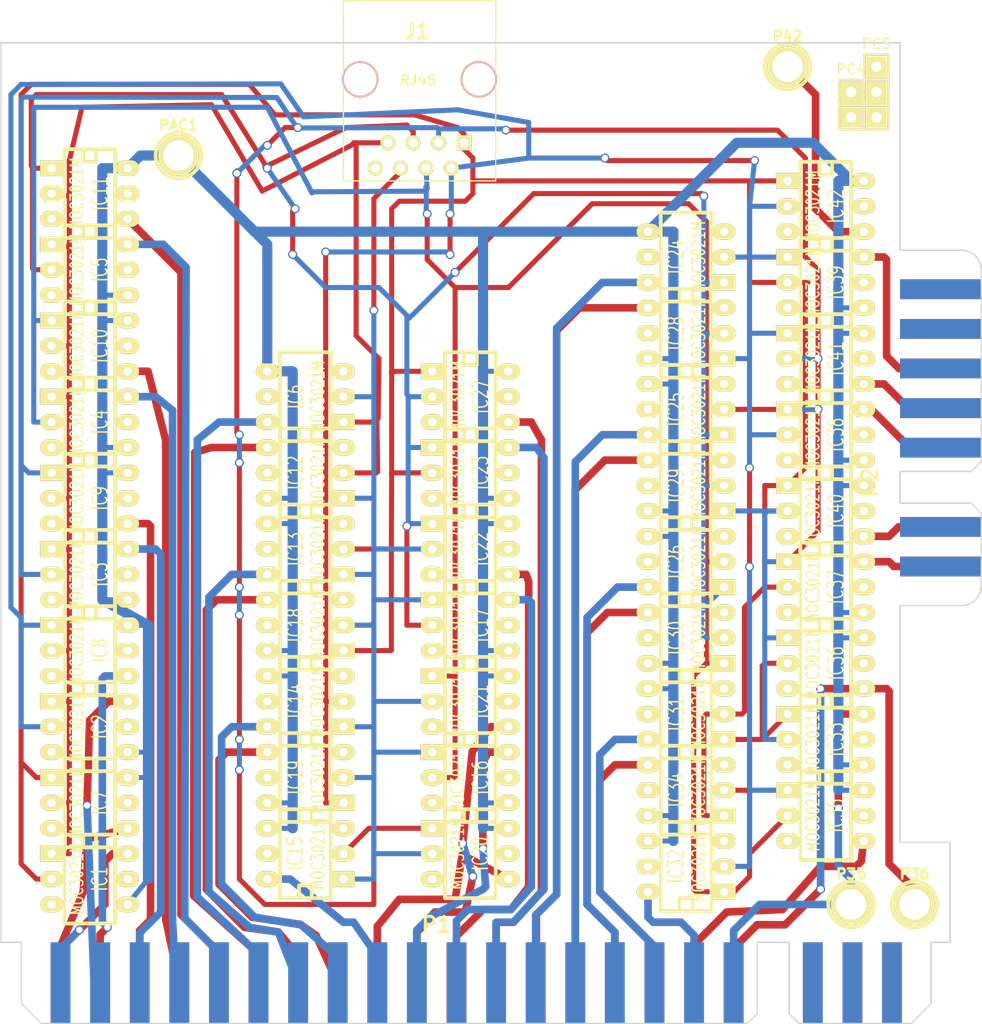
<source format=kicad_pcb>
(kicad_pcb (version 4) (host pcbnew "(2014-10-18 BZR 5201)-product")

  (general
    (links 175)
    (no_connects 10)
    (area 148.045239 65.468499 272.765714 168.457001)
    (thickness 1.6)
    (drawings 12)
    (tracks 681)
    (zones 0)
    (modules 54)
    (nets 67)
  )

  (page A4)
  (layers
    (0 F.Cu signal)
    (31 B.Cu signal)
    (32 B.Adhes user)
    (33 F.Adhes user)
    (34 B.Paste user)
    (35 F.Paste user)
    (36 B.SilkS user)
    (37 F.SilkS user)
    (38 B.Mask user)
    (39 F.Mask user)
    (40 Dwgs.User user hide)
    (41 Cmts.User user)
    (42 Eco1.User user)
    (43 Eco2.User user)
    (44 Edge.Cuts user)
    (45 Margin user)
    (46 B.CrtYd user)
    (47 F.CrtYd user)
    (48 B.Fab user)
    (49 F.Fab user)
  )

  (setup
    (last_trace_width 0.508)
    (user_trace_width 0.254)
    (user_trace_width 0.508)
    (user_trace_width 0.762)
    (user_trace_width 1.016)
    (user_trace_width 1.27)
    (trace_clearance 0.254)
    (zone_clearance 0.508)
    (zone_45_only no)
    (trace_min 0.254)
    (segment_width 0.2)
    (edge_width 0.15)
    (via_size 0.889)
    (via_drill 0.635)
    (via_min_size 0.889)
    (via_min_drill 0.508)
    (uvia_size 0.508)
    (uvia_drill 0.127)
    (uvias_allowed no)
    (uvia_min_size 0.508)
    (uvia_min_drill 0.127)
    (pcb_text_width 0.3)
    (pcb_text_size 1.5 1.5)
    (mod_edge_width 0.15)
    (mod_text_size 1 1)
    (mod_text_width 0.15)
    (pad_size 1.9812 8.128)
    (pad_drill 0)
    (pad_to_mask_clearance 0)
    (aux_axis_origin 0 0)
    (visible_elements 7FFFEF7F)
    (pcbplotparams
      (layerselection 0x01030_80000001)
      (usegerberextensions false)
      (excludeedgelayer true)
      (linewidth 0.100000)
      (plotframeref false)
      (viasonmask false)
      (mode 1)
      (useauxorigin false)
      (hpglpennumber 1)
      (hpglpenspeed 20)
      (hpglpendiameter 15)
      (hpglpenoverlay 2)
      (psnegative false)
      (psa4output false)
      (plotreference true)
      (plotvalue true)
      (plotinvisibletext false)
      (padsonsilk false)
      (subtractmaskfromsilk false)
      (outputformat 1)
      (mirror false)
      (drillshape 0)
      (scaleselection 1)
      (outputdirectory gerber))
  )

  (net 0 "")
  (net 1 /g)
  (net 2 /a)
  (net 3 /ac)
  (net 4 /mo1)
  (net 5 /b)
  (net 6 /mo3)
  (net 7 /c)
  (net 8 /mo5)
  (net 9 /d)
  (net 10 /mo7)
  (net 11 /e)
  (net 12 /mo9)
  (net 13 /f)
  (net 14 /mo11)
  (net 15 /mo2)
  (net 16 /mo4)
  (net 17 /mo6)
  (net 18 /mo8)
  (net 19 /mo10)
  (net 20 /mo12)
  (net 21 /mo13)
  (net 22 /mo15)
  (net 23 /mo17)
  (net 24 /mo19)
  (net 25 /mo21)
  (net 26 /mo14)
  (net 27 /mo16)
  (net 28 /mo18)
  (net 29 /mo20)
  (net 30 /mo22)
  (net 31 /mo23)
  (net 32 /mo25)
  (net 33 /mo27)
  (net 34 /mo29)
  (net 35 /mo24)
  (net 36 /mo26)
  (net 37 /mo28)
  (net 38 /mo30)
  (net 39 /mo31)
  (net 40 /mo33)
  (net 41 /mo35)
  (net 42 /mo32)
  (net 43 /mo34)
  (net 44 /mo36)
  (net 45 /mo37)
  (net 46 /mo39)
  (net 47 /mo41)
  (net 48 /mo38)
  (net 49 /mo40)
  (net 50 /mo42)
  (net 51 /h)
  (net 52 /coin1)
  (net 53 /coin2)
  (net 54 /coin3)
  (net 55 /coin4)
  (net 56 /coin5)
  (net 57 "Net-(P2-Pad1)")
  (net 58 "Net-(P2-Pad3)")
  (net 59 "Net-(P2-Pad14)")
  (net 60 "Net-(P2-Pad16)")
  (net 61 "Net-(P1-Pad39)")
  (net 62 "Net-(P1-Pad40)")
  (net 63 "Net-(P1-Pad41)")
  (net 64 "Net-(P1-Pad42)")
  (net 65 "Net-(P1-Pad43)")
  (net 66 "Net-(P1-Pad44)")

  (net_class Default "This is the default net class."
    (clearance 0.254)
    (trace_width 0.254)
    (via_dia 0.889)
    (via_drill 0.635)
    (uvia_dia 0.508)
    (uvia_drill 0.127)
    (add_net /a)
    (add_net /ac)
    (add_net /b)
    (add_net /c)
    (add_net /coin1)
    (add_net /coin2)
    (add_net /coin3)
    (add_net /coin4)
    (add_net /coin5)
    (add_net /d)
    (add_net /e)
    (add_net /f)
    (add_net /g)
    (add_net /h)
    (add_net /mo1)
    (add_net /mo10)
    (add_net /mo11)
    (add_net /mo12)
    (add_net /mo13)
    (add_net /mo14)
    (add_net /mo15)
    (add_net /mo16)
    (add_net /mo17)
    (add_net /mo18)
    (add_net /mo19)
    (add_net /mo2)
    (add_net /mo20)
    (add_net /mo21)
    (add_net /mo22)
    (add_net /mo23)
    (add_net /mo24)
    (add_net /mo25)
    (add_net /mo26)
    (add_net /mo27)
    (add_net /mo28)
    (add_net /mo29)
    (add_net /mo3)
    (add_net /mo30)
    (add_net /mo31)
    (add_net /mo32)
    (add_net /mo33)
    (add_net /mo34)
    (add_net /mo35)
    (add_net /mo36)
    (add_net /mo37)
    (add_net /mo38)
    (add_net /mo39)
    (add_net /mo4)
    (add_net /mo40)
    (add_net /mo41)
    (add_net /mo42)
    (add_net /mo5)
    (add_net /mo6)
    (add_net /mo7)
    (add_net /mo8)
    (add_net /mo9)
    (add_net "Net-(P1-Pad39)")
    (add_net "Net-(P1-Pad40)")
    (add_net "Net-(P1-Pad41)")
    (add_net "Net-(P1-Pad42)")
    (add_net "Net-(P1-Pad43)")
    (add_net "Net-(P1-Pad44)")
    (add_net "Net-(P2-Pad1)")
    (add_net "Net-(P2-Pad14)")
    (add_net "Net-(P2-Pad16)")
    (add_net "Net-(P2-Pad3)")
  )

  (module Sockets_DIP:DIP-6__300_ELL placed (layer F.Cu) (tedit 5461BEF6) (tstamp 5461C090)
    (at 168.91 153.67 270)
    (descr "6 pins DIL package, elliptical pads")
    (tags DIL)
    (path /54460146)
    (fp_text reference IC1 (at 0 -1.016 270) (layer F.SilkS)
      (effects (font (size 1.524 1.016) (thickness 0.1524)))
    )
    (fp_text value MOC3021M (at 0 1.27 270) (layer F.SilkS)
      (effects (font (size 1.27 0.889) (thickness 0.1524)))
    )
    (fp_line (start -4.445 -2.54) (end 4.445 -2.54) (layer F.SilkS) (width 0.381))
    (fp_line (start 4.445 -2.54) (end 4.445 2.54) (layer F.SilkS) (width 0.381))
    (fp_line (start 4.445 2.54) (end -4.445 2.54) (layer F.SilkS) (width 0.381))
    (fp_line (start -4.445 2.54) (end -4.445 -2.54) (layer F.SilkS) (width 0.381))
    (fp_line (start -4.445 -0.635) (end -3.175 -0.635) (layer F.SilkS) (width 0.381))
    (fp_line (start -3.175 -0.635) (end -3.175 0.635) (layer F.SilkS) (width 0.381))
    (fp_line (start -3.175 0.635) (end -4.445 0.635) (layer F.SilkS) (width 0.381))
    (pad 1 thru_hole rect (at -2.54 3.81 270) (size 1.5748 2.286) (drill 0.8128) (layers *.Cu *.Mask F.SilkS)
      (net 1 /g))
    (pad 2 thru_hole oval (at 0 3.81 270) (size 1.5748 2.286) (drill 0.8128) (layers *.Cu *.Mask F.SilkS)
      (net 2 /a))
    (pad 3 thru_hole oval (at 2.54 3.81 270) (size 1.5748 2.286) (drill 0.8128) (layers *.Cu *.Mask F.SilkS))
    (pad 4 thru_hole oval (at 2.54 -3.81 270) (size 1.5748 2.286) (drill 0.8128) (layers *.Cu *.Mask F.SilkS)
      (net 3 /ac))
    (pad 5 thru_hole oval (at 0 -3.81 270) (size 1.5748 2.286) (drill 0.8128) (layers *.Cu *.Mask F.SilkS))
    (pad 6 thru_hole oval (at -2.54 -3.81 270) (size 1.5748 2.286) (drill 0.8128) (layers *.Cu *.Mask F.SilkS)
      (net 4 /mo1))
    (model dil/dil_6.wrl
      (at (xyz 0 0 0))
      (scale (xyz 1 1 1))
      (rotate (xyz 0 0 0))
    )
  )

  (module Sockets_DIP:DIP-6__300_ELL placed (layer F.Cu) (tedit 5461BEF6) (tstamp 5461C09A)
    (at 168.91 138.43 270)
    (descr "6 pins DIL package, elliptical pads")
    (tags DIL)
    (path /544A281F)
    (fp_text reference IC2 (at 0 -1.016 270) (layer F.SilkS)
      (effects (font (size 1.524 1.016) (thickness 0.1524)))
    )
    (fp_text value MOC3021M (at 0 1.27 270) (layer F.SilkS)
      (effects (font (size 1.27 0.889) (thickness 0.1524)))
    )
    (fp_line (start -4.445 -2.54) (end 4.445 -2.54) (layer F.SilkS) (width 0.381))
    (fp_line (start 4.445 -2.54) (end 4.445 2.54) (layer F.SilkS) (width 0.381))
    (fp_line (start 4.445 2.54) (end -4.445 2.54) (layer F.SilkS) (width 0.381))
    (fp_line (start -4.445 2.54) (end -4.445 -2.54) (layer F.SilkS) (width 0.381))
    (fp_line (start -4.445 -0.635) (end -3.175 -0.635) (layer F.SilkS) (width 0.381))
    (fp_line (start -3.175 -0.635) (end -3.175 0.635) (layer F.SilkS) (width 0.381))
    (fp_line (start -3.175 0.635) (end -4.445 0.635) (layer F.SilkS) (width 0.381))
    (pad 1 thru_hole rect (at -2.54 3.81 270) (size 1.5748 2.286) (drill 0.8128) (layers *.Cu *.Mask F.SilkS)
      (net 1 /g))
    (pad 2 thru_hole oval (at 0 3.81 270) (size 1.5748 2.286) (drill 0.8128) (layers *.Cu *.Mask F.SilkS)
      (net 5 /b))
    (pad 3 thru_hole oval (at 2.54 3.81 270) (size 1.5748 2.286) (drill 0.8128) (layers *.Cu *.Mask F.SilkS))
    (pad 4 thru_hole oval (at 2.54 -3.81 270) (size 1.5748 2.286) (drill 0.8128) (layers *.Cu *.Mask F.SilkS)
      (net 3 /ac))
    (pad 5 thru_hole oval (at 0 -3.81 270) (size 1.5748 2.286) (drill 0.8128) (layers *.Cu *.Mask F.SilkS))
    (pad 6 thru_hole oval (at -2.54 -3.81 270) (size 1.5748 2.286) (drill 0.8128) (layers *.Cu *.Mask F.SilkS)
      (net 6 /mo3))
    (model dil/dil_6.wrl
      (at (xyz 0 0 0))
      (scale (xyz 1 1 1))
      (rotate (xyz 0 0 0))
    )
  )

  (module Sockets_DIP:DIP-6__300_ELL placed (layer F.Cu) (tedit 5461BEF6) (tstamp 5461C0A4)
    (at 168.91 123.19 270)
    (descr "6 pins DIL package, elliptical pads")
    (tags DIL)
    (path /544A2D78)
    (fp_text reference IC3 (at 0 -1.016 270) (layer F.SilkS)
      (effects (font (size 1.524 1.016) (thickness 0.1524)))
    )
    (fp_text value MOC3021M (at 0 1.27 270) (layer F.SilkS)
      (effects (font (size 1.27 0.889) (thickness 0.1524)))
    )
    (fp_line (start -4.445 -2.54) (end 4.445 -2.54) (layer F.SilkS) (width 0.381))
    (fp_line (start 4.445 -2.54) (end 4.445 2.54) (layer F.SilkS) (width 0.381))
    (fp_line (start 4.445 2.54) (end -4.445 2.54) (layer F.SilkS) (width 0.381))
    (fp_line (start -4.445 2.54) (end -4.445 -2.54) (layer F.SilkS) (width 0.381))
    (fp_line (start -4.445 -0.635) (end -3.175 -0.635) (layer F.SilkS) (width 0.381))
    (fp_line (start -3.175 -0.635) (end -3.175 0.635) (layer F.SilkS) (width 0.381))
    (fp_line (start -3.175 0.635) (end -4.445 0.635) (layer F.SilkS) (width 0.381))
    (pad 1 thru_hole rect (at -2.54 3.81 270) (size 1.5748 2.286) (drill 0.8128) (layers *.Cu *.Mask F.SilkS)
      (net 1 /g))
    (pad 2 thru_hole oval (at 0 3.81 270) (size 1.5748 2.286) (drill 0.8128) (layers *.Cu *.Mask F.SilkS)
      (net 7 /c))
    (pad 3 thru_hole oval (at 2.54 3.81 270) (size 1.5748 2.286) (drill 0.8128) (layers *.Cu *.Mask F.SilkS))
    (pad 4 thru_hole oval (at 2.54 -3.81 270) (size 1.5748 2.286) (drill 0.8128) (layers *.Cu *.Mask F.SilkS)
      (net 3 /ac))
    (pad 5 thru_hole oval (at 0 -3.81 270) (size 1.5748 2.286) (drill 0.8128) (layers *.Cu *.Mask F.SilkS))
    (pad 6 thru_hole oval (at -2.54 -3.81 270) (size 1.5748 2.286) (drill 0.8128) (layers *.Cu *.Mask F.SilkS)
      (net 8 /mo5))
    (model dil/dil_6.wrl
      (at (xyz 0 0 0))
      (scale (xyz 1 1 1))
      (rotate (xyz 0 0 0))
    )
  )

  (module Sockets_DIP:DIP-6__300_ELL placed (layer F.Cu) (tedit 5461BEF6) (tstamp 5461C0AE)
    (at 168.91 107.95 270)
    (descr "6 pins DIL package, elliptical pads")
    (tags DIL)
    (path /544A2DCC)
    (fp_text reference IC4 (at 0 -1.016 270) (layer F.SilkS)
      (effects (font (size 1.524 1.016) (thickness 0.1524)))
    )
    (fp_text value MOC3021M (at 0 1.27 270) (layer F.SilkS)
      (effects (font (size 1.27 0.889) (thickness 0.1524)))
    )
    (fp_line (start -4.445 -2.54) (end 4.445 -2.54) (layer F.SilkS) (width 0.381))
    (fp_line (start 4.445 -2.54) (end 4.445 2.54) (layer F.SilkS) (width 0.381))
    (fp_line (start 4.445 2.54) (end -4.445 2.54) (layer F.SilkS) (width 0.381))
    (fp_line (start -4.445 2.54) (end -4.445 -2.54) (layer F.SilkS) (width 0.381))
    (fp_line (start -4.445 -0.635) (end -3.175 -0.635) (layer F.SilkS) (width 0.381))
    (fp_line (start -3.175 -0.635) (end -3.175 0.635) (layer F.SilkS) (width 0.381))
    (fp_line (start -3.175 0.635) (end -4.445 0.635) (layer F.SilkS) (width 0.381))
    (pad 1 thru_hole rect (at -2.54 3.81 270) (size 1.5748 2.286) (drill 0.8128) (layers *.Cu *.Mask F.SilkS)
      (net 1 /g))
    (pad 2 thru_hole oval (at 0 3.81 270) (size 1.5748 2.286) (drill 0.8128) (layers *.Cu *.Mask F.SilkS)
      (net 9 /d))
    (pad 3 thru_hole oval (at 2.54 3.81 270) (size 1.5748 2.286) (drill 0.8128) (layers *.Cu *.Mask F.SilkS))
    (pad 4 thru_hole oval (at 2.54 -3.81 270) (size 1.5748 2.286) (drill 0.8128) (layers *.Cu *.Mask F.SilkS)
      (net 3 /ac))
    (pad 5 thru_hole oval (at 0 -3.81 270) (size 1.5748 2.286) (drill 0.8128) (layers *.Cu *.Mask F.SilkS))
    (pad 6 thru_hole oval (at -2.54 -3.81 270) (size 1.5748 2.286) (drill 0.8128) (layers *.Cu *.Mask F.SilkS)
      (net 10 /mo7))
    (model dil/dil_6.wrl
      (at (xyz 0 0 0))
      (scale (xyz 1 1 1))
      (rotate (xyz 0 0 0))
    )
  )

  (module Sockets_DIP:DIP-6__300_ELL placed (layer F.Cu) (tedit 5461BEF6) (tstamp 5461C47D)
    (at 168.91 92.71 270)
    (descr "6 pins DIL package, elliptical pads")
    (tags DIL)
    (path /544A32B8)
    (fp_text reference IC5 (at 0 -1.016 270) (layer F.SilkS)
      (effects (font (size 1.524 1.016) (thickness 0.1524)))
    )
    (fp_text value MOC3021M (at 0 1.27 270) (layer F.SilkS)
      (effects (font (size 1.27 0.889) (thickness 0.1524)))
    )
    (fp_line (start -4.445 -2.54) (end 4.445 -2.54) (layer F.SilkS) (width 0.381))
    (fp_line (start 4.445 -2.54) (end 4.445 2.54) (layer F.SilkS) (width 0.381))
    (fp_line (start 4.445 2.54) (end -4.445 2.54) (layer F.SilkS) (width 0.381))
    (fp_line (start -4.445 2.54) (end -4.445 -2.54) (layer F.SilkS) (width 0.381))
    (fp_line (start -4.445 -0.635) (end -3.175 -0.635) (layer F.SilkS) (width 0.381))
    (fp_line (start -3.175 -0.635) (end -3.175 0.635) (layer F.SilkS) (width 0.381))
    (fp_line (start -3.175 0.635) (end -4.445 0.635) (layer F.SilkS) (width 0.381))
    (pad 1 thru_hole rect (at -2.54 3.81 270) (size 1.5748 2.286) (drill 0.8128) (layers *.Cu *.Mask F.SilkS)
      (net 1 /g))
    (pad 2 thru_hole oval (at 0 3.81 270) (size 1.5748 2.286) (drill 0.8128) (layers *.Cu *.Mask F.SilkS)
      (net 11 /e))
    (pad 3 thru_hole oval (at 2.54 3.81 270) (size 1.5748 2.286) (drill 0.8128) (layers *.Cu *.Mask F.SilkS))
    (pad 4 thru_hole oval (at 2.54 -3.81 270) (size 1.5748 2.286) (drill 0.8128) (layers *.Cu *.Mask F.SilkS)
      (net 3 /ac))
    (pad 5 thru_hole oval (at 0 -3.81 270) (size 1.5748 2.286) (drill 0.8128) (layers *.Cu *.Mask F.SilkS))
    (pad 6 thru_hole oval (at -2.54 -3.81 270) (size 1.5748 2.286) (drill 0.8128) (layers *.Cu *.Mask F.SilkS)
      (net 12 /mo9))
    (model dil/dil_6.wrl
      (at (xyz 0 0 0))
      (scale (xyz 1 1 1))
      (rotate (xyz 0 0 0))
    )
  )

  (module Sockets_DIP:DIP-6__300_ELL placed (layer F.Cu) (tedit 5461BEF6) (tstamp 5489657C)
    (at 190.5 105.41 90)
    (descr "6 pins DIL package, elliptical pads")
    (tags DIL)
    (path /544A330C)
    (fp_text reference IC6 (at 0 -1.016 90) (layer F.SilkS)
      (effects (font (size 1.524 1.016) (thickness 0.1524)))
    )
    (fp_text value MOC3021M (at 0 1.27 90) (layer F.SilkS)
      (effects (font (size 1.27 0.889) (thickness 0.1524)))
    )
    (fp_line (start -4.445 -2.54) (end 4.445 -2.54) (layer F.SilkS) (width 0.381))
    (fp_line (start 4.445 -2.54) (end 4.445 2.54) (layer F.SilkS) (width 0.381))
    (fp_line (start 4.445 2.54) (end -4.445 2.54) (layer F.SilkS) (width 0.381))
    (fp_line (start -4.445 2.54) (end -4.445 -2.54) (layer F.SilkS) (width 0.381))
    (fp_line (start -4.445 -0.635) (end -3.175 -0.635) (layer F.SilkS) (width 0.381))
    (fp_line (start -3.175 -0.635) (end -3.175 0.635) (layer F.SilkS) (width 0.381))
    (fp_line (start -3.175 0.635) (end -4.445 0.635) (layer F.SilkS) (width 0.381))
    (pad 1 thru_hole rect (at -2.54 3.81 90) (size 1.5748 2.286) (drill 0.8128) (layers *.Cu *.Mask F.SilkS)
      (net 1 /g))
    (pad 2 thru_hole oval (at 0 3.81 90) (size 1.5748 2.286) (drill 0.8128) (layers *.Cu *.Mask F.SilkS)
      (net 13 /f))
    (pad 3 thru_hole oval (at 2.54 3.81 90) (size 1.5748 2.286) (drill 0.8128) (layers *.Cu *.Mask F.SilkS))
    (pad 4 thru_hole oval (at 2.54 -3.81 90) (size 1.5748 2.286) (drill 0.8128) (layers *.Cu *.Mask F.SilkS)
      (net 3 /ac))
    (pad 5 thru_hole oval (at 0 -3.81 90) (size 1.5748 2.286) (drill 0.8128) (layers *.Cu *.Mask F.SilkS))
    (pad 6 thru_hole oval (at -2.54 -3.81 90) (size 1.5748 2.286) (drill 0.8128) (layers *.Cu *.Mask F.SilkS)
      (net 14 /mo11))
    (model dil/dil_6.wrl
      (at (xyz 0 0 0))
      (scale (xyz 1 1 1))
      (rotate (xyz 0 0 0))
    )
  )

  (module Sockets_DIP:DIP-6__300_ELL placed (layer F.Cu) (tedit 5461BEF6) (tstamp 5461C0CC)
    (at 168.91 146.05 270)
    (descr "6 pins DIL package, elliptical pads")
    (tags DIL)
    (path /5449EF19)
    (fp_text reference IC7 (at 0 -1.016 270) (layer F.SilkS)
      (effects (font (size 1.524 1.016) (thickness 0.1524)))
    )
    (fp_text value MOC3021M (at 0 1.27 270) (layer F.SilkS)
      (effects (font (size 1.27 0.889) (thickness 0.1524)))
    )
    (fp_line (start -4.445 -2.54) (end 4.445 -2.54) (layer F.SilkS) (width 0.381))
    (fp_line (start 4.445 -2.54) (end 4.445 2.54) (layer F.SilkS) (width 0.381))
    (fp_line (start 4.445 2.54) (end -4.445 2.54) (layer F.SilkS) (width 0.381))
    (fp_line (start -4.445 2.54) (end -4.445 -2.54) (layer F.SilkS) (width 0.381))
    (fp_line (start -4.445 -0.635) (end -3.175 -0.635) (layer F.SilkS) (width 0.381))
    (fp_line (start -3.175 -0.635) (end -3.175 0.635) (layer F.SilkS) (width 0.381))
    (fp_line (start -3.175 0.635) (end -4.445 0.635) (layer F.SilkS) (width 0.381))
    (pad 1 thru_hole rect (at -2.54 3.81 270) (size 1.5748 2.286) (drill 0.8128) (layers *.Cu *.Mask F.SilkS)
      (net 2 /a))
    (pad 2 thru_hole oval (at 0 3.81 270) (size 1.5748 2.286) (drill 0.8128) (layers *.Cu *.Mask F.SilkS)
      (net 1 /g))
    (pad 3 thru_hole oval (at 2.54 3.81 270) (size 1.5748 2.286) (drill 0.8128) (layers *.Cu *.Mask F.SilkS))
    (pad 4 thru_hole oval (at 2.54 -3.81 270) (size 1.5748 2.286) (drill 0.8128) (layers *.Cu *.Mask F.SilkS)
      (net 15 /mo2))
    (pad 5 thru_hole oval (at 0 -3.81 270) (size 1.5748 2.286) (drill 0.8128) (layers *.Cu *.Mask F.SilkS))
    (pad 6 thru_hole oval (at -2.54 -3.81 270) (size 1.5748 2.286) (drill 0.8128) (layers *.Cu *.Mask F.SilkS)
      (net 3 /ac))
    (model dil/dil_6.wrl
      (at (xyz 0 0 0))
      (scale (xyz 1 1 1))
      (rotate (xyz 0 0 0))
    )
  )

  (module Sockets_DIP:DIP-6__300_ELL placed (layer F.Cu) (tedit 5461BEF6) (tstamp 5461C0D6)
    (at 168.91 130.81 270)
    (descr "6 pins DIL package, elliptical pads")
    (tags DIL)
    (path /544A2825)
    (fp_text reference IC8 (at 0 -1.016 270) (layer F.SilkS)
      (effects (font (size 1.524 1.016) (thickness 0.1524)))
    )
    (fp_text value MOC3021M (at 0 1.27 270) (layer F.SilkS)
      (effects (font (size 1.27 0.889) (thickness 0.1524)))
    )
    (fp_line (start -4.445 -2.54) (end 4.445 -2.54) (layer F.SilkS) (width 0.381))
    (fp_line (start 4.445 -2.54) (end 4.445 2.54) (layer F.SilkS) (width 0.381))
    (fp_line (start 4.445 2.54) (end -4.445 2.54) (layer F.SilkS) (width 0.381))
    (fp_line (start -4.445 2.54) (end -4.445 -2.54) (layer F.SilkS) (width 0.381))
    (fp_line (start -4.445 -0.635) (end -3.175 -0.635) (layer F.SilkS) (width 0.381))
    (fp_line (start -3.175 -0.635) (end -3.175 0.635) (layer F.SilkS) (width 0.381))
    (fp_line (start -3.175 0.635) (end -4.445 0.635) (layer F.SilkS) (width 0.381))
    (pad 1 thru_hole rect (at -2.54 3.81 270) (size 1.5748 2.286) (drill 0.8128) (layers *.Cu *.Mask F.SilkS)
      (net 5 /b))
    (pad 2 thru_hole oval (at 0 3.81 270) (size 1.5748 2.286) (drill 0.8128) (layers *.Cu *.Mask F.SilkS)
      (net 1 /g))
    (pad 3 thru_hole oval (at 2.54 3.81 270) (size 1.5748 2.286) (drill 0.8128) (layers *.Cu *.Mask F.SilkS))
    (pad 4 thru_hole oval (at 2.54 -3.81 270) (size 1.5748 2.286) (drill 0.8128) (layers *.Cu *.Mask F.SilkS)
      (net 16 /mo4))
    (pad 5 thru_hole oval (at 0 -3.81 270) (size 1.5748 2.286) (drill 0.8128) (layers *.Cu *.Mask F.SilkS))
    (pad 6 thru_hole oval (at -2.54 -3.81 270) (size 1.5748 2.286) (drill 0.8128) (layers *.Cu *.Mask F.SilkS)
      (net 3 /ac))
    (model dil/dil_6.wrl
      (at (xyz 0 0 0))
      (scale (xyz 1 1 1))
      (rotate (xyz 0 0 0))
    )
  )

  (module Sockets_DIP:DIP-6__300_ELL placed (layer F.Cu) (tedit 5461BEF6) (tstamp 5461C0E0)
    (at 168.91 115.57 270)
    (descr "6 pins DIL package, elliptical pads")
    (tags DIL)
    (path /544A2D7E)
    (fp_text reference IC9 (at 0 -1.016 270) (layer F.SilkS)
      (effects (font (size 1.524 1.016) (thickness 0.1524)))
    )
    (fp_text value MOC3021M (at 0 1.27 270) (layer F.SilkS)
      (effects (font (size 1.27 0.889) (thickness 0.1524)))
    )
    (fp_line (start -4.445 -2.54) (end 4.445 -2.54) (layer F.SilkS) (width 0.381))
    (fp_line (start 4.445 -2.54) (end 4.445 2.54) (layer F.SilkS) (width 0.381))
    (fp_line (start 4.445 2.54) (end -4.445 2.54) (layer F.SilkS) (width 0.381))
    (fp_line (start -4.445 2.54) (end -4.445 -2.54) (layer F.SilkS) (width 0.381))
    (fp_line (start -4.445 -0.635) (end -3.175 -0.635) (layer F.SilkS) (width 0.381))
    (fp_line (start -3.175 -0.635) (end -3.175 0.635) (layer F.SilkS) (width 0.381))
    (fp_line (start -3.175 0.635) (end -4.445 0.635) (layer F.SilkS) (width 0.381))
    (pad 1 thru_hole rect (at -2.54 3.81 270) (size 1.5748 2.286) (drill 0.8128) (layers *.Cu *.Mask F.SilkS)
      (net 7 /c))
    (pad 2 thru_hole oval (at 0 3.81 270) (size 1.5748 2.286) (drill 0.8128) (layers *.Cu *.Mask F.SilkS)
      (net 1 /g))
    (pad 3 thru_hole oval (at 2.54 3.81 270) (size 1.5748 2.286) (drill 0.8128) (layers *.Cu *.Mask F.SilkS))
    (pad 4 thru_hole oval (at 2.54 -3.81 270) (size 1.5748 2.286) (drill 0.8128) (layers *.Cu *.Mask F.SilkS)
      (net 17 /mo6))
    (pad 5 thru_hole oval (at 0 -3.81 270) (size 1.5748 2.286) (drill 0.8128) (layers *.Cu *.Mask F.SilkS))
    (pad 6 thru_hole oval (at -2.54 -3.81 270) (size 1.5748 2.286) (drill 0.8128) (layers *.Cu *.Mask F.SilkS)
      (net 3 /ac))
    (model dil/dil_6.wrl
      (at (xyz 0 0 0))
      (scale (xyz 1 1 1))
      (rotate (xyz 0 0 0))
    )
  )

  (module Sockets_DIP:DIP-6__300_ELL placed (layer F.Cu) (tedit 5461BEF6) (tstamp 5461C0EA)
    (at 168.91 100.33 270)
    (descr "6 pins DIL package, elliptical pads")
    (tags DIL)
    (path /544A2DD2)
    (fp_text reference IC10 (at 0 -1.016 270) (layer F.SilkS)
      (effects (font (size 1.524 1.016) (thickness 0.1524)))
    )
    (fp_text value MOC3021M (at 0 1.27 270) (layer F.SilkS)
      (effects (font (size 1.27 0.889) (thickness 0.1524)))
    )
    (fp_line (start -4.445 -2.54) (end 4.445 -2.54) (layer F.SilkS) (width 0.381))
    (fp_line (start 4.445 -2.54) (end 4.445 2.54) (layer F.SilkS) (width 0.381))
    (fp_line (start 4.445 2.54) (end -4.445 2.54) (layer F.SilkS) (width 0.381))
    (fp_line (start -4.445 2.54) (end -4.445 -2.54) (layer F.SilkS) (width 0.381))
    (fp_line (start -4.445 -0.635) (end -3.175 -0.635) (layer F.SilkS) (width 0.381))
    (fp_line (start -3.175 -0.635) (end -3.175 0.635) (layer F.SilkS) (width 0.381))
    (fp_line (start -3.175 0.635) (end -4.445 0.635) (layer F.SilkS) (width 0.381))
    (pad 1 thru_hole rect (at -2.54 3.81 270) (size 1.5748 2.286) (drill 0.8128) (layers *.Cu *.Mask F.SilkS)
      (net 9 /d))
    (pad 2 thru_hole oval (at 0 3.81 270) (size 1.5748 2.286) (drill 0.8128) (layers *.Cu *.Mask F.SilkS)
      (net 1 /g))
    (pad 3 thru_hole oval (at 2.54 3.81 270) (size 1.5748 2.286) (drill 0.8128) (layers *.Cu *.Mask F.SilkS))
    (pad 4 thru_hole oval (at 2.54 -3.81 270) (size 1.5748 2.286) (drill 0.8128) (layers *.Cu *.Mask F.SilkS)
      (net 18 /mo8))
    (pad 5 thru_hole oval (at 0 -3.81 270) (size 1.5748 2.286) (drill 0.8128) (layers *.Cu *.Mask F.SilkS))
    (pad 6 thru_hole oval (at -2.54 -3.81 270) (size 1.5748 2.286) (drill 0.8128) (layers *.Cu *.Mask F.SilkS)
      (net 3 /ac))
    (model dil/dil_6.wrl
      (at (xyz 0 0 0))
      (scale (xyz 1 1 1))
      (rotate (xyz 0 0 0))
    )
  )

  (module Sockets_DIP:DIP-6__300_ELL placed (layer F.Cu) (tedit 5461BEF6) (tstamp 5461C0F4)
    (at 168.91 85.09 270)
    (descr "6 pins DIL package, elliptical pads")
    (tags DIL)
    (path /544A32BE)
    (fp_text reference IC11 (at 0 -1.016 270) (layer F.SilkS)
      (effects (font (size 1.524 1.016) (thickness 0.1524)))
    )
    (fp_text value MOC3021M (at 0 1.27 270) (layer F.SilkS)
      (effects (font (size 1.27 0.889) (thickness 0.1524)))
    )
    (fp_line (start -4.445 -2.54) (end 4.445 -2.54) (layer F.SilkS) (width 0.381))
    (fp_line (start 4.445 -2.54) (end 4.445 2.54) (layer F.SilkS) (width 0.381))
    (fp_line (start 4.445 2.54) (end -4.445 2.54) (layer F.SilkS) (width 0.381))
    (fp_line (start -4.445 2.54) (end -4.445 -2.54) (layer F.SilkS) (width 0.381))
    (fp_line (start -4.445 -0.635) (end -3.175 -0.635) (layer F.SilkS) (width 0.381))
    (fp_line (start -3.175 -0.635) (end -3.175 0.635) (layer F.SilkS) (width 0.381))
    (fp_line (start -3.175 0.635) (end -4.445 0.635) (layer F.SilkS) (width 0.381))
    (pad 1 thru_hole rect (at -2.54 3.81 270) (size 1.5748 2.286) (drill 0.8128) (layers *.Cu *.Mask F.SilkS)
      (net 11 /e))
    (pad 2 thru_hole oval (at 0 3.81 270) (size 1.5748 2.286) (drill 0.8128) (layers *.Cu *.Mask F.SilkS)
      (net 1 /g))
    (pad 3 thru_hole oval (at 2.54 3.81 270) (size 1.5748 2.286) (drill 0.8128) (layers *.Cu *.Mask F.SilkS))
    (pad 4 thru_hole oval (at 2.54 -3.81 270) (size 1.5748 2.286) (drill 0.8128) (layers *.Cu *.Mask F.SilkS)
      (net 19 /mo10))
    (pad 5 thru_hole oval (at 0 -3.81 270) (size 1.5748 2.286) (drill 0.8128) (layers *.Cu *.Mask F.SilkS))
    (pad 6 thru_hole oval (at -2.54 -3.81 270) (size 1.5748 2.286) (drill 0.8128) (layers *.Cu *.Mask F.SilkS)
      (net 3 /ac))
    (model dil/dil_6.wrl
      (at (xyz 0 0 0))
      (scale (xyz 1 1 1))
      (rotate (xyz 0 0 0))
    )
  )

  (module Sockets_DIP:DIP-6__300_ELL placed (layer F.Cu) (tedit 5461BEF6) (tstamp 5461C0FE)
    (at 190.5 113.03 90)
    (descr "6 pins DIL package, elliptical pads")
    (tags DIL)
    (path /544A3312)
    (fp_text reference IC12 (at 0 -1.016 90) (layer F.SilkS)
      (effects (font (size 1.524 1.016) (thickness 0.1524)))
    )
    (fp_text value MOC3021M (at 0 1.27 90) (layer F.SilkS)
      (effects (font (size 1.27 0.889) (thickness 0.1524)))
    )
    (fp_line (start -4.445 -2.54) (end 4.445 -2.54) (layer F.SilkS) (width 0.381))
    (fp_line (start 4.445 -2.54) (end 4.445 2.54) (layer F.SilkS) (width 0.381))
    (fp_line (start 4.445 2.54) (end -4.445 2.54) (layer F.SilkS) (width 0.381))
    (fp_line (start -4.445 2.54) (end -4.445 -2.54) (layer F.SilkS) (width 0.381))
    (fp_line (start -4.445 -0.635) (end -3.175 -0.635) (layer F.SilkS) (width 0.381))
    (fp_line (start -3.175 -0.635) (end -3.175 0.635) (layer F.SilkS) (width 0.381))
    (fp_line (start -3.175 0.635) (end -4.445 0.635) (layer F.SilkS) (width 0.381))
    (pad 1 thru_hole rect (at -2.54 3.81 90) (size 1.5748 2.286) (drill 0.8128) (layers *.Cu *.Mask F.SilkS)
      (net 13 /f))
    (pad 2 thru_hole oval (at 0 3.81 90) (size 1.5748 2.286) (drill 0.8128) (layers *.Cu *.Mask F.SilkS)
      (net 1 /g))
    (pad 3 thru_hole oval (at 2.54 3.81 90) (size 1.5748 2.286) (drill 0.8128) (layers *.Cu *.Mask F.SilkS))
    (pad 4 thru_hole oval (at 2.54 -3.81 90) (size 1.5748 2.286) (drill 0.8128) (layers *.Cu *.Mask F.SilkS)
      (net 20 /mo12))
    (pad 5 thru_hole oval (at 0 -3.81 90) (size 1.5748 2.286) (drill 0.8128) (layers *.Cu *.Mask F.SilkS))
    (pad 6 thru_hole oval (at -2.54 -3.81 90) (size 1.5748 2.286) (drill 0.8128) (layers *.Cu *.Mask F.SilkS)
      (net 3 /ac))
    (model dil/dil_6.wrl
      (at (xyz 0 0 0))
      (scale (xyz 1 1 1))
      (rotate (xyz 0 0 0))
    )
  )

  (module Sockets_DIP:DIP-6__300_ELL placed (layer F.Cu) (tedit 5461BEF6) (tstamp 5461C108)
    (at 190.5 120.65 90)
    (descr "6 pins DIL package, elliptical pads")
    (tags DIL)
    (path /544A6878)
    (fp_text reference IC13 (at 0 -1.016 90) (layer F.SilkS)
      (effects (font (size 1.524 1.016) (thickness 0.1524)))
    )
    (fp_text value MOC3021M (at 0 1.27 90) (layer F.SilkS)
      (effects (font (size 1.27 0.889) (thickness 0.1524)))
    )
    (fp_line (start -4.445 -2.54) (end 4.445 -2.54) (layer F.SilkS) (width 0.381))
    (fp_line (start 4.445 -2.54) (end 4.445 2.54) (layer F.SilkS) (width 0.381))
    (fp_line (start 4.445 2.54) (end -4.445 2.54) (layer F.SilkS) (width 0.381))
    (fp_line (start -4.445 2.54) (end -4.445 -2.54) (layer F.SilkS) (width 0.381))
    (fp_line (start -4.445 -0.635) (end -3.175 -0.635) (layer F.SilkS) (width 0.381))
    (fp_line (start -3.175 -0.635) (end -3.175 0.635) (layer F.SilkS) (width 0.381))
    (fp_line (start -3.175 0.635) (end -4.445 0.635) (layer F.SilkS) (width 0.381))
    (pad 1 thru_hole rect (at -2.54 3.81 90) (size 1.5748 2.286) (drill 0.8128) (layers *.Cu *.Mask F.SilkS)
      (net 13 /f))
    (pad 2 thru_hole oval (at 0 3.81 90) (size 1.5748 2.286) (drill 0.8128) (layers *.Cu *.Mask F.SilkS)
      (net 2 /a))
    (pad 3 thru_hole oval (at 2.54 3.81 90) (size 1.5748 2.286) (drill 0.8128) (layers *.Cu *.Mask F.SilkS))
    (pad 4 thru_hole oval (at 2.54 -3.81 90) (size 1.5748 2.286) (drill 0.8128) (layers *.Cu *.Mask F.SilkS)
      (net 3 /ac))
    (pad 5 thru_hole oval (at 0 -3.81 90) (size 1.5748 2.286) (drill 0.8128) (layers *.Cu *.Mask F.SilkS))
    (pad 6 thru_hole oval (at -2.54 -3.81 90) (size 1.5748 2.286) (drill 0.8128) (layers *.Cu *.Mask F.SilkS)
      (net 21 /mo13))
    (model dil/dil_6.wrl
      (at (xyz 0 0 0))
      (scale (xyz 1 1 1))
      (rotate (xyz 0 0 0))
    )
  )

  (module Sockets_DIP:DIP-6__300_ELL placed (layer F.Cu) (tedit 5461BEF6) (tstamp 5461C112)
    (at 190.5 135.89 90)
    (descr "6 pins DIL package, elliptical pads")
    (tags DIL)
    (path /544A688D)
    (fp_text reference IC14 (at 0 -1.016 90) (layer F.SilkS)
      (effects (font (size 1.524 1.016) (thickness 0.1524)))
    )
    (fp_text value MOC3021M (at 0 1.27 90) (layer F.SilkS)
      (effects (font (size 1.27 0.889) (thickness 0.1524)))
    )
    (fp_line (start -4.445 -2.54) (end 4.445 -2.54) (layer F.SilkS) (width 0.381))
    (fp_line (start 4.445 -2.54) (end 4.445 2.54) (layer F.SilkS) (width 0.381))
    (fp_line (start 4.445 2.54) (end -4.445 2.54) (layer F.SilkS) (width 0.381))
    (fp_line (start -4.445 2.54) (end -4.445 -2.54) (layer F.SilkS) (width 0.381))
    (fp_line (start -4.445 -0.635) (end -3.175 -0.635) (layer F.SilkS) (width 0.381))
    (fp_line (start -3.175 -0.635) (end -3.175 0.635) (layer F.SilkS) (width 0.381))
    (fp_line (start -3.175 0.635) (end -4.445 0.635) (layer F.SilkS) (width 0.381))
    (pad 1 thru_hole rect (at -2.54 3.81 90) (size 1.5748 2.286) (drill 0.8128) (layers *.Cu *.Mask F.SilkS)
      (net 13 /f))
    (pad 2 thru_hole oval (at 0 3.81 90) (size 1.5748 2.286) (drill 0.8128) (layers *.Cu *.Mask F.SilkS)
      (net 5 /b))
    (pad 3 thru_hole oval (at 2.54 3.81 90) (size 1.5748 2.286) (drill 0.8128) (layers *.Cu *.Mask F.SilkS))
    (pad 4 thru_hole oval (at 2.54 -3.81 90) (size 1.5748 2.286) (drill 0.8128) (layers *.Cu *.Mask F.SilkS)
      (net 3 /ac))
    (pad 5 thru_hole oval (at 0 -3.81 90) (size 1.5748 2.286) (drill 0.8128) (layers *.Cu *.Mask F.SilkS))
    (pad 6 thru_hole oval (at -2.54 -3.81 90) (size 1.5748 2.286) (drill 0.8128) (layers *.Cu *.Mask F.SilkS)
      (net 22 /mo15))
    (model dil/dil_6.wrl
      (at (xyz 0 0 0))
      (scale (xyz 1 1 1))
      (rotate (xyz 0 0 0))
    )
  )

  (module Sockets_DIP:DIP-6__300_ELL placed (layer F.Cu) (tedit 5461BEF6) (tstamp 5461C11C)
    (at 190.5 151.13 90)
    (descr "6 pins DIL package, elliptical pads")
    (tags DIL)
    (path /544A68A2)
    (fp_text reference IC15 (at 0 -1.016 90) (layer F.SilkS)
      (effects (font (size 1.524 1.016) (thickness 0.1524)))
    )
    (fp_text value MOC3021M (at 0 1.27 90) (layer F.SilkS)
      (effects (font (size 1.27 0.889) (thickness 0.1524)))
    )
    (fp_line (start -4.445 -2.54) (end 4.445 -2.54) (layer F.SilkS) (width 0.381))
    (fp_line (start 4.445 -2.54) (end 4.445 2.54) (layer F.SilkS) (width 0.381))
    (fp_line (start 4.445 2.54) (end -4.445 2.54) (layer F.SilkS) (width 0.381))
    (fp_line (start -4.445 2.54) (end -4.445 -2.54) (layer F.SilkS) (width 0.381))
    (fp_line (start -4.445 -0.635) (end -3.175 -0.635) (layer F.SilkS) (width 0.381))
    (fp_line (start -3.175 -0.635) (end -3.175 0.635) (layer F.SilkS) (width 0.381))
    (fp_line (start -3.175 0.635) (end -4.445 0.635) (layer F.SilkS) (width 0.381))
    (pad 1 thru_hole rect (at -2.54 3.81 90) (size 1.5748 2.286) (drill 0.8128) (layers *.Cu *.Mask F.SilkS)
      (net 13 /f))
    (pad 2 thru_hole oval (at 0 3.81 90) (size 1.5748 2.286) (drill 0.8128) (layers *.Cu *.Mask F.SilkS)
      (net 7 /c))
    (pad 3 thru_hole oval (at 2.54 3.81 90) (size 1.5748 2.286) (drill 0.8128) (layers *.Cu *.Mask F.SilkS))
    (pad 4 thru_hole oval (at 2.54 -3.81 90) (size 1.5748 2.286) (drill 0.8128) (layers *.Cu *.Mask F.SilkS)
      (net 3 /ac))
    (pad 5 thru_hole oval (at 0 -3.81 90) (size 1.5748 2.286) (drill 0.8128) (layers *.Cu *.Mask F.SilkS))
    (pad 6 thru_hole oval (at -2.54 -3.81 90) (size 1.5748 2.286) (drill 0.8128) (layers *.Cu *.Mask F.SilkS)
      (net 23 /mo17))
    (model dil/dil_6.wrl
      (at (xyz 0 0 0))
      (scale (xyz 1 1 1))
      (rotate (xyz 0 0 0))
    )
  )

  (module Sockets_DIP:DIP-6__300_ELL placed (layer F.Cu) (tedit 5461BEF6) (tstamp 5461C126)
    (at 207.01 143.51 270)
    (descr "6 pins DIL package, elliptical pads")
    (tags DIL)
    (path /544A68B7)
    (fp_text reference IC16 (at 0 -1.016 270) (layer F.SilkS)
      (effects (font (size 1.524 1.016) (thickness 0.1524)))
    )
    (fp_text value MOC3021M (at 0 1.27 270) (layer F.SilkS)
      (effects (font (size 1.27 0.889) (thickness 0.1524)))
    )
    (fp_line (start -4.445 -2.54) (end 4.445 -2.54) (layer F.SilkS) (width 0.381))
    (fp_line (start 4.445 -2.54) (end 4.445 2.54) (layer F.SilkS) (width 0.381))
    (fp_line (start 4.445 2.54) (end -4.445 2.54) (layer F.SilkS) (width 0.381))
    (fp_line (start -4.445 2.54) (end -4.445 -2.54) (layer F.SilkS) (width 0.381))
    (fp_line (start -4.445 -0.635) (end -3.175 -0.635) (layer F.SilkS) (width 0.381))
    (fp_line (start -3.175 -0.635) (end -3.175 0.635) (layer F.SilkS) (width 0.381))
    (fp_line (start -3.175 0.635) (end -4.445 0.635) (layer F.SilkS) (width 0.381))
    (pad 1 thru_hole rect (at -2.54 3.81 270) (size 1.5748 2.286) (drill 0.8128) (layers *.Cu *.Mask F.SilkS)
      (net 13 /f))
    (pad 2 thru_hole oval (at 0 3.81 270) (size 1.5748 2.286) (drill 0.8128) (layers *.Cu *.Mask F.SilkS)
      (net 9 /d))
    (pad 3 thru_hole oval (at 2.54 3.81 270) (size 1.5748 2.286) (drill 0.8128) (layers *.Cu *.Mask F.SilkS))
    (pad 4 thru_hole oval (at 2.54 -3.81 270) (size 1.5748 2.286) (drill 0.8128) (layers *.Cu *.Mask F.SilkS)
      (net 3 /ac))
    (pad 5 thru_hole oval (at 0 -3.81 270) (size 1.5748 2.286) (drill 0.8128) (layers *.Cu *.Mask F.SilkS))
    (pad 6 thru_hole oval (at -2.54 -3.81 270) (size 1.5748 2.286) (drill 0.8128) (layers *.Cu *.Mask F.SilkS)
      (net 24 /mo19))
    (model dil/dil_6.wrl
      (at (xyz 0 0 0))
      (scale (xyz 1 1 1))
      (rotate (xyz 0 0 0))
    )
  )

  (module Sockets_DIP:DIP-6__300_ELL placed (layer F.Cu) (tedit 5461BEF6) (tstamp 5461C130)
    (at 207.01 128.27 270)
    (descr "6 pins DIL package, elliptical pads")
    (tags DIL)
    (path /544A68CC)
    (fp_text reference IC17 (at 0 -1.016 270) (layer F.SilkS)
      (effects (font (size 1.524 1.016) (thickness 0.1524)))
    )
    (fp_text value MOC3021M (at 0 1.27 270) (layer F.SilkS)
      (effects (font (size 1.27 0.889) (thickness 0.1524)))
    )
    (fp_line (start -4.445 -2.54) (end 4.445 -2.54) (layer F.SilkS) (width 0.381))
    (fp_line (start 4.445 -2.54) (end 4.445 2.54) (layer F.SilkS) (width 0.381))
    (fp_line (start 4.445 2.54) (end -4.445 2.54) (layer F.SilkS) (width 0.381))
    (fp_line (start -4.445 2.54) (end -4.445 -2.54) (layer F.SilkS) (width 0.381))
    (fp_line (start -4.445 -0.635) (end -3.175 -0.635) (layer F.SilkS) (width 0.381))
    (fp_line (start -3.175 -0.635) (end -3.175 0.635) (layer F.SilkS) (width 0.381))
    (fp_line (start -3.175 0.635) (end -4.445 0.635) (layer F.SilkS) (width 0.381))
    (pad 1 thru_hole rect (at -2.54 3.81 270) (size 1.5748 2.286) (drill 0.8128) (layers *.Cu *.Mask F.SilkS)
      (net 13 /f))
    (pad 2 thru_hole oval (at 0 3.81 270) (size 1.5748 2.286) (drill 0.8128) (layers *.Cu *.Mask F.SilkS)
      (net 11 /e))
    (pad 3 thru_hole oval (at 2.54 3.81 270) (size 1.5748 2.286) (drill 0.8128) (layers *.Cu *.Mask F.SilkS))
    (pad 4 thru_hole oval (at 2.54 -3.81 270) (size 1.5748 2.286) (drill 0.8128) (layers *.Cu *.Mask F.SilkS)
      (net 3 /ac))
    (pad 5 thru_hole oval (at 0 -3.81 270) (size 1.5748 2.286) (drill 0.8128) (layers *.Cu *.Mask F.SilkS))
    (pad 6 thru_hole oval (at -2.54 -3.81 270) (size 1.5748 2.286) (drill 0.8128) (layers *.Cu *.Mask F.SilkS)
      (net 25 /mo21))
    (model dil/dil_6.wrl
      (at (xyz 0 0 0))
      (scale (xyz 1 1 1))
      (rotate (xyz 0 0 0))
    )
  )

  (module Sockets_DIP:DIP-6__300_ELL placed (layer F.Cu) (tedit 5461BEF6) (tstamp 5461C13A)
    (at 190.5 128.27 90)
    (descr "6 pins DIL package, elliptical pads")
    (tags DIL)
    (path /544A687E)
    (fp_text reference IC18 (at 0 -1.016 90) (layer F.SilkS)
      (effects (font (size 1.524 1.016) (thickness 0.1524)))
    )
    (fp_text value MOC3021M (at 0 1.27 90) (layer F.SilkS)
      (effects (font (size 1.27 0.889) (thickness 0.1524)))
    )
    (fp_line (start -4.445 -2.54) (end 4.445 -2.54) (layer F.SilkS) (width 0.381))
    (fp_line (start 4.445 -2.54) (end 4.445 2.54) (layer F.SilkS) (width 0.381))
    (fp_line (start 4.445 2.54) (end -4.445 2.54) (layer F.SilkS) (width 0.381))
    (fp_line (start -4.445 2.54) (end -4.445 -2.54) (layer F.SilkS) (width 0.381))
    (fp_line (start -4.445 -0.635) (end -3.175 -0.635) (layer F.SilkS) (width 0.381))
    (fp_line (start -3.175 -0.635) (end -3.175 0.635) (layer F.SilkS) (width 0.381))
    (fp_line (start -3.175 0.635) (end -4.445 0.635) (layer F.SilkS) (width 0.381))
    (pad 1 thru_hole rect (at -2.54 3.81 90) (size 1.5748 2.286) (drill 0.8128) (layers *.Cu *.Mask F.SilkS)
      (net 2 /a))
    (pad 2 thru_hole oval (at 0 3.81 90) (size 1.5748 2.286) (drill 0.8128) (layers *.Cu *.Mask F.SilkS)
      (net 13 /f))
    (pad 3 thru_hole oval (at 2.54 3.81 90) (size 1.5748 2.286) (drill 0.8128) (layers *.Cu *.Mask F.SilkS))
    (pad 4 thru_hole oval (at 2.54 -3.81 90) (size 1.5748 2.286) (drill 0.8128) (layers *.Cu *.Mask F.SilkS)
      (net 26 /mo14))
    (pad 5 thru_hole oval (at 0 -3.81 90) (size 1.5748 2.286) (drill 0.8128) (layers *.Cu *.Mask F.SilkS))
    (pad 6 thru_hole oval (at -2.54 -3.81 90) (size 1.5748 2.286) (drill 0.8128) (layers *.Cu *.Mask F.SilkS)
      (net 3 /ac))
    (model dil/dil_6.wrl
      (at (xyz 0 0 0))
      (scale (xyz 1 1 1))
      (rotate (xyz 0 0 0))
    )
  )

  (module Sockets_DIP:DIP-6__300_ELL placed (layer F.Cu) (tedit 5461BEF6) (tstamp 5489686E)
    (at 190.5 143.51 90)
    (descr "6 pins DIL package, elliptical pads")
    (tags DIL)
    (path /544A6893)
    (fp_text reference IC19 (at 0 -1.016 90) (layer F.SilkS)
      (effects (font (size 1.524 1.016) (thickness 0.1524)))
    )
    (fp_text value MOC3021M (at 0 1.27 90) (layer F.SilkS)
      (effects (font (size 1.27 0.889) (thickness 0.1524)))
    )
    (fp_line (start -4.445 -2.54) (end 4.445 -2.54) (layer F.SilkS) (width 0.381))
    (fp_line (start 4.445 -2.54) (end 4.445 2.54) (layer F.SilkS) (width 0.381))
    (fp_line (start 4.445 2.54) (end -4.445 2.54) (layer F.SilkS) (width 0.381))
    (fp_line (start -4.445 2.54) (end -4.445 -2.54) (layer F.SilkS) (width 0.381))
    (fp_line (start -4.445 -0.635) (end -3.175 -0.635) (layer F.SilkS) (width 0.381))
    (fp_line (start -3.175 -0.635) (end -3.175 0.635) (layer F.SilkS) (width 0.381))
    (fp_line (start -3.175 0.635) (end -4.445 0.635) (layer F.SilkS) (width 0.381))
    (pad 1 thru_hole rect (at -2.54 3.81 90) (size 1.5748 2.286) (drill 0.8128) (layers *.Cu *.Mask F.SilkS)
      (net 5 /b))
    (pad 2 thru_hole oval (at 0 3.81 90) (size 1.5748 2.286) (drill 0.8128) (layers *.Cu *.Mask F.SilkS)
      (net 13 /f))
    (pad 3 thru_hole oval (at 2.54 3.81 90) (size 1.5748 2.286) (drill 0.8128) (layers *.Cu *.Mask F.SilkS))
    (pad 4 thru_hole oval (at 2.54 -3.81 90) (size 1.5748 2.286) (drill 0.8128) (layers *.Cu *.Mask F.SilkS)
      (net 27 /mo16))
    (pad 5 thru_hole oval (at 0 -3.81 90) (size 1.5748 2.286) (drill 0.8128) (layers *.Cu *.Mask F.SilkS))
    (pad 6 thru_hole oval (at -2.54 -3.81 90) (size 1.5748 2.286) (drill 0.8128) (layers *.Cu *.Mask F.SilkS)
      (net 3 /ac))
    (model dil/dil_6.wrl
      (at (xyz 0 0 0))
      (scale (xyz 1 1 1))
      (rotate (xyz 0 0 0))
    )
  )

  (module Sockets_DIP:DIP-6__300_ELL placed (layer F.Cu) (tedit 5461BEF6) (tstamp 5461C14E)
    (at 207.01 151.13 270)
    (descr "6 pins DIL package, elliptical pads")
    (tags DIL)
    (path /544A68A8)
    (fp_text reference IC20 (at 0 -1.016 270) (layer F.SilkS)
      (effects (font (size 1.524 1.016) (thickness 0.1524)))
    )
    (fp_text value MOC3021M (at 0 1.27 270) (layer F.SilkS)
      (effects (font (size 1.27 0.889) (thickness 0.1524)))
    )
    (fp_line (start -4.445 -2.54) (end 4.445 -2.54) (layer F.SilkS) (width 0.381))
    (fp_line (start 4.445 -2.54) (end 4.445 2.54) (layer F.SilkS) (width 0.381))
    (fp_line (start 4.445 2.54) (end -4.445 2.54) (layer F.SilkS) (width 0.381))
    (fp_line (start -4.445 2.54) (end -4.445 -2.54) (layer F.SilkS) (width 0.381))
    (fp_line (start -4.445 -0.635) (end -3.175 -0.635) (layer F.SilkS) (width 0.381))
    (fp_line (start -3.175 -0.635) (end -3.175 0.635) (layer F.SilkS) (width 0.381))
    (fp_line (start -3.175 0.635) (end -4.445 0.635) (layer F.SilkS) (width 0.381))
    (pad 1 thru_hole rect (at -2.54 3.81 270) (size 1.5748 2.286) (drill 0.8128) (layers *.Cu *.Mask F.SilkS)
      (net 7 /c))
    (pad 2 thru_hole oval (at 0 3.81 270) (size 1.5748 2.286) (drill 0.8128) (layers *.Cu *.Mask F.SilkS)
      (net 13 /f))
    (pad 3 thru_hole oval (at 2.54 3.81 270) (size 1.5748 2.286) (drill 0.8128) (layers *.Cu *.Mask F.SilkS))
    (pad 4 thru_hole oval (at 2.54 -3.81 270) (size 1.5748 2.286) (drill 0.8128) (layers *.Cu *.Mask F.SilkS)
      (net 28 /mo18))
    (pad 5 thru_hole oval (at 0 -3.81 270) (size 1.5748 2.286) (drill 0.8128) (layers *.Cu *.Mask F.SilkS))
    (pad 6 thru_hole oval (at -2.54 -3.81 270) (size 1.5748 2.286) (drill 0.8128) (layers *.Cu *.Mask F.SilkS)
      (net 3 /ac))
    (model dil/dil_6.wrl
      (at (xyz 0 0 0))
      (scale (xyz 1 1 1))
      (rotate (xyz 0 0 0))
    )
  )

  (module Sockets_DIP:DIP-6__300_ELL placed (layer F.Cu) (tedit 5461BEF6) (tstamp 5461C158)
    (at 207.01 135.89 270)
    (descr "6 pins DIL package, elliptical pads")
    (tags DIL)
    (path /544A68BD)
    (fp_text reference IC21 (at 0 -1.016 270) (layer F.SilkS)
      (effects (font (size 1.524 1.016) (thickness 0.1524)))
    )
    (fp_text value MOC3021M (at 0 1.27 270) (layer F.SilkS)
      (effects (font (size 1.27 0.889) (thickness 0.1524)))
    )
    (fp_line (start -4.445 -2.54) (end 4.445 -2.54) (layer F.SilkS) (width 0.381))
    (fp_line (start 4.445 -2.54) (end 4.445 2.54) (layer F.SilkS) (width 0.381))
    (fp_line (start 4.445 2.54) (end -4.445 2.54) (layer F.SilkS) (width 0.381))
    (fp_line (start -4.445 2.54) (end -4.445 -2.54) (layer F.SilkS) (width 0.381))
    (fp_line (start -4.445 -0.635) (end -3.175 -0.635) (layer F.SilkS) (width 0.381))
    (fp_line (start -3.175 -0.635) (end -3.175 0.635) (layer F.SilkS) (width 0.381))
    (fp_line (start -3.175 0.635) (end -4.445 0.635) (layer F.SilkS) (width 0.381))
    (pad 1 thru_hole rect (at -2.54 3.81 270) (size 1.5748 2.286) (drill 0.8128) (layers *.Cu *.Mask F.SilkS)
      (net 9 /d))
    (pad 2 thru_hole oval (at 0 3.81 270) (size 1.5748 2.286) (drill 0.8128) (layers *.Cu *.Mask F.SilkS)
      (net 13 /f))
    (pad 3 thru_hole oval (at 2.54 3.81 270) (size 1.5748 2.286) (drill 0.8128) (layers *.Cu *.Mask F.SilkS))
    (pad 4 thru_hole oval (at 2.54 -3.81 270) (size 1.5748 2.286) (drill 0.8128) (layers *.Cu *.Mask F.SilkS)
      (net 29 /mo20))
    (pad 5 thru_hole oval (at 0 -3.81 270) (size 1.5748 2.286) (drill 0.8128) (layers *.Cu *.Mask F.SilkS))
    (pad 6 thru_hole oval (at -2.54 -3.81 270) (size 1.5748 2.286) (drill 0.8128) (layers *.Cu *.Mask F.SilkS)
      (net 3 /ac))
    (model dil/dil_6.wrl
      (at (xyz 0 0 0))
      (scale (xyz 1 1 1))
      (rotate (xyz 0 0 0))
    )
  )

  (module Sockets_DIP:DIP-6__300_ELL placed (layer F.Cu) (tedit 5461BEF6) (tstamp 5461C162)
    (at 207.01 120.65 270)
    (descr "6 pins DIL package, elliptical pads")
    (tags DIL)
    (path /544A68D2)
    (fp_text reference IC22 (at 0 -1.016 270) (layer F.SilkS)
      (effects (font (size 1.524 1.016) (thickness 0.1524)))
    )
    (fp_text value MOC3021M (at 0 1.27 270) (layer F.SilkS)
      (effects (font (size 1.27 0.889) (thickness 0.1524)))
    )
    (fp_line (start -4.445 -2.54) (end 4.445 -2.54) (layer F.SilkS) (width 0.381))
    (fp_line (start 4.445 -2.54) (end 4.445 2.54) (layer F.SilkS) (width 0.381))
    (fp_line (start 4.445 2.54) (end -4.445 2.54) (layer F.SilkS) (width 0.381))
    (fp_line (start -4.445 2.54) (end -4.445 -2.54) (layer F.SilkS) (width 0.381))
    (fp_line (start -4.445 -0.635) (end -3.175 -0.635) (layer F.SilkS) (width 0.381))
    (fp_line (start -3.175 -0.635) (end -3.175 0.635) (layer F.SilkS) (width 0.381))
    (fp_line (start -3.175 0.635) (end -4.445 0.635) (layer F.SilkS) (width 0.381))
    (pad 1 thru_hole rect (at -2.54 3.81 270) (size 1.5748 2.286) (drill 0.8128) (layers *.Cu *.Mask F.SilkS)
      (net 11 /e))
    (pad 2 thru_hole oval (at 0 3.81 270) (size 1.5748 2.286) (drill 0.8128) (layers *.Cu *.Mask F.SilkS)
      (net 13 /f))
    (pad 3 thru_hole oval (at 2.54 3.81 270) (size 1.5748 2.286) (drill 0.8128) (layers *.Cu *.Mask F.SilkS))
    (pad 4 thru_hole oval (at 2.54 -3.81 270) (size 1.5748 2.286) (drill 0.8128) (layers *.Cu *.Mask F.SilkS)
      (net 30 /mo22))
    (pad 5 thru_hole oval (at 0 -3.81 270) (size 1.5748 2.286) (drill 0.8128) (layers *.Cu *.Mask F.SilkS))
    (pad 6 thru_hole oval (at -2.54 -3.81 270) (size 1.5748 2.286) (drill 0.8128) (layers *.Cu *.Mask F.SilkS)
      (net 3 /ac))
    (model dil/dil_6.wrl
      (at (xyz 0 0 0))
      (scale (xyz 1 1 1))
      (rotate (xyz 0 0 0))
    )
  )

  (module Sockets_DIP:DIP-6__300_ELL placed (layer F.Cu) (tedit 5461BEF6) (tstamp 5489665B)
    (at 207.01 113.03 270)
    (descr "6 pins DIL package, elliptical pads")
    (tags DIL)
    (path /544A7317)
    (fp_text reference IC23 (at 0 -1.016 270) (layer F.SilkS)
      (effects (font (size 1.524 1.016) (thickness 0.1524)))
    )
    (fp_text value MOC3021M (at 0 1.27 270) (layer F.SilkS)
      (effects (font (size 1.27 0.889) (thickness 0.1524)))
    )
    (fp_line (start -4.445 -2.54) (end 4.445 -2.54) (layer F.SilkS) (width 0.381))
    (fp_line (start 4.445 -2.54) (end 4.445 2.54) (layer F.SilkS) (width 0.381))
    (fp_line (start 4.445 2.54) (end -4.445 2.54) (layer F.SilkS) (width 0.381))
    (fp_line (start -4.445 2.54) (end -4.445 -2.54) (layer F.SilkS) (width 0.381))
    (fp_line (start -4.445 -0.635) (end -3.175 -0.635) (layer F.SilkS) (width 0.381))
    (fp_line (start -3.175 -0.635) (end -3.175 0.635) (layer F.SilkS) (width 0.381))
    (fp_line (start -3.175 0.635) (end -4.445 0.635) (layer F.SilkS) (width 0.381))
    (pad 1 thru_hole rect (at -2.54 3.81 270) (size 1.5748 2.286) (drill 0.8128) (layers *.Cu *.Mask F.SilkS)
      (net 11 /e))
    (pad 2 thru_hole oval (at 0 3.81 270) (size 1.5748 2.286) (drill 0.8128) (layers *.Cu *.Mask F.SilkS)
      (net 2 /a))
    (pad 3 thru_hole oval (at 2.54 3.81 270) (size 1.5748 2.286) (drill 0.8128) (layers *.Cu *.Mask F.SilkS))
    (pad 4 thru_hole oval (at 2.54 -3.81 270) (size 1.5748 2.286) (drill 0.8128) (layers *.Cu *.Mask F.SilkS)
      (net 3 /ac))
    (pad 5 thru_hole oval (at 0 -3.81 270) (size 1.5748 2.286) (drill 0.8128) (layers *.Cu *.Mask F.SilkS))
    (pad 6 thru_hole oval (at -2.54 -3.81 270) (size 1.5748 2.286) (drill 0.8128) (layers *.Cu *.Mask F.SilkS)
      (net 31 /mo23))
    (model dil/dil_6.wrl
      (at (xyz 0 0 0))
      (scale (xyz 1 1 1))
      (rotate (xyz 0 0 0))
    )
  )

  (module Sockets_DIP:DIP-6__300_ELL placed (layer F.Cu) (tedit 5461BEF6) (tstamp 5461C176)
    (at 228.6 91.44 90)
    (descr "6 pins DIL package, elliptical pads")
    (tags DIL)
    (path /544A732C)
    (fp_text reference IC24 (at 0 -1.016 90) (layer F.SilkS)
      (effects (font (size 1.524 1.016) (thickness 0.1524)))
    )
    (fp_text value MOC3021M (at 0 1.27 90) (layer F.SilkS)
      (effects (font (size 1.27 0.889) (thickness 0.1524)))
    )
    (fp_line (start -4.445 -2.54) (end 4.445 -2.54) (layer F.SilkS) (width 0.381))
    (fp_line (start 4.445 -2.54) (end 4.445 2.54) (layer F.SilkS) (width 0.381))
    (fp_line (start 4.445 2.54) (end -4.445 2.54) (layer F.SilkS) (width 0.381))
    (fp_line (start -4.445 2.54) (end -4.445 -2.54) (layer F.SilkS) (width 0.381))
    (fp_line (start -4.445 -0.635) (end -3.175 -0.635) (layer F.SilkS) (width 0.381))
    (fp_line (start -3.175 -0.635) (end -3.175 0.635) (layer F.SilkS) (width 0.381))
    (fp_line (start -3.175 0.635) (end -4.445 0.635) (layer F.SilkS) (width 0.381))
    (pad 1 thru_hole rect (at -2.54 3.81 90) (size 1.5748 2.286) (drill 0.8128) (layers *.Cu *.Mask F.SilkS)
      (net 11 /e))
    (pad 2 thru_hole oval (at 0 3.81 90) (size 1.5748 2.286) (drill 0.8128) (layers *.Cu *.Mask F.SilkS)
      (net 5 /b))
    (pad 3 thru_hole oval (at 2.54 3.81 90) (size 1.5748 2.286) (drill 0.8128) (layers *.Cu *.Mask F.SilkS))
    (pad 4 thru_hole oval (at 2.54 -3.81 90) (size 1.5748 2.286) (drill 0.8128) (layers *.Cu *.Mask F.SilkS)
      (net 3 /ac))
    (pad 5 thru_hole oval (at 0 -3.81 90) (size 1.5748 2.286) (drill 0.8128) (layers *.Cu *.Mask F.SilkS))
    (pad 6 thru_hole oval (at -2.54 -3.81 90) (size 1.5748 2.286) (drill 0.8128) (layers *.Cu *.Mask F.SilkS)
      (net 32 /mo25))
    (model dil/dil_6.wrl
      (at (xyz 0 0 0))
      (scale (xyz 1 1 1))
      (rotate (xyz 0 0 0))
    )
  )

  (module Sockets_DIP:DIP-6__300_ELL placed (layer F.Cu) (tedit 5461BEF6) (tstamp 5461C180)
    (at 228.6 106.68 90)
    (descr "6 pins DIL package, elliptical pads")
    (tags DIL)
    (path /544A7341)
    (fp_text reference IC25 (at 0 -1.016 90) (layer F.SilkS)
      (effects (font (size 1.524 1.016) (thickness 0.1524)))
    )
    (fp_text value MOC3021M (at 0 1.27 90) (layer F.SilkS)
      (effects (font (size 1.27 0.889) (thickness 0.1524)))
    )
    (fp_line (start -4.445 -2.54) (end 4.445 -2.54) (layer F.SilkS) (width 0.381))
    (fp_line (start 4.445 -2.54) (end 4.445 2.54) (layer F.SilkS) (width 0.381))
    (fp_line (start 4.445 2.54) (end -4.445 2.54) (layer F.SilkS) (width 0.381))
    (fp_line (start -4.445 2.54) (end -4.445 -2.54) (layer F.SilkS) (width 0.381))
    (fp_line (start -4.445 -0.635) (end -3.175 -0.635) (layer F.SilkS) (width 0.381))
    (fp_line (start -3.175 -0.635) (end -3.175 0.635) (layer F.SilkS) (width 0.381))
    (fp_line (start -3.175 0.635) (end -4.445 0.635) (layer F.SilkS) (width 0.381))
    (pad 1 thru_hole rect (at -2.54 3.81 90) (size 1.5748 2.286) (drill 0.8128) (layers *.Cu *.Mask F.SilkS)
      (net 11 /e))
    (pad 2 thru_hole oval (at 0 3.81 90) (size 1.5748 2.286) (drill 0.8128) (layers *.Cu *.Mask F.SilkS)
      (net 7 /c))
    (pad 3 thru_hole oval (at 2.54 3.81 90) (size 1.5748 2.286) (drill 0.8128) (layers *.Cu *.Mask F.SilkS))
    (pad 4 thru_hole oval (at 2.54 -3.81 90) (size 1.5748 2.286) (drill 0.8128) (layers *.Cu *.Mask F.SilkS)
      (net 3 /ac))
    (pad 5 thru_hole oval (at 0 -3.81 90) (size 1.5748 2.286) (drill 0.8128) (layers *.Cu *.Mask F.SilkS))
    (pad 6 thru_hole oval (at -2.54 -3.81 90) (size 1.5748 2.286) (drill 0.8128) (layers *.Cu *.Mask F.SilkS)
      (net 33 /mo27))
    (model dil/dil_6.wrl
      (at (xyz 0 0 0))
      (scale (xyz 1 1 1))
      (rotate (xyz 0 0 0))
    )
  )

  (module Sockets_DIP:DIP-6__300_ELL placed (layer F.Cu) (tedit 5461BEF6) (tstamp 5461C18A)
    (at 228.6 121.92 90)
    (descr "6 pins DIL package, elliptical pads")
    (tags DIL)
    (path /544A7356)
    (fp_text reference IC26 (at 0 -1.016 90) (layer F.SilkS)
      (effects (font (size 1.524 1.016) (thickness 0.1524)))
    )
    (fp_text value MOC3021M (at 0 1.27 90) (layer F.SilkS)
      (effects (font (size 1.27 0.889) (thickness 0.1524)))
    )
    (fp_line (start -4.445 -2.54) (end 4.445 -2.54) (layer F.SilkS) (width 0.381))
    (fp_line (start 4.445 -2.54) (end 4.445 2.54) (layer F.SilkS) (width 0.381))
    (fp_line (start 4.445 2.54) (end -4.445 2.54) (layer F.SilkS) (width 0.381))
    (fp_line (start -4.445 2.54) (end -4.445 -2.54) (layer F.SilkS) (width 0.381))
    (fp_line (start -4.445 -0.635) (end -3.175 -0.635) (layer F.SilkS) (width 0.381))
    (fp_line (start -3.175 -0.635) (end -3.175 0.635) (layer F.SilkS) (width 0.381))
    (fp_line (start -3.175 0.635) (end -4.445 0.635) (layer F.SilkS) (width 0.381))
    (pad 1 thru_hole rect (at -2.54 3.81 90) (size 1.5748 2.286) (drill 0.8128) (layers *.Cu *.Mask F.SilkS)
      (net 11 /e))
    (pad 2 thru_hole oval (at 0 3.81 90) (size 1.5748 2.286) (drill 0.8128) (layers *.Cu *.Mask F.SilkS)
      (net 9 /d))
    (pad 3 thru_hole oval (at 2.54 3.81 90) (size 1.5748 2.286) (drill 0.8128) (layers *.Cu *.Mask F.SilkS))
    (pad 4 thru_hole oval (at 2.54 -3.81 90) (size 1.5748 2.286) (drill 0.8128) (layers *.Cu *.Mask F.SilkS)
      (net 3 /ac))
    (pad 5 thru_hole oval (at 0 -3.81 90) (size 1.5748 2.286) (drill 0.8128) (layers *.Cu *.Mask F.SilkS))
    (pad 6 thru_hole oval (at -2.54 -3.81 90) (size 1.5748 2.286) (drill 0.8128) (layers *.Cu *.Mask F.SilkS)
      (net 34 /mo29))
    (model dil/dil_6.wrl
      (at (xyz 0 0 0))
      (scale (xyz 1 1 1))
      (rotate (xyz 0 0 0))
    )
  )

  (module Sockets_DIP:DIP-6__300_ELL placed (layer F.Cu) (tedit 5461BEF6) (tstamp 5461C194)
    (at 207.01 105.41 270)
    (descr "6 pins DIL package, elliptical pads")
    (tags DIL)
    (path /544A731D)
    (fp_text reference IC27 (at 0 -1.016 270) (layer F.SilkS)
      (effects (font (size 1.524 1.016) (thickness 0.1524)))
    )
    (fp_text value MOC3021M (at 0 1.27 270) (layer F.SilkS)
      (effects (font (size 1.27 0.889) (thickness 0.1524)))
    )
    (fp_line (start -4.445 -2.54) (end 4.445 -2.54) (layer F.SilkS) (width 0.381))
    (fp_line (start 4.445 -2.54) (end 4.445 2.54) (layer F.SilkS) (width 0.381))
    (fp_line (start 4.445 2.54) (end -4.445 2.54) (layer F.SilkS) (width 0.381))
    (fp_line (start -4.445 2.54) (end -4.445 -2.54) (layer F.SilkS) (width 0.381))
    (fp_line (start -4.445 -0.635) (end -3.175 -0.635) (layer F.SilkS) (width 0.381))
    (fp_line (start -3.175 -0.635) (end -3.175 0.635) (layer F.SilkS) (width 0.381))
    (fp_line (start -3.175 0.635) (end -4.445 0.635) (layer F.SilkS) (width 0.381))
    (pad 1 thru_hole rect (at -2.54 3.81 270) (size 1.5748 2.286) (drill 0.8128) (layers *.Cu *.Mask F.SilkS)
      (net 2 /a))
    (pad 2 thru_hole oval (at 0 3.81 270) (size 1.5748 2.286) (drill 0.8128) (layers *.Cu *.Mask F.SilkS)
      (net 11 /e))
    (pad 3 thru_hole oval (at 2.54 3.81 270) (size 1.5748 2.286) (drill 0.8128) (layers *.Cu *.Mask F.SilkS))
    (pad 4 thru_hole oval (at 2.54 -3.81 270) (size 1.5748 2.286) (drill 0.8128) (layers *.Cu *.Mask F.SilkS)
      (net 35 /mo24))
    (pad 5 thru_hole oval (at 0 -3.81 270) (size 1.5748 2.286) (drill 0.8128) (layers *.Cu *.Mask F.SilkS))
    (pad 6 thru_hole oval (at -2.54 -3.81 270) (size 1.5748 2.286) (drill 0.8128) (layers *.Cu *.Mask F.SilkS)
      (net 3 /ac))
    (model dil/dil_6.wrl
      (at (xyz 0 0 0))
      (scale (xyz 1 1 1))
      (rotate (xyz 0 0 0))
    )
  )

  (module Sockets_DIP:DIP-6__300_ELL placed (layer F.Cu) (tedit 5461BEF6) (tstamp 5461C19E)
    (at 228.6 99.06 90)
    (descr "6 pins DIL package, elliptical pads")
    (tags DIL)
    (path /544A7332)
    (fp_text reference IC28 (at 0 -1.016 90) (layer F.SilkS)
      (effects (font (size 1.524 1.016) (thickness 0.1524)))
    )
    (fp_text value MOC3021M (at 0 1.27 90) (layer F.SilkS)
      (effects (font (size 1.27 0.889) (thickness 0.1524)))
    )
    (fp_line (start -4.445 -2.54) (end 4.445 -2.54) (layer F.SilkS) (width 0.381))
    (fp_line (start 4.445 -2.54) (end 4.445 2.54) (layer F.SilkS) (width 0.381))
    (fp_line (start 4.445 2.54) (end -4.445 2.54) (layer F.SilkS) (width 0.381))
    (fp_line (start -4.445 2.54) (end -4.445 -2.54) (layer F.SilkS) (width 0.381))
    (fp_line (start -4.445 -0.635) (end -3.175 -0.635) (layer F.SilkS) (width 0.381))
    (fp_line (start -3.175 -0.635) (end -3.175 0.635) (layer F.SilkS) (width 0.381))
    (fp_line (start -3.175 0.635) (end -4.445 0.635) (layer F.SilkS) (width 0.381))
    (pad 1 thru_hole rect (at -2.54 3.81 90) (size 1.5748 2.286) (drill 0.8128) (layers *.Cu *.Mask F.SilkS)
      (net 5 /b))
    (pad 2 thru_hole oval (at 0 3.81 90) (size 1.5748 2.286) (drill 0.8128) (layers *.Cu *.Mask F.SilkS)
      (net 11 /e))
    (pad 3 thru_hole oval (at 2.54 3.81 90) (size 1.5748 2.286) (drill 0.8128) (layers *.Cu *.Mask F.SilkS))
    (pad 4 thru_hole oval (at 2.54 -3.81 90) (size 1.5748 2.286) (drill 0.8128) (layers *.Cu *.Mask F.SilkS)
      (net 36 /mo26))
    (pad 5 thru_hole oval (at 0 -3.81 90) (size 1.5748 2.286) (drill 0.8128) (layers *.Cu *.Mask F.SilkS))
    (pad 6 thru_hole oval (at -2.54 -3.81 90) (size 1.5748 2.286) (drill 0.8128) (layers *.Cu *.Mask F.SilkS)
      (net 3 /ac))
    (model dil/dil_6.wrl
      (at (xyz 0 0 0))
      (scale (xyz 1 1 1))
      (rotate (xyz 0 0 0))
    )
  )

  (module Sockets_DIP:DIP-6__300_ELL placed (layer F.Cu) (tedit 5461BEF6) (tstamp 5461C1A8)
    (at 228.6 114.3 90)
    (descr "6 pins DIL package, elliptical pads")
    (tags DIL)
    (path /544A7347)
    (fp_text reference IC29 (at 0 -1.016 90) (layer F.SilkS)
      (effects (font (size 1.524 1.016) (thickness 0.1524)))
    )
    (fp_text value MOC3021M (at 0 1.27 90) (layer F.SilkS)
      (effects (font (size 1.27 0.889) (thickness 0.1524)))
    )
    (fp_line (start -4.445 -2.54) (end 4.445 -2.54) (layer F.SilkS) (width 0.381))
    (fp_line (start 4.445 -2.54) (end 4.445 2.54) (layer F.SilkS) (width 0.381))
    (fp_line (start 4.445 2.54) (end -4.445 2.54) (layer F.SilkS) (width 0.381))
    (fp_line (start -4.445 2.54) (end -4.445 -2.54) (layer F.SilkS) (width 0.381))
    (fp_line (start -4.445 -0.635) (end -3.175 -0.635) (layer F.SilkS) (width 0.381))
    (fp_line (start -3.175 -0.635) (end -3.175 0.635) (layer F.SilkS) (width 0.381))
    (fp_line (start -3.175 0.635) (end -4.445 0.635) (layer F.SilkS) (width 0.381))
    (pad 1 thru_hole rect (at -2.54 3.81 90) (size 1.5748 2.286) (drill 0.8128) (layers *.Cu *.Mask F.SilkS)
      (net 7 /c))
    (pad 2 thru_hole oval (at 0 3.81 90) (size 1.5748 2.286) (drill 0.8128) (layers *.Cu *.Mask F.SilkS)
      (net 11 /e))
    (pad 3 thru_hole oval (at 2.54 3.81 90) (size 1.5748 2.286) (drill 0.8128) (layers *.Cu *.Mask F.SilkS))
    (pad 4 thru_hole oval (at 2.54 -3.81 90) (size 1.5748 2.286) (drill 0.8128) (layers *.Cu *.Mask F.SilkS)
      (net 37 /mo28))
    (pad 5 thru_hole oval (at 0 -3.81 90) (size 1.5748 2.286) (drill 0.8128) (layers *.Cu *.Mask F.SilkS))
    (pad 6 thru_hole oval (at -2.54 -3.81 90) (size 1.5748 2.286) (drill 0.8128) (layers *.Cu *.Mask F.SilkS)
      (net 3 /ac))
    (model dil/dil_6.wrl
      (at (xyz 0 0 0))
      (scale (xyz 1 1 1))
      (rotate (xyz 0 0 0))
    )
  )

  (module Sockets_DIP:DIP-6__300_ELL placed (layer F.Cu) (tedit 5461BEF6) (tstamp 5461C1B2)
    (at 228.6 129.54 90)
    (descr "6 pins DIL package, elliptical pads")
    (tags DIL)
    (path /544A735C)
    (fp_text reference IC30 (at 0 -1.016 90) (layer F.SilkS)
      (effects (font (size 1.524 1.016) (thickness 0.1524)))
    )
    (fp_text value MOC3021M (at 0 1.27 90) (layer F.SilkS)
      (effects (font (size 1.27 0.889) (thickness 0.1524)))
    )
    (fp_line (start -4.445 -2.54) (end 4.445 -2.54) (layer F.SilkS) (width 0.381))
    (fp_line (start 4.445 -2.54) (end 4.445 2.54) (layer F.SilkS) (width 0.381))
    (fp_line (start 4.445 2.54) (end -4.445 2.54) (layer F.SilkS) (width 0.381))
    (fp_line (start -4.445 2.54) (end -4.445 -2.54) (layer F.SilkS) (width 0.381))
    (fp_line (start -4.445 -0.635) (end -3.175 -0.635) (layer F.SilkS) (width 0.381))
    (fp_line (start -3.175 -0.635) (end -3.175 0.635) (layer F.SilkS) (width 0.381))
    (fp_line (start -3.175 0.635) (end -4.445 0.635) (layer F.SilkS) (width 0.381))
    (pad 1 thru_hole rect (at -2.54 3.81 90) (size 1.5748 2.286) (drill 0.8128) (layers *.Cu *.Mask F.SilkS)
      (net 9 /d))
    (pad 2 thru_hole oval (at 0 3.81 90) (size 1.5748 2.286) (drill 0.8128) (layers *.Cu *.Mask F.SilkS)
      (net 11 /e))
    (pad 3 thru_hole oval (at 2.54 3.81 90) (size 1.5748 2.286) (drill 0.8128) (layers *.Cu *.Mask F.SilkS))
    (pad 4 thru_hole oval (at 2.54 -3.81 90) (size 1.5748 2.286) (drill 0.8128) (layers *.Cu *.Mask F.SilkS)
      (net 38 /mo30))
    (pad 5 thru_hole oval (at 0 -3.81 90) (size 1.5748 2.286) (drill 0.8128) (layers *.Cu *.Mask F.SilkS))
    (pad 6 thru_hole oval (at -2.54 -3.81 90) (size 1.5748 2.286) (drill 0.8128) (layers *.Cu *.Mask F.SilkS)
      (net 3 /ac))
    (model dil/dil_6.wrl
      (at (xyz 0 0 0))
      (scale (xyz 1 1 1))
      (rotate (xyz 0 0 0))
    )
  )

  (module Sockets_DIP:DIP-6__300_ELL placed (layer F.Cu) (tedit 5461BEF6) (tstamp 5461C1BC)
    (at 228.6 137.16 90)
    (descr "6 pins DIL package, elliptical pads")
    (tags DIL)
    (path /544A7FC2)
    (fp_text reference IC31 (at 0 -1.016 90) (layer F.SilkS)
      (effects (font (size 1.524 1.016) (thickness 0.1524)))
    )
    (fp_text value MOC3021M (at 0 1.27 90) (layer F.SilkS)
      (effects (font (size 1.27 0.889) (thickness 0.1524)))
    )
    (fp_line (start -4.445 -2.54) (end 4.445 -2.54) (layer F.SilkS) (width 0.381))
    (fp_line (start 4.445 -2.54) (end 4.445 2.54) (layer F.SilkS) (width 0.381))
    (fp_line (start 4.445 2.54) (end -4.445 2.54) (layer F.SilkS) (width 0.381))
    (fp_line (start -4.445 2.54) (end -4.445 -2.54) (layer F.SilkS) (width 0.381))
    (fp_line (start -4.445 -0.635) (end -3.175 -0.635) (layer F.SilkS) (width 0.381))
    (fp_line (start -3.175 -0.635) (end -3.175 0.635) (layer F.SilkS) (width 0.381))
    (fp_line (start -3.175 0.635) (end -4.445 0.635) (layer F.SilkS) (width 0.381))
    (pad 1 thru_hole rect (at -2.54 3.81 90) (size 1.5748 2.286) (drill 0.8128) (layers *.Cu *.Mask F.SilkS)
      (net 9 /d))
    (pad 2 thru_hole oval (at 0 3.81 90) (size 1.5748 2.286) (drill 0.8128) (layers *.Cu *.Mask F.SilkS)
      (net 2 /a))
    (pad 3 thru_hole oval (at 2.54 3.81 90) (size 1.5748 2.286) (drill 0.8128) (layers *.Cu *.Mask F.SilkS))
    (pad 4 thru_hole oval (at 2.54 -3.81 90) (size 1.5748 2.286) (drill 0.8128) (layers *.Cu *.Mask F.SilkS)
      (net 3 /ac))
    (pad 5 thru_hole oval (at 0 -3.81 90) (size 1.5748 2.286) (drill 0.8128) (layers *.Cu *.Mask F.SilkS))
    (pad 6 thru_hole oval (at -2.54 -3.81 90) (size 1.5748 2.286) (drill 0.8128) (layers *.Cu *.Mask F.SilkS)
      (net 39 /mo31))
    (model dil/dil_6.wrl
      (at (xyz 0 0 0))
      (scale (xyz 1 1 1))
      (rotate (xyz 0 0 0))
    )
  )

  (module Sockets_DIP:DIP-6__300_ELL placed (layer F.Cu) (tedit 5461BEF6) (tstamp 5461C1C6)
    (at 228.6 152.4 90)
    (descr "6 pins DIL package, elliptical pads")
    (tags DIL)
    (path /544A7FD7)
    (fp_text reference IC32 (at 0 -1.016 90) (layer F.SilkS)
      (effects (font (size 1.524 1.016) (thickness 0.1524)))
    )
    (fp_text value MOC3021M (at 0 1.27 90) (layer F.SilkS)
      (effects (font (size 1.27 0.889) (thickness 0.1524)))
    )
    (fp_line (start -4.445 -2.54) (end 4.445 -2.54) (layer F.SilkS) (width 0.381))
    (fp_line (start 4.445 -2.54) (end 4.445 2.54) (layer F.SilkS) (width 0.381))
    (fp_line (start 4.445 2.54) (end -4.445 2.54) (layer F.SilkS) (width 0.381))
    (fp_line (start -4.445 2.54) (end -4.445 -2.54) (layer F.SilkS) (width 0.381))
    (fp_line (start -4.445 -0.635) (end -3.175 -0.635) (layer F.SilkS) (width 0.381))
    (fp_line (start -3.175 -0.635) (end -3.175 0.635) (layer F.SilkS) (width 0.381))
    (fp_line (start -3.175 0.635) (end -4.445 0.635) (layer F.SilkS) (width 0.381))
    (pad 1 thru_hole rect (at -2.54 3.81 90) (size 1.5748 2.286) (drill 0.8128) (layers *.Cu *.Mask F.SilkS)
      (net 9 /d))
    (pad 2 thru_hole oval (at 0 3.81 90) (size 1.5748 2.286) (drill 0.8128) (layers *.Cu *.Mask F.SilkS)
      (net 5 /b))
    (pad 3 thru_hole oval (at 2.54 3.81 90) (size 1.5748 2.286) (drill 0.8128) (layers *.Cu *.Mask F.SilkS))
    (pad 4 thru_hole oval (at 2.54 -3.81 90) (size 1.5748 2.286) (drill 0.8128) (layers *.Cu *.Mask F.SilkS)
      (net 3 /ac))
    (pad 5 thru_hole oval (at 0 -3.81 90) (size 1.5748 2.286) (drill 0.8128) (layers *.Cu *.Mask F.SilkS))
    (pad 6 thru_hole oval (at -2.54 -3.81 90) (size 1.5748 2.286) (drill 0.8128) (layers *.Cu *.Mask F.SilkS)
      (net 40 /mo33))
    (model dil/dil_6.wrl
      (at (xyz 0 0 0))
      (scale (xyz 1 1 1))
      (rotate (xyz 0 0 0))
    )
  )

  (module Sockets_DIP:DIP-6__300_ELL placed (layer F.Cu) (tedit 5461BEF6) (tstamp 5461C1D0)
    (at 242.57 139.7 270)
    (descr "6 pins DIL package, elliptical pads")
    (tags DIL)
    (path /544A7FEC)
    (fp_text reference IC33 (at 0 -1.016 270) (layer F.SilkS)
      (effects (font (size 1.524 1.016) (thickness 0.1524)))
    )
    (fp_text value MOC3021M (at 0 1.27 270) (layer F.SilkS)
      (effects (font (size 1.27 0.889) (thickness 0.1524)))
    )
    (fp_line (start -4.445 -2.54) (end 4.445 -2.54) (layer F.SilkS) (width 0.381))
    (fp_line (start 4.445 -2.54) (end 4.445 2.54) (layer F.SilkS) (width 0.381))
    (fp_line (start 4.445 2.54) (end -4.445 2.54) (layer F.SilkS) (width 0.381))
    (fp_line (start -4.445 2.54) (end -4.445 -2.54) (layer F.SilkS) (width 0.381))
    (fp_line (start -4.445 -0.635) (end -3.175 -0.635) (layer F.SilkS) (width 0.381))
    (fp_line (start -3.175 -0.635) (end -3.175 0.635) (layer F.SilkS) (width 0.381))
    (fp_line (start -3.175 0.635) (end -4.445 0.635) (layer F.SilkS) (width 0.381))
    (pad 1 thru_hole rect (at -2.54 3.81 270) (size 1.5748 2.286) (drill 0.8128) (layers *.Cu *.Mask F.SilkS)
      (net 9 /d))
    (pad 2 thru_hole oval (at 0 3.81 270) (size 1.5748 2.286) (drill 0.8128) (layers *.Cu *.Mask F.SilkS)
      (net 7 /c))
    (pad 3 thru_hole oval (at 2.54 3.81 270) (size 1.5748 2.286) (drill 0.8128) (layers *.Cu *.Mask F.SilkS))
    (pad 4 thru_hole oval (at 2.54 -3.81 270) (size 1.5748 2.286) (drill 0.8128) (layers *.Cu *.Mask F.SilkS)
      (net 3 /ac))
    (pad 5 thru_hole oval (at 0 -3.81 270) (size 1.5748 2.286) (drill 0.8128) (layers *.Cu *.Mask F.SilkS))
    (pad 6 thru_hole oval (at -2.54 -3.81 270) (size 1.5748 2.286) (drill 0.8128) (layers *.Cu *.Mask F.SilkS)
      (net 41 /mo35))
    (model dil/dil_6.wrl
      (at (xyz 0 0 0))
      (scale (xyz 1 1 1))
      (rotate (xyz 0 0 0))
    )
  )

  (module Sockets_DIP:DIP-6__300_ELL placed (layer F.Cu) (tedit 5461BEF6) (tstamp 5461C1DA)
    (at 228.6 144.78 90)
    (descr "6 pins DIL package, elliptical pads")
    (tags DIL)
    (path /544A7FC8)
    (fp_text reference IC34 (at 0 -1.016 90) (layer F.SilkS)
      (effects (font (size 1.524 1.016) (thickness 0.1524)))
    )
    (fp_text value MOC3021M (at 0 1.27 90) (layer F.SilkS)
      (effects (font (size 1.27 0.889) (thickness 0.1524)))
    )
    (fp_line (start -4.445 -2.54) (end 4.445 -2.54) (layer F.SilkS) (width 0.381))
    (fp_line (start 4.445 -2.54) (end 4.445 2.54) (layer F.SilkS) (width 0.381))
    (fp_line (start 4.445 2.54) (end -4.445 2.54) (layer F.SilkS) (width 0.381))
    (fp_line (start -4.445 2.54) (end -4.445 -2.54) (layer F.SilkS) (width 0.381))
    (fp_line (start -4.445 -0.635) (end -3.175 -0.635) (layer F.SilkS) (width 0.381))
    (fp_line (start -3.175 -0.635) (end -3.175 0.635) (layer F.SilkS) (width 0.381))
    (fp_line (start -3.175 0.635) (end -4.445 0.635) (layer F.SilkS) (width 0.381))
    (pad 1 thru_hole rect (at -2.54 3.81 90) (size 1.5748 2.286) (drill 0.8128) (layers *.Cu *.Mask F.SilkS)
      (net 2 /a))
    (pad 2 thru_hole oval (at 0 3.81 90) (size 1.5748 2.286) (drill 0.8128) (layers *.Cu *.Mask F.SilkS)
      (net 9 /d))
    (pad 3 thru_hole oval (at 2.54 3.81 90) (size 1.5748 2.286) (drill 0.8128) (layers *.Cu *.Mask F.SilkS))
    (pad 4 thru_hole oval (at 2.54 -3.81 90) (size 1.5748 2.286) (drill 0.8128) (layers *.Cu *.Mask F.SilkS)
      (net 42 /mo32))
    (pad 5 thru_hole oval (at 0 -3.81 90) (size 1.5748 2.286) (drill 0.8128) (layers *.Cu *.Mask F.SilkS))
    (pad 6 thru_hole oval (at -2.54 -3.81 90) (size 1.5748 2.286) (drill 0.8128) (layers *.Cu *.Mask F.SilkS)
      (net 3 /ac))
    (model dil/dil_6.wrl
      (at (xyz 0 0 0))
      (scale (xyz 1 1 1))
      (rotate (xyz 0 0 0))
    )
  )

  (module Sockets_DIP:DIP-6__300_ELL placed (layer F.Cu) (tedit 5461BEF6) (tstamp 5461C1E4)
    (at 242.57 147.32 270)
    (descr "6 pins DIL package, elliptical pads")
    (tags DIL)
    (path /544A7FDD)
    (fp_text reference IC35 (at 0 -1.016 270) (layer F.SilkS)
      (effects (font (size 1.524 1.016) (thickness 0.1524)))
    )
    (fp_text value MOC3021M (at 0 1.27 270) (layer F.SilkS)
      (effects (font (size 1.27 0.889) (thickness 0.1524)))
    )
    (fp_line (start -4.445 -2.54) (end 4.445 -2.54) (layer F.SilkS) (width 0.381))
    (fp_line (start 4.445 -2.54) (end 4.445 2.54) (layer F.SilkS) (width 0.381))
    (fp_line (start 4.445 2.54) (end -4.445 2.54) (layer F.SilkS) (width 0.381))
    (fp_line (start -4.445 2.54) (end -4.445 -2.54) (layer F.SilkS) (width 0.381))
    (fp_line (start -4.445 -0.635) (end -3.175 -0.635) (layer F.SilkS) (width 0.381))
    (fp_line (start -3.175 -0.635) (end -3.175 0.635) (layer F.SilkS) (width 0.381))
    (fp_line (start -3.175 0.635) (end -4.445 0.635) (layer F.SilkS) (width 0.381))
    (pad 1 thru_hole rect (at -2.54 3.81 270) (size 1.5748 2.286) (drill 0.8128) (layers *.Cu *.Mask F.SilkS)
      (net 5 /b))
    (pad 2 thru_hole oval (at 0 3.81 270) (size 1.5748 2.286) (drill 0.8128) (layers *.Cu *.Mask F.SilkS)
      (net 9 /d))
    (pad 3 thru_hole oval (at 2.54 3.81 270) (size 1.5748 2.286) (drill 0.8128) (layers *.Cu *.Mask F.SilkS))
    (pad 4 thru_hole oval (at 2.54 -3.81 270) (size 1.5748 2.286) (drill 0.8128) (layers *.Cu *.Mask F.SilkS)
      (net 43 /mo34))
    (pad 5 thru_hole oval (at 0 -3.81 270) (size 1.5748 2.286) (drill 0.8128) (layers *.Cu *.Mask F.SilkS))
    (pad 6 thru_hole oval (at -2.54 -3.81 270) (size 1.5748 2.286) (drill 0.8128) (layers *.Cu *.Mask F.SilkS)
      (net 3 /ac))
    (model dil/dil_6.wrl
      (at (xyz 0 0 0))
      (scale (xyz 1 1 1))
      (rotate (xyz 0 0 0))
    )
  )

  (module Sockets_DIP:DIP-6__300_ELL placed (layer F.Cu) (tedit 5461BEF6) (tstamp 5461C1EE)
    (at 242.57 132.08 270)
    (descr "6 pins DIL package, elliptical pads")
    (tags DIL)
    (path /544A7FF2)
    (fp_text reference IC36 (at 0 -1.016 270) (layer F.SilkS)
      (effects (font (size 1.524 1.016) (thickness 0.1524)))
    )
    (fp_text value MOC3021M (at 0 1.27 270) (layer F.SilkS)
      (effects (font (size 1.27 0.889) (thickness 0.1524)))
    )
    (fp_line (start -4.445 -2.54) (end 4.445 -2.54) (layer F.SilkS) (width 0.381))
    (fp_line (start 4.445 -2.54) (end 4.445 2.54) (layer F.SilkS) (width 0.381))
    (fp_line (start 4.445 2.54) (end -4.445 2.54) (layer F.SilkS) (width 0.381))
    (fp_line (start -4.445 2.54) (end -4.445 -2.54) (layer F.SilkS) (width 0.381))
    (fp_line (start -4.445 -0.635) (end -3.175 -0.635) (layer F.SilkS) (width 0.381))
    (fp_line (start -3.175 -0.635) (end -3.175 0.635) (layer F.SilkS) (width 0.381))
    (fp_line (start -3.175 0.635) (end -4.445 0.635) (layer F.SilkS) (width 0.381))
    (pad 1 thru_hole rect (at -2.54 3.81 270) (size 1.5748 2.286) (drill 0.8128) (layers *.Cu *.Mask F.SilkS)
      (net 7 /c))
    (pad 2 thru_hole oval (at 0 3.81 270) (size 1.5748 2.286) (drill 0.8128) (layers *.Cu *.Mask F.SilkS)
      (net 9 /d))
    (pad 3 thru_hole oval (at 2.54 3.81 270) (size 1.5748 2.286) (drill 0.8128) (layers *.Cu *.Mask F.SilkS))
    (pad 4 thru_hole oval (at 2.54 -3.81 270) (size 1.5748 2.286) (drill 0.8128) (layers *.Cu *.Mask F.SilkS)
      (net 44 /mo36))
    (pad 5 thru_hole oval (at 0 -3.81 270) (size 1.5748 2.286) (drill 0.8128) (layers *.Cu *.Mask F.SilkS))
    (pad 6 thru_hole oval (at -2.54 -3.81 270) (size 1.5748 2.286) (drill 0.8128) (layers *.Cu *.Mask F.SilkS)
      (net 3 /ac))
    (model dil/dil_6.wrl
      (at (xyz 0 0 0))
      (scale (xyz 1 1 1))
      (rotate (xyz 0 0 0))
    )
  )

  (module Sockets_DIP:DIP-6__300_ELL placed (layer F.Cu) (tedit 5461BEF6) (tstamp 5461C1F8)
    (at 242.57 124.46 270)
    (descr "6 pins DIL package, elliptical pads")
    (tags DIL)
    (path /544A8011)
    (fp_text reference IC37 (at 0 -1.016 270) (layer F.SilkS)
      (effects (font (size 1.524 1.016) (thickness 0.1524)))
    )
    (fp_text value MOC3021M (at 0 1.27 270) (layer F.SilkS)
      (effects (font (size 1.27 0.889) (thickness 0.1524)))
    )
    (fp_line (start -4.445 -2.54) (end 4.445 -2.54) (layer F.SilkS) (width 0.381))
    (fp_line (start 4.445 -2.54) (end 4.445 2.54) (layer F.SilkS) (width 0.381))
    (fp_line (start 4.445 2.54) (end -4.445 2.54) (layer F.SilkS) (width 0.381))
    (fp_line (start -4.445 2.54) (end -4.445 -2.54) (layer F.SilkS) (width 0.381))
    (fp_line (start -4.445 -0.635) (end -3.175 -0.635) (layer F.SilkS) (width 0.381))
    (fp_line (start -3.175 -0.635) (end -3.175 0.635) (layer F.SilkS) (width 0.381))
    (fp_line (start -3.175 0.635) (end -4.445 0.635) (layer F.SilkS) (width 0.381))
    (pad 1 thru_hole rect (at -2.54 3.81 270) (size 1.5748 2.286) (drill 0.8128) (layers *.Cu *.Mask F.SilkS)
      (net 7 /c))
    (pad 2 thru_hole oval (at 0 3.81 270) (size 1.5748 2.286) (drill 0.8128) (layers *.Cu *.Mask F.SilkS)
      (net 2 /a))
    (pad 3 thru_hole oval (at 2.54 3.81 270) (size 1.5748 2.286) (drill 0.8128) (layers *.Cu *.Mask F.SilkS))
    (pad 4 thru_hole oval (at 2.54 -3.81 270) (size 1.5748 2.286) (drill 0.8128) (layers *.Cu *.Mask F.SilkS)
      (net 3 /ac))
    (pad 5 thru_hole oval (at 0 -3.81 270) (size 1.5748 2.286) (drill 0.8128) (layers *.Cu *.Mask F.SilkS))
    (pad 6 thru_hole oval (at -2.54 -3.81 270) (size 1.5748 2.286) (drill 0.8128) (layers *.Cu *.Mask F.SilkS)
      (net 45 /mo37))
    (model dil/dil_6.wrl
      (at (xyz 0 0 0))
      (scale (xyz 1 1 1))
      (rotate (xyz 0 0 0))
    )
  )

  (module Sockets_DIP:DIP-6__300_ELL placed (layer F.Cu) (tedit 5461BEF6) (tstamp 5461C202)
    (at 242.57 109.22 270)
    (descr "6 pins DIL package, elliptical pads")
    (tags DIL)
    (path /544A8026)
    (fp_text reference IC38 (at 0 -1.016 270) (layer F.SilkS)
      (effects (font (size 1.524 1.016) (thickness 0.1524)))
    )
    (fp_text value MOC3021M (at 0 1.27 270) (layer F.SilkS)
      (effects (font (size 1.27 0.889) (thickness 0.1524)))
    )
    (fp_line (start -4.445 -2.54) (end 4.445 -2.54) (layer F.SilkS) (width 0.381))
    (fp_line (start 4.445 -2.54) (end 4.445 2.54) (layer F.SilkS) (width 0.381))
    (fp_line (start 4.445 2.54) (end -4.445 2.54) (layer F.SilkS) (width 0.381))
    (fp_line (start -4.445 2.54) (end -4.445 -2.54) (layer F.SilkS) (width 0.381))
    (fp_line (start -4.445 -0.635) (end -3.175 -0.635) (layer F.SilkS) (width 0.381))
    (fp_line (start -3.175 -0.635) (end -3.175 0.635) (layer F.SilkS) (width 0.381))
    (fp_line (start -3.175 0.635) (end -4.445 0.635) (layer F.SilkS) (width 0.381))
    (pad 1 thru_hole rect (at -2.54 3.81 270) (size 1.5748 2.286) (drill 0.8128) (layers *.Cu *.Mask F.SilkS)
      (net 7 /c))
    (pad 2 thru_hole oval (at 0 3.81 270) (size 1.5748 2.286) (drill 0.8128) (layers *.Cu *.Mask F.SilkS)
      (net 5 /b))
    (pad 3 thru_hole oval (at 2.54 3.81 270) (size 1.5748 2.286) (drill 0.8128) (layers *.Cu *.Mask F.SilkS))
    (pad 4 thru_hole oval (at 2.54 -3.81 270) (size 1.5748 2.286) (drill 0.8128) (layers *.Cu *.Mask F.SilkS)
      (net 3 /ac))
    (pad 5 thru_hole oval (at 0 -3.81 270) (size 1.5748 2.286) (drill 0.8128) (layers *.Cu *.Mask F.SilkS))
    (pad 6 thru_hole oval (at -2.54 -3.81 270) (size 1.5748 2.286) (drill 0.8128) (layers *.Cu *.Mask F.SilkS)
      (net 46 /mo39))
    (model dil/dil_6.wrl
      (at (xyz 0 0 0))
      (scale (xyz 1 1 1))
      (rotate (xyz 0 0 0))
    )
  )

  (module Sockets_DIP:DIP-6__300_ELL placed (layer F.Cu) (tedit 5461BEF6) (tstamp 5461C20C)
    (at 242.57 93.98 270)
    (descr "6 pins DIL package, elliptical pads")
    (tags DIL)
    (path /544A8062)
    (fp_text reference IC39 (at 0 -1.016 270) (layer F.SilkS)
      (effects (font (size 1.524 1.016) (thickness 0.1524)))
    )
    (fp_text value MOC3021M (at 0 1.27 270) (layer F.SilkS)
      (effects (font (size 1.27 0.889) (thickness 0.1524)))
    )
    (fp_line (start -4.445 -2.54) (end 4.445 -2.54) (layer F.SilkS) (width 0.381))
    (fp_line (start 4.445 -2.54) (end 4.445 2.54) (layer F.SilkS) (width 0.381))
    (fp_line (start 4.445 2.54) (end -4.445 2.54) (layer F.SilkS) (width 0.381))
    (fp_line (start -4.445 2.54) (end -4.445 -2.54) (layer F.SilkS) (width 0.381))
    (fp_line (start -4.445 -0.635) (end -3.175 -0.635) (layer F.SilkS) (width 0.381))
    (fp_line (start -3.175 -0.635) (end -3.175 0.635) (layer F.SilkS) (width 0.381))
    (fp_line (start -3.175 0.635) (end -4.445 0.635) (layer F.SilkS) (width 0.381))
    (pad 1 thru_hole rect (at -2.54 3.81 270) (size 1.5748 2.286) (drill 0.8128) (layers *.Cu *.Mask F.SilkS)
      (net 5 /b))
    (pad 2 thru_hole oval (at 0 3.81 270) (size 1.5748 2.286) (drill 0.8128) (layers *.Cu *.Mask F.SilkS)
      (net 2 /a))
    (pad 3 thru_hole oval (at 2.54 3.81 270) (size 1.5748 2.286) (drill 0.8128) (layers *.Cu *.Mask F.SilkS))
    (pad 4 thru_hole oval (at 2.54 -3.81 270) (size 1.5748 2.286) (drill 0.8128) (layers *.Cu *.Mask F.SilkS)
      (net 3 /ac))
    (pad 5 thru_hole oval (at 0 -3.81 270) (size 1.5748 2.286) (drill 0.8128) (layers *.Cu *.Mask F.SilkS))
    (pad 6 thru_hole oval (at -2.54 -3.81 270) (size 1.5748 2.286) (drill 0.8128) (layers *.Cu *.Mask F.SilkS)
      (net 47 /mo41))
    (model dil/dil_6.wrl
      (at (xyz 0 0 0))
      (scale (xyz 1 1 1))
      (rotate (xyz 0 0 0))
    )
  )

  (module Sockets_DIP:DIP-6__300_ELL placed (layer F.Cu) (tedit 5461BEF6) (tstamp 5461C216)
    (at 242.57 116.84 270)
    (descr "6 pins DIL package, elliptical pads")
    (tags DIL)
    (path /544A8017)
    (fp_text reference IC40 (at 0 -1.016 270) (layer F.SilkS)
      (effects (font (size 1.524 1.016) (thickness 0.1524)))
    )
    (fp_text value MOC3021M (at 0 1.27 270) (layer F.SilkS)
      (effects (font (size 1.27 0.889) (thickness 0.1524)))
    )
    (fp_line (start -4.445 -2.54) (end 4.445 -2.54) (layer F.SilkS) (width 0.381))
    (fp_line (start 4.445 -2.54) (end 4.445 2.54) (layer F.SilkS) (width 0.381))
    (fp_line (start 4.445 2.54) (end -4.445 2.54) (layer F.SilkS) (width 0.381))
    (fp_line (start -4.445 2.54) (end -4.445 -2.54) (layer F.SilkS) (width 0.381))
    (fp_line (start -4.445 -0.635) (end -3.175 -0.635) (layer F.SilkS) (width 0.381))
    (fp_line (start -3.175 -0.635) (end -3.175 0.635) (layer F.SilkS) (width 0.381))
    (fp_line (start -3.175 0.635) (end -4.445 0.635) (layer F.SilkS) (width 0.381))
    (pad 1 thru_hole rect (at -2.54 3.81 270) (size 1.5748 2.286) (drill 0.8128) (layers *.Cu *.Mask F.SilkS)
      (net 2 /a))
    (pad 2 thru_hole oval (at 0 3.81 270) (size 1.5748 2.286) (drill 0.8128) (layers *.Cu *.Mask F.SilkS)
      (net 7 /c))
    (pad 3 thru_hole oval (at 2.54 3.81 270) (size 1.5748 2.286) (drill 0.8128) (layers *.Cu *.Mask F.SilkS))
    (pad 4 thru_hole oval (at 2.54 -3.81 270) (size 1.5748 2.286) (drill 0.8128) (layers *.Cu *.Mask F.SilkS)
      (net 48 /mo38))
    (pad 5 thru_hole oval (at 0 -3.81 270) (size 1.5748 2.286) (drill 0.8128) (layers *.Cu *.Mask F.SilkS))
    (pad 6 thru_hole oval (at -2.54 -3.81 270) (size 1.5748 2.286) (drill 0.8128) (layers *.Cu *.Mask F.SilkS)
      (net 3 /ac))
    (model dil/dil_6.wrl
      (at (xyz 0 0 0))
      (scale (xyz 1 1 1))
      (rotate (xyz 0 0 0))
    )
  )

  (module Sockets_DIP:DIP-6__300_ELL placed (layer F.Cu) (tedit 5461BEF6) (tstamp 5461C220)
    (at 242.57 101.6 270)
    (descr "6 pins DIL package, elliptical pads")
    (tags DIL)
    (path /544A802C)
    (fp_text reference IC41 (at 0 -1.016 270) (layer F.SilkS)
      (effects (font (size 1.524 1.016) (thickness 0.1524)))
    )
    (fp_text value MOC3021M (at 0 1.27 270) (layer F.SilkS)
      (effects (font (size 1.27 0.889) (thickness 0.1524)))
    )
    (fp_line (start -4.445 -2.54) (end 4.445 -2.54) (layer F.SilkS) (width 0.381))
    (fp_line (start 4.445 -2.54) (end 4.445 2.54) (layer F.SilkS) (width 0.381))
    (fp_line (start 4.445 2.54) (end -4.445 2.54) (layer F.SilkS) (width 0.381))
    (fp_line (start -4.445 2.54) (end -4.445 -2.54) (layer F.SilkS) (width 0.381))
    (fp_line (start -4.445 -0.635) (end -3.175 -0.635) (layer F.SilkS) (width 0.381))
    (fp_line (start -3.175 -0.635) (end -3.175 0.635) (layer F.SilkS) (width 0.381))
    (fp_line (start -3.175 0.635) (end -4.445 0.635) (layer F.SilkS) (width 0.381))
    (pad 1 thru_hole rect (at -2.54 3.81 270) (size 1.5748 2.286) (drill 0.8128) (layers *.Cu *.Mask F.SilkS)
      (net 5 /b))
    (pad 2 thru_hole oval (at 0 3.81 270) (size 1.5748 2.286) (drill 0.8128) (layers *.Cu *.Mask F.SilkS)
      (net 7 /c))
    (pad 3 thru_hole oval (at 2.54 3.81 270) (size 1.5748 2.286) (drill 0.8128) (layers *.Cu *.Mask F.SilkS))
    (pad 4 thru_hole oval (at 2.54 -3.81 270) (size 1.5748 2.286) (drill 0.8128) (layers *.Cu *.Mask F.SilkS)
      (net 49 /mo40))
    (pad 5 thru_hole oval (at 0 -3.81 270) (size 1.5748 2.286) (drill 0.8128) (layers *.Cu *.Mask F.SilkS))
    (pad 6 thru_hole oval (at -2.54 -3.81 270) (size 1.5748 2.286) (drill 0.8128) (layers *.Cu *.Mask F.SilkS)
      (net 3 /ac))
    (model dil/dil_6.wrl
      (at (xyz 0 0 0))
      (scale (xyz 1 1 1))
      (rotate (xyz 0 0 0))
    )
  )

  (module Sockets_DIP:DIP-6__300_ELL placed (layer F.Cu) (tedit 5461BEF6) (tstamp 5461C22A)
    (at 242.57 86.36 270)
    (descr "6 pins DIL package, elliptical pads")
    (tags DIL)
    (path /544A8068)
    (fp_text reference IC42 (at 0 -1.016 270) (layer F.SilkS)
      (effects (font (size 1.524 1.016) (thickness 0.1524)))
    )
    (fp_text value MOC3021M (at 0 1.27 270) (layer F.SilkS)
      (effects (font (size 1.27 0.889) (thickness 0.1524)))
    )
    (fp_line (start -4.445 -2.54) (end 4.445 -2.54) (layer F.SilkS) (width 0.381))
    (fp_line (start 4.445 -2.54) (end 4.445 2.54) (layer F.SilkS) (width 0.381))
    (fp_line (start 4.445 2.54) (end -4.445 2.54) (layer F.SilkS) (width 0.381))
    (fp_line (start -4.445 2.54) (end -4.445 -2.54) (layer F.SilkS) (width 0.381))
    (fp_line (start -4.445 -0.635) (end -3.175 -0.635) (layer F.SilkS) (width 0.381))
    (fp_line (start -3.175 -0.635) (end -3.175 0.635) (layer F.SilkS) (width 0.381))
    (fp_line (start -3.175 0.635) (end -4.445 0.635) (layer F.SilkS) (width 0.381))
    (pad 1 thru_hole rect (at -2.54 3.81 270) (size 1.5748 2.286) (drill 0.8128) (layers *.Cu *.Mask F.SilkS)
      (net 2 /a))
    (pad 2 thru_hole oval (at 0 3.81 270) (size 1.5748 2.286) (drill 0.8128) (layers *.Cu *.Mask F.SilkS)
      (net 5 /b))
    (pad 3 thru_hole oval (at 2.54 3.81 270) (size 1.5748 2.286) (drill 0.8128) (layers *.Cu *.Mask F.SilkS))
    (pad 4 thru_hole oval (at 2.54 -3.81 270) (size 1.5748 2.286) (drill 0.8128) (layers *.Cu *.Mask F.SilkS)
      (net 50 /mo42))
    (pad 5 thru_hole oval (at 0 -3.81 270) (size 1.5748 2.286) (drill 0.8128) (layers *.Cu *.Mask F.SilkS))
    (pad 6 thru_hole oval (at -2.54 -3.81 270) (size 1.5748 2.286) (drill 0.8128) (layers *.Cu *.Mask F.SilkS)
      (net 3 /ac))
    (model dil/dil_6.wrl
      (at (xyz 0 0 0))
      (scale (xyz 1 1 1))
      (rotate (xyz 0 0 0))
    )
  )

  (module Connect:RJ45_8 placed (layer F.Cu) (tedit 5461BEF6) (tstamp 5461C238)
    (at 201.93 73.66 180)
    (tags RJ45)
    (path /544A0588)
    (fp_text reference J1 (at 0.254 4.826 180) (layer F.SilkS)
      (effects (font (thickness 0.3048)))
    )
    (fp_text value RJ45 (at 0.14224 -0.1016 180) (layer F.SilkS)
      (effects (font (size 1.00076 1.00076) (thickness 0.2032)))
    )
    (fp_line (start -7.62 7.874) (end 7.62 7.874) (layer F.SilkS) (width 0.127))
    (fp_line (start 7.62 7.874) (end 7.62 -10.16) (layer F.SilkS) (width 0.127))
    (fp_line (start 7.62 -10.16) (end -7.62 -10.16) (layer F.SilkS) (width 0.127))
    (fp_line (start -7.62 -10.16) (end -7.62 7.874) (layer F.SilkS) (width 0.127))
    (pad Hole np_thru_hole circle (at 5.93852 0 180) (size 3.64998 3.64998) (drill 3.2512) (layers *.Cu *.SilkS *.Mask))
    (pad Hole np_thru_hole circle (at -5.9309 0 180) (size 3.64998 3.64998) (drill 3.2512) (layers *.Cu *.SilkS *.Mask))
    (pad 1 thru_hole rect (at -4.445 -6.35 180) (size 1.50114 1.50114) (drill 0.89916) (layers *.Cu *.Mask F.SilkS)
      (net 2 /a))
    (pad 2 thru_hole circle (at -3.175 -8.89 180) (size 1.50114 1.50114) (drill 0.89916) (layers *.Cu *.Mask F.SilkS)
      (net 5 /b))
    (pad 3 thru_hole circle (at -1.905 -6.35 180) (size 1.50114 1.50114) (drill 0.89916) (layers *.Cu *.Mask F.SilkS)
      (net 7 /c))
    (pad 4 thru_hole circle (at -0.635 -8.89 180) (size 1.50114 1.50114) (drill 0.89916) (layers *.Cu *.Mask F.SilkS)
      (net 9 /d))
    (pad 5 thru_hole circle (at 0.635 -6.35 180) (size 1.50114 1.50114) (drill 0.89916) (layers *.Cu *.Mask F.SilkS)
      (net 11 /e))
    (pad 6 thru_hole circle (at 1.905 -8.89 180) (size 1.50114 1.50114) (drill 0.89916) (layers *.Cu *.Mask F.SilkS)
      (net 13 /f))
    (pad 7 thru_hole circle (at 3.175 -6.35 180) (size 1.50114 1.50114) (drill 0.89916) (layers *.Cu *.Mask F.SilkS)
      (net 1 /g))
    (pad 8 thru_hole circle (at 4.445 -8.89 180) (size 1.50114 1.50114) (drill 0.89916) (layers *.Cu *.Mask F.SilkS)
      (net 51 /h))
    (model Connectors/RJ45_8.wrl
      (at (xyz 0 0 0))
      (scale (xyz 0.4 0.4 0.4))
      (rotate (xyz 0 0 0))
    )
  )

  (module Connect:1pin placed (layer F.Cu) (tedit 5461BEF6) (tstamp 5461C23D)
    (at 245.11 156.21)
    (descr "module 1 pin (ou trou mecanique de percage)")
    (tags DEV)
    (path /544AD79D)
    (fp_text reference P35 (at 0 -3.048) (layer F.SilkS)
      (effects (font (size 1.016 1.016) (thickness 0.254)))
    )
    (fp_text value CONN_01X01 (at 0 2.794) (layer F.SilkS) hide
      (effects (font (size 1.016 1.016) (thickness 0.254)))
    )
    (fp_circle (center 0 0) (end 0 -2.286) (layer F.SilkS) (width 0.381))
    (pad 1 thru_hole circle (at 0 0) (size 4.064 4.064) (drill 3.048) (layers *.Cu *.Mask F.SilkS)
      (net 41 /mo35))
  )

  (module Connect:1pin placed (layer F.Cu) (tedit 5461BEF6) (tstamp 5461C242)
    (at 251.46 156.21)
    (descr "module 1 pin (ou trou mecanique de percage)")
    (tags DEV)
    (path /544AD8B5)
    (fp_text reference P36 (at 0 -3.048) (layer F.SilkS)
      (effects (font (size 1.016 1.016) (thickness 0.254)))
    )
    (fp_text value CONN_01X01 (at 0 2.794) (layer F.SilkS) hide
      (effects (font (size 1.016 1.016) (thickness 0.254)))
    )
    (fp_circle (center 0 0) (end 0 -2.286) (layer F.SilkS) (width 0.381))
    (pad 1 thru_hole circle (at 0 0) (size 4.064 4.064) (drill 3.048) (layers *.Cu *.Mask F.SilkS)
      (net 44 /mo36))
  )

  (module Connect:1pin placed (layer F.Cu) (tedit 5461BEF6) (tstamp 5461C247)
    (at 238.76 72.39)
    (descr "module 1 pin (ou trou mecanique de percage)")
    (tags DEV)
    (path /544AD844)
    (fp_text reference P42 (at 0 -3.048) (layer F.SilkS)
      (effects (font (size 1.016 1.016) (thickness 0.254)))
    )
    (fp_text value CONN_01X01 (at 0 2.794) (layer F.SilkS) hide
      (effects (font (size 1.016 1.016) (thickness 0.254)))
    )
    (fp_circle (center 0 0) (end 0 -2.286) (layer F.SilkS) (width 0.381))
    (pad 1 thru_hole circle (at 0 0) (size 4.064 4.064) (drill 3.048) (layers *.Cu *.Mask F.SilkS)
      (net 50 /mo42))
  )

  (module Connect:1pin placed (layer F.Cu) (tedit 5461BEF6) (tstamp 5461C24C)
    (at 177.8 81.28)
    (descr "module 1 pin (ou trou mecanique de percage)")
    (tags DEV)
    (path /544AED09)
    (fp_text reference PAC1 (at 0 -3.048) (layer F.SilkS)
      (effects (font (size 1.016 1.016) (thickness 0.254)))
    )
    (fp_text value CONN_01X01 (at 0 2.794) (layer F.SilkS) hide
      (effects (font (size 1.016 1.016) (thickness 0.254)))
    )
    (fp_circle (center 0 0) (end 0 -2.286) (layer F.SilkS) (width 0.381))
    (pad 1 thru_hole circle (at 0 0) (size 4.064 4.064) (drill 3.048) (layers *.Cu *.Mask F.SilkS)
      (net 3 /ac))
  )

  (module euro:euro44 locked (layer F.Cu) (tedit 54895088) (tstamp 54894B55)
    (at 166 164.064)
    (descr "card-edge euro 3.96mm snackshop 2 vending machine")
    (tags "CONN CARD EDGE EURO")
    (path /544AAFA2)
    (fp_text reference P1 (at 37.63 -5.83) (layer F.SilkS)
      (effects (font (thickness 0.3048)))
    )
    (fp_text value CONN_02X22 (at 1.27 -8.89) (layer F.SilkS) hide
      (effects (font (thickness 0.3048)))
    )
    (fp_line (start 72.9132 3.064) (end 73.9132 4.064) (layer Edge.Cuts) (width 0.15))
    (fp_line (start 69.7332 3.064) (end 68.7332 4.064) (layer Edge.Cuts) (width 0.15))
    (fp_line (start 87.1252 2.064) (end 85.1252 4.064) (layer Edge.Cuts) (width 0.15))
    (fp_line (start -3.9148 2.064) (end -1.9148 4.064) (layer Edge.Cuts) (width 0.15))
    (fp_text user "87.1252, -4.064" (at 94.2467 -2.921) (layer F.SilkS) hide
      (effects (font (size 1 1) (thickness 0.15)))
    )
    (fp_text user "-3.9148, -4.064" (at -11.5951 -2.1463) (layer F.SilkS) hide
      (effects (font (size 1 1) (thickness 0.15)))
    )
    (fp_line (start -3.9148 -4.064) (end -3.9148 2.064) (layer Edge.Cuts) (width 0.15))
    (fp_line (start -1.9148 4.064) (end 68.7332 4.064) (layer Edge.Cuts) (width 0.15))
    (fp_line (start 69.7332 3.064) (end 69.7332 -4.064) (layer Edge.Cuts) (width 0.15))
    (fp_line (start 69.7332 -4.064) (end 72.9132 -4.064) (layer Edge.Cuts) (width 0.15))
    (fp_line (start 72.9132 -4.064) (end 72.9132 3.064) (layer Edge.Cuts) (width 0.15))
    (fp_line (start 73.9132 4.064) (end 85.1252 4.064) (layer Edge.Cuts) (width 0.15))
    (fp_line (start 87.1252 2.064) (end 87.1252 -4.064) (layer Edge.Cuts) (width 0.15))
    (pad 1 connect rect (at 0 0) (size 1.9812 8.128) (layers B.Cu B.Mask)
      (net 4 /mo1))
    (pad 2 connect rect (at 0 0) (size 1.9812 8.128) (layers F.Cu F.Mask)
      (net 15 /mo2))
    (pad 3 connect rect (at 3.9624 0) (size 1.9812 8.128) (layers B.Cu B.Mask)
      (net 6 /mo3))
    (pad 4 connect rect (at 3.9624 0) (size 1.9812 8.128) (layers F.Cu F.Mask)
      (net 16 /mo4))
    (pad 5 connect rect (at 7.9248 0) (size 1.9812 8.128) (layers B.Cu B.Mask)
      (net 8 /mo5))
    (pad 6 connect rect (at 7.9248 0) (size 1.9812 8.128) (layers F.Cu F.Mask)
      (net 17 /mo6))
    (pad 7 connect rect (at 11.8872 0) (size 1.9812 8.128) (layers B.Cu B.Mask)
      (net 10 /mo7))
    (pad 8 connect rect (at 11.8872 0) (size 1.9812 8.128) (layers F.Cu F.Mask)
      (net 18 /mo8))
    (pad 9 connect rect (at 15.8496 0) (size 1.9812 8.128) (layers B.Cu B.Mask)
      (net 12 /mo9))
    (pad 10 connect rect (at 15.8496 0) (size 1.9812 8.128) (layers F.Cu F.Mask)
      (net 19 /mo10))
    (pad 11 connect rect (at 19.812 0) (size 1.9812 8.128) (layers B.Cu B.Mask)
      (net 14 /mo11))
    (pad 12 connect rect (at 19.812 0) (size 1.9812 8.128) (layers F.Cu F.Mask)
      (net 20 /mo12))
    (pad 13 connect rect (at 23.7744 0) (size 1.9812 8.128) (layers B.Cu B.Mask)
      (net 21 /mo13))
    (pad 14 connect rect (at 23.7744 0) (size 1.9812 8.128) (layers F.Cu F.Mask)
      (net 26 /mo14))
    (pad 15 connect rect (at 27.7368 0) (size 1.9812 8.128) (layers B.Cu B.Mask)
      (net 22 /mo15))
    (pad 16 connect rect (at 27.7368 0) (size 1.9812 8.128) (layers F.Cu F.Mask)
      (net 27 /mo16))
    (pad 17 connect rect (at 31.6992 0) (size 1.9812 8.128) (layers B.Cu B.Mask)
      (net 23 /mo17))
    (pad 18 connect rect (at 31.6992 0) (size 1.9812 8.128) (layers F.Cu F.Mask)
      (net 28 /mo18))
    (pad 19 connect rect (at 35.6616 0) (size 1.9812 8.128) (layers B.Cu B.Mask)
      (net 24 /mo19))
    (pad 20 connect rect (at 35.6616 0) (size 1.9812 8.128) (layers F.Cu F.Mask)
      (net 29 /mo20))
    (pad 21 connect rect (at 39.624 0) (size 1.9812 8.128) (layers B.Cu B.Mask)
      (net 25 /mo21))
    (pad 22 connect rect (at 39.624 0) (size 1.9812 8.128) (layers F.Cu F.Mask)
      (net 30 /mo22))
    (pad 23 connect rect (at 43.5864 0) (size 1.9812 8.128) (layers B.Cu B.Mask)
      (net 31 /mo23))
    (pad 24 connect rect (at 43.5864 0) (size 1.9812 8.128) (layers F.Cu F.Mask)
      (net 35 /mo24))
    (pad 25 connect rect (at 47.5488 0) (size 1.9812 8.128) (layers B.Cu B.Mask)
      (net 32 /mo25))
    (pad 26 connect rect (at 47.5488 0) (size 1.9812 8.128) (layers F.Cu F.Mask)
      (net 36 /mo26))
    (pad 27 connect rect (at 51.5112 0) (size 1.9812 8.128) (layers B.Cu B.Mask)
      (net 33 /mo27))
    (pad 28 connect rect (at 51.5112 0) (size 1.9812 8.128) (layers F.Cu F.Mask)
      (net 37 /mo28))
    (pad 29 connect rect (at 55.4736 0) (size 1.9812 8.128) (layers B.Cu B.Mask)
      (net 34 /mo29))
    (pad 30 connect rect (at 55.4736 0) (size 1.9812 8.128) (layers F.Cu F.Mask)
      (net 38 /mo30))
    (pad 31 connect rect (at 59.436 0) (size 1.9812 8.128) (layers B.Cu B.Mask)
      (net 39 /mo31))
    (pad 32 connect rect (at 59.436 0) (size 1.9812 8.128) (layers F.Cu F.Mask)
      (net 42 /mo32))
    (pad 33 connect rect (at 63.3984 0) (size 1.9812 8.128) (layers B.Cu B.Mask)
      (net 40 /mo33))
    (pad 34 connect rect (at 63.3984 0) (size 1.9812 8.128) (layers F.Cu F.Mask)
      (net 43 /mo34))
    (pad 35 connect rect (at 67.3608 0) (size 1.9812 8.128) (layers B.Cu B.Mask)
      (net 41 /mo35))
    (pad 36 connect rect (at 67.3608 0) (size 1.9812 8.128) (layers F.Cu F.Mask)
      (net 44 /mo36))
    (pad 39 connect rect (at 75.2856 0) (size 1.9812 8.128) (layers B.Cu B.Mask)
      (net 61 "Net-(P1-Pad39)"))
    (pad 40 connect rect (at 75.2856 0) (size 1.9812 8.128) (layers F.Cu F.Mask)
      (net 62 "Net-(P1-Pad40)"))
    (pad 41 connect rect (at 79.248 0) (size 1.9812 8.128) (layers B.Cu B.Mask)
      (net 63 "Net-(P1-Pad41)"))
    (pad 42 connect rect (at 79.248 0) (size 1.9812 8.128) (layers F.Cu F.Mask)
      (net 64 "Net-(P1-Pad42)"))
    (pad 43 connect rect (at 83.2104 0) (size 1.9812 8.128) (layers B.Cu B.Mask)
      (net 65 "Net-(P1-Pad43)"))
    (pad 44 connect rect (at 83.2104 0) (size 1.9812 8.128) (layers F.Cu F.Mask)
      (net 66 "Net-(P1-Pad44)"))
  )

  (module euro:euro16 locked (layer F.Cu) (tedit 54895095) (tstamp 54894B74)
    (at 254.08 122.4 90)
    (descr "card-edge euro 3.96mm snackshop 2 vending machine")
    (tags "CONN CARD EDGE EURO")
    (path /544AC8D3)
    (fp_text reference P2 (at 8.4 -7.08 90) (layer F.SilkS)
      (effects (font (thickness 0.3048)))
    )
    (fp_text value CONN_02X08 (at 1.27 -8.89 90) (layer F.SilkS) hide
      (effects (font (thickness 0.3048)))
    )
    (fp_text user 31.6484,-4.064 (at 38.17112 -3.01752 90) (layer F.SilkS) hide
      (effects (font (size 1 1) (thickness 0.15)))
    )
    (fp_text user "-3.9116, -4.064" (at -10.922 -3.048 90) (layer F.SilkS) hide
      (effects (font (size 1 1) (thickness 0.15)))
    )
    (fp_line (start 9.5148 3.064) (end 10.5148 4.064) (layer Edge.Cuts) (width 0.15))
    (fp_line (start 5.3348 4.064) (end 6.3348 3.064) (layer Edge.Cuts) (width 0.15))
    (fp_arc (start 29.6484 2.064) (end 31.6484 2.064) (angle 90) (layer Edge.Cuts) (width 0.15))
    (fp_arc (start -1.9148 2.064) (end -3.9116 2.064) (angle -90) (layer Edge.Cuts) (width 0.15))
    (fp_line (start -3.9116 -4.064) (end -3.9116 2.064) (layer Edge.Cuts) (width 0.15))
    (fp_line (start -1.9148 4.064) (end 5.3348 4.064) (layer Edge.Cuts) (width 0.15))
    (fp_line (start 6.3348 3.064) (end 6.3348 -4.064) (layer Edge.Cuts) (width 0.15))
    (fp_line (start 6.3348 -4.064) (end 9.5148 -4.064) (layer Edge.Cuts) (width 0.15))
    (fp_line (start 9.5148 -4.064) (end 9.5148 3.064) (layer Edge.Cuts) (width 0.15))
    (fp_line (start 10.5148 4.064) (end 29.6484 4.064) (layer Edge.Cuts) (width 0.15))
    (fp_line (start 31.6484 2.064) (end 31.6484 -4.064) (layer Edge.Cuts) (width 0.15))
    (pad 1 connect rect (at 0 0 90) (size 1.9812 8.128) (layers B.Cu B.Mask)
      (net 57 "Net-(P2-Pad1)"))
    (pad 2 connect rect (at 0 0 90) (size 1.9812 8.128) (layers F.Cu F.Mask)
      (net 45 /mo37))
    (pad 3 connect rect (at 3.9624 0 90) (size 1.9812 8.128) (layers B.Cu B.Mask)
      (net 58 "Net-(P2-Pad3)"))
    (pad 4 connect rect (at 3.9624 0 90) (size 1.9812 8.128) (layers F.Cu F.Mask)
      (net 48 /mo38))
    (pad 7 connect rect (at 11.8872 0 90) (size 1.9812 8.128) (layers B.Cu B.Mask)
      (net 52 /coin1))
    (pad 8 connect rect (at 11.8872 0 90) (size 1.9812 8.128) (layers F.Cu F.Mask)
      (net 46 /mo39))
    (pad 9 connect rect (at 15.8496 0 90) (size 1.9812 8.128) (layers B.Cu B.Mask)
      (net 53 /coin2))
    (pad 10 connect rect (at 15.8496 0 90) (size 1.9812 8.128) (layers F.Cu F.Mask)
      (net 49 /mo40))
    (pad 11 connect rect (at 19.812 0 90) (size 1.9812 8.128) (layers B.Cu B.Mask)
      (net 54 /coin3))
    (pad 12 connect rect (at 19.812 0 90) (size 1.9812 8.128) (layers F.Cu F.Mask)
      (net 47 /mo41))
    (pad 13 connect rect (at 23.7744 0 90) (size 1.9812 8.128) (layers B.Cu B.Mask)
      (net 55 /coin4))
    (pad 14 connect rect (at 23.7744 0 90) (size 1.9812 8.128) (layers F.Cu F.Mask)
      (net 59 "Net-(P2-Pad14)"))
    (pad 15 connect rect (at 27.7368 0 90) (size 1.9812 8.128) (layers B.Cu B.Mask)
      (net 56 /coin5))
    (pad 16 connect rect (at 27.7368 0 90) (size 1.9812 8.128) (layers F.Cu F.Mask)
      (net 60 "Net-(P2-Pad16)"))
  )

  (module Pin_Headers:Pin_Header_Straight_1x01 (layer F.Cu) (tedit 54896612) (tstamp 54896720)
    (at 247.65 77.47)
    (descr "Through hole pin header")
    (tags "pin header")
    (path /544AE477)
    (fp_text reference PC1 (at 0 -2.286) (layer F.SilkS)
      (effects (font (size 1 1) (thickness 0.15)))
    )
    (fp_text value CONN_01X01 (at 0 0) (layer F.SilkS) hide
      (effects (font (size 1 1) (thickness 0.15)))
    )
    (fp_line (start -1.27 -1.27) (end -1.27 1.27) (layer F.SilkS) (width 0.15))
    (fp_line (start -1.27 1.27) (end 1.27 1.27) (layer F.SilkS) (width 0.15))
    (fp_line (start 1.27 1.27) (end 1.27 -1.27) (layer F.SilkS) (width 0.15))
    (fp_line (start 1.27 -1.27) (end -1.27 -1.27) (layer F.SilkS) (width 0.15))
    (pad 1 thru_hole rect (at 0 0) (size 2.2352 2.2352) (drill 1.016) (layers *.Cu *.Mask F.SilkS)
      (net 52 /coin1))
    (model Pin_Headers/Pin_Header_Straight_1x01.wrl
      (at (xyz 0 0 0))
      (scale (xyz 1 1 1))
      (rotate (xyz 0 0 0))
    )
  )

  (module Pin_Headers:Pin_Header_Straight_1x01 (layer F.Cu) (tedit 54896612) (tstamp 54896724)
    (at 245.11 77.47)
    (descr "Through hole pin header")
    (tags "pin header")
    (path /544AE4F8)
    (fp_text reference PC2 (at 0 -2.286) (layer F.SilkS)
      (effects (font (size 1 1) (thickness 0.15)))
    )
    (fp_text value CONN_01X01 (at 0 0) (layer F.SilkS) hide
      (effects (font (size 1 1) (thickness 0.15)))
    )
    (fp_line (start -1.27 -1.27) (end -1.27 1.27) (layer F.SilkS) (width 0.15))
    (fp_line (start -1.27 1.27) (end 1.27 1.27) (layer F.SilkS) (width 0.15))
    (fp_line (start 1.27 1.27) (end 1.27 -1.27) (layer F.SilkS) (width 0.15))
    (fp_line (start 1.27 -1.27) (end -1.27 -1.27) (layer F.SilkS) (width 0.15))
    (pad 1 thru_hole rect (at 0 0) (size 2.2352 2.2352) (drill 1.016) (layers *.Cu *.Mask F.SilkS)
      (net 53 /coin2))
    (model Pin_Headers/Pin_Header_Straight_1x01.wrl
      (at (xyz 0 0 0))
      (scale (xyz 1 1 1))
      (rotate (xyz 0 0 0))
    )
  )

  (module Pin_Headers:Pin_Header_Straight_1x01 (layer F.Cu) (tedit 54896612) (tstamp 54896728)
    (at 247.65 74.93)
    (descr "Through hole pin header")
    (tags "pin header")
    (path /544AE54E)
    (fp_text reference PC3 (at 0 -2.286) (layer F.SilkS)
      (effects (font (size 1 1) (thickness 0.15)))
    )
    (fp_text value CONN_01X01 (at 0 0) (layer F.SilkS) hide
      (effects (font (size 1 1) (thickness 0.15)))
    )
    (fp_line (start -1.27 -1.27) (end -1.27 1.27) (layer F.SilkS) (width 0.15))
    (fp_line (start -1.27 1.27) (end 1.27 1.27) (layer F.SilkS) (width 0.15))
    (fp_line (start 1.27 1.27) (end 1.27 -1.27) (layer F.SilkS) (width 0.15))
    (fp_line (start 1.27 -1.27) (end -1.27 -1.27) (layer F.SilkS) (width 0.15))
    (pad 1 thru_hole rect (at 0 0) (size 2.2352 2.2352) (drill 1.016) (layers *.Cu *.Mask F.SilkS)
      (net 54 /coin3))
    (model Pin_Headers/Pin_Header_Straight_1x01.wrl
      (at (xyz 0 0 0))
      (scale (xyz 1 1 1))
      (rotate (xyz 0 0 0))
    )
  )

  (module Pin_Headers:Pin_Header_Straight_1x01 (layer F.Cu) (tedit 54896612) (tstamp 5489672C)
    (at 245.11 74.93)
    (descr "Through hole pin header")
    (tags "pin header")
    (path /544AE599)
    (fp_text reference PC4 (at 0 -2.286) (layer F.SilkS)
      (effects (font (size 1 1) (thickness 0.15)))
    )
    (fp_text value CONN_01X01 (at 0 0) (layer F.SilkS) hide
      (effects (font (size 1 1) (thickness 0.15)))
    )
    (fp_line (start -1.27 -1.27) (end -1.27 1.27) (layer F.SilkS) (width 0.15))
    (fp_line (start -1.27 1.27) (end 1.27 1.27) (layer F.SilkS) (width 0.15))
    (fp_line (start 1.27 1.27) (end 1.27 -1.27) (layer F.SilkS) (width 0.15))
    (fp_line (start 1.27 -1.27) (end -1.27 -1.27) (layer F.SilkS) (width 0.15))
    (pad 1 thru_hole rect (at 0 0) (size 2.2352 2.2352) (drill 1.016) (layers *.Cu *.Mask F.SilkS)
      (net 55 /coin4))
    (model Pin_Headers/Pin_Header_Straight_1x01.wrl
      (at (xyz 0 0 0))
      (scale (xyz 1 1 1))
      (rotate (xyz 0 0 0))
    )
  )

  (module Pin_Headers:Pin_Header_Straight_1x01 (layer F.Cu) (tedit 54896612) (tstamp 54896730)
    (at 247.65 72.39)
    (descr "Through hole pin header")
    (tags "pin header")
    (path /544AE61F)
    (fp_text reference PC5 (at 0 -2.286) (layer F.SilkS)
      (effects (font (size 1 1) (thickness 0.15)))
    )
    (fp_text value CONN_01X01 (at 0 0) (layer F.SilkS) hide
      (effects (font (size 1 1) (thickness 0.15)))
    )
    (fp_line (start -1.27 -1.27) (end -1.27 1.27) (layer F.SilkS) (width 0.15))
    (fp_line (start -1.27 1.27) (end 1.27 1.27) (layer F.SilkS) (width 0.15))
    (fp_line (start 1.27 1.27) (end 1.27 -1.27) (layer F.SilkS) (width 0.15))
    (fp_line (start 1.27 -1.27) (end -1.27 -1.27) (layer F.SilkS) (width 0.15))
    (pad 1 thru_hole rect (at 0 0) (size 2.2352 2.2352) (drill 1.016) (layers *.Cu *.Mask F.SilkS)
      (net 56 /coin5))
    (model Pin_Headers/Pin_Header_Straight_1x01.wrl
      (at (xyz 0 0 0))
      (scale (xyz 1 1 1))
      (rotate (xyz 0 0 0))
    )
  )

  (gr_line (start 250.016 126.3116) (end 250.016 150) (angle 90) (layer Edge.Cuts) (width 0.15))
  (gr_line (start 250.016 150) (end 255.016 150) (angle 90) (layer Edge.Cuts) (width 0.15))
  (gr_line (start 160.016 160) (end 162.0852 160) (angle 90) (layer Edge.Cuts) (width 0.15))
  (gr_text "166.000,164.064\n162.0852,160.000" (at 155 165) (layer Dwgs.User)
    (effects (font (size 1 1) (thickness 0.1)))
  )
  (gr_text 166.000,164.064 (at 260 163) (layer Dwgs.User)
    (effects (font (size 1 1) (thickness 0.1)))
  )
  (gr_line (start 250.016 70) (end 250.016 90.7516) (angle 90) (layer Edge.Cuts) (width 0.15))
  (gr_text "259.08, 152.4\n255.016, 120.7516" (at 265.43 118.11) (layer Dwgs.User)
    (effects (font (size 1 1) (thickness 0.1)))
  )
  (gr_text "259.08, 152.4\n255.016, 156.3116" (at 262.89 157.48) (layer Dwgs.User)
    (effects (font (size 1 1) (thickness 0.1)))
  )
  (gr_line (start 253.1252 160) (end 255.016 160) (angle 90) (layer Edge.Cuts) (width 0.15))
  (gr_line (start 160.016 70) (end 160.016 160) (angle 90) (layer Edge.Cuts) (width 0.15))
  (gr_line (start 255.016 150) (end 255.016 160) (angle 90) (layer Edge.Cuts) (width 0.15))
  (gr_line (start 160.016 70) (end 250.016 70) (angle 90) (layer Edge.Cuts) (width 0.15))

  (segment (start 195.326 80.01) (end 195.58 80.264) (width 0.508) (layer F.Cu) (net 1) (tstamp 548D26DF))
  (segment (start 195.58 80.264) (end 195.58 99.314) (width 0.508) (layer F.Cu) (net 1) (tstamp 548D26E5))
  (segment (start 195.58 99.314) (end 197.866 101.6) (width 0.508) (layer F.Cu) (net 1) (tstamp 548D26F0))
  (segment (start 197.866 101.6) (end 197.786498 107.572155) (width 0.508) (layer F.Cu) (net 1) (tstamp 548D26F4))
  (segment (start 197.659498 107.699155) (end 197.104 107.95) (width 0.508) (layer F.Cu) (net 1) (tstamp 548D270B))
  (segment (start 197.786498 107.572155) (end 197.659498 107.699155) (width 0.508) (layer F.Cu) (net 1) (tstamp 548D26F9))
  (segment (start 197.104 107.95) (end 194.31 107.95) (width 0.508) (layer F.Cu) (net 1) (tstamp 548D26FC))
  (segment (start 195.58 80.01) (end 195.326 80.01) (width 0.508) (layer F.Cu) (net 1) (tstamp 548D2753))
  (segment (start 198.755 80.01) (end 195.58 80.01) (width 0.508) (layer F.Cu) (net 1))
  (segment (start 197.739 112.903) (end 197.612 113.03) (width 0.508) (layer F.Cu) (net 1) (tstamp 548D270D))
  (segment (start 197.612 113.03) (end 194.31 113.03) (width 0.508) (layer F.Cu) (net 1) (tstamp 548D2710))
  (segment (start 197.659498 107.699155) (end 197.739 112.903) (width 0.508) (layer F.Cu) (net 1))
  (segment (start 186.182 84.836) (end 181.102 76.2) (width 0.508) (layer F.Cu) (net 1) (tstamp 548D2755))
  (segment (start 181.102 76.2) (end 168.148092 76.458584) (width 0.508) (layer F.Cu) (net 1) (tstamp 548D275D))
  (segment (start 168.148092 76.458584) (end 166.878 81.788) (width 0.508) (layer F.Cu) (net 1) (tstamp 548D2763))
  (segment (start 166.878 85.344) (end 166.878 90.424) (width 0.508) (layer F.Cu) (net 1) (tstamp 548D2798))
  (segment (start 166.878 81.788) (end 166.878 85.344) (width 0.508) (layer F.Cu) (net 1) (tstamp 548D2764))
  (segment (start 166.878 90.424) (end 165.1 90.17) (width 0.508) (layer F.Cu) (net 1) (tstamp 548D2777))
  (segment (start 165.1 90.17) (end 165.1 90.17) (width 0.508) (layer F.Cu) (net 1) (tstamp 548D277B))
  (segment (start 195.58 80.01) (end 186.182 84.836) (width 0.508) (layer F.Cu) (net 1))
  (segment (start 166.878 85.344) (end 165.1 85.09) (width 0.508) (layer F.Cu) (net 1))
  (segment (start 166.878 100.33) (end 165.1 100.33) (width 0.508) (layer F.Cu) (net 1) (tstamp 548D279D))
  (segment (start 166.878 90.424) (end 166.878 100.33) (width 0.508) (layer F.Cu) (net 1))
  (segment (start 166.878 105.41) (end 165.1 105.41) (width 0.508) (layer F.Cu) (net 1) (tstamp 548D27EC))
  (segment (start 166.878 100.33) (end 166.878 105.41) (width 0.508) (layer F.Cu) (net 1))
  (segment (start 166.878 115.57) (end 165.1 115.57) (width 0.508) (layer F.Cu) (net 1) (tstamp 548D27F0))
  (segment (start 166.878 105.41) (end 166.878 115.57) (width 0.508) (layer F.Cu) (net 1))
  (segment (start 166.878 120.65) (end 165.1 120.65) (width 0.508) (layer F.Cu) (net 1) (tstamp 548D27F9))
  (segment (start 166.878 115.57) (end 166.878 120.65) (width 0.508) (layer F.Cu) (net 1))
  (segment (start 166.878 130.81) (end 165.1 130.81) (width 0.508) (layer F.Cu) (net 1) (tstamp 548D27FE))
  (segment (start 166.878 120.65) (end 166.878 130.81) (width 0.508) (layer F.Cu) (net 1))
  (segment (start 166.878 135.89) (end 165.1 135.89) (width 0.508) (layer F.Cu) (net 1) (tstamp 548D2805))
  (segment (start 166.878 130.81) (end 166.878 135.89) (width 0.508) (layer F.Cu) (net 1))
  (segment (start 166.878 146.05) (end 165.1 146.05) (width 0.508) (layer F.Cu) (net 1) (tstamp 548D280A))
  (segment (start 166.878 135.89) (end 166.878 146.05) (width 0.508) (layer F.Cu) (net 1))
  (segment (start 166.878 151.13) (end 165.1 151.13) (width 0.508) (layer F.Cu) (net 1) (tstamp 548D2810))
  (segment (start 166.878 146.05) (end 166.878 151.13) (width 0.508) (layer F.Cu) (net 1))
  (segment (start 238.76 93.98) (end 240.792 93.98) (width 0.508) (layer F.Cu) (net 2))
  (segment (start 240.538 112.522) (end 238.76 114.3) (width 0.508) (layer F.Cu) (net 2) (tstamp 548D31C2))
  (segment (start 240.538 94.234) (end 240.538 112.522) (width 0.508) (layer F.Cu) (net 2) (tstamp 548D31C0))
  (segment (start 240.792 93.98) (end 240.538 94.234) (width 0.508) (layer F.Cu) (net 2) (tstamp 548D31BE))
  (segment (start 238.76 114.3) (end 236.474 114.3) (width 0.508) (layer F.Cu) (net 2))
  (segment (start 236.474 114.3) (end 236.474 124.46) (width 0.508) (layer F.Cu) (net 2))
  (segment (start 232.41 137.16) (end 234.188 137.16) (width 0.508) (layer F.Cu) (net 2))
  (segment (start 234.442 126.492) (end 236.474 124.46) (width 0.508) (layer F.Cu) (net 2) (tstamp 548D3175))
  (segment (start 234.442 136.906) (end 234.442 126.492) (width 0.508) (layer F.Cu) (net 2) (tstamp 548D316E))
  (segment (start 234.188 137.16) (end 234.442 136.906) (width 0.508) (layer F.Cu) (net 2) (tstamp 548D316C))
  (segment (start 236.474 124.46) (end 236.982 124.46) (width 0.508) (layer F.Cu) (net 2) (tstamp 548D3177))
  (segment (start 232.41 147.32) (end 230.378 147.32) (width 0.508) (layer F.Cu) (net 2))
  (segment (start 230.632 137.16) (end 232.41 137.16) (width 0.508) (layer F.Cu) (net 2) (tstamp 548D30F8))
  (segment (start 230.378 137.414) (end 230.632 137.16) (width 0.508) (layer F.Cu) (net 2) (tstamp 548D30F4))
  (segment (start 230.378 147.32) (end 230.378 137.414) (width 0.508) (layer F.Cu) (net 2) (tstamp 548D30F2))
  (segment (start 162.052 141.986) (end 162.052 152.146) (width 0.508) (layer F.Cu) (net 2))
  (segment (start 163.576 153.67) (end 165.1 153.67) (width 0.508) (layer F.Cu) (net 2) (tstamp 548D2F2C))
  (segment (start 162.052 152.146) (end 163.576 153.67) (width 0.508) (layer F.Cu) (net 2) (tstamp 548D2F29))
  (segment (start 206.375 80.01) (end 206.375 79.121) (width 0.508) (layer F.Cu) (net 2))
  (segment (start 163.576 143.51) (end 165.1 143.51) (width 0.508) (layer F.Cu) (net 2) (tstamp 548D2F22))
  (segment (start 162.052 141.986) (end 163.576 143.51) (width 0.508) (layer F.Cu) (net 2) (tstamp 548D2F1A))
  (segment (start 162.052 75.184) (end 162.052 141.986) (width 0.508) (layer F.Cu) (net 2) (tstamp 548D2EFD))
  (segment (start 162.910183 74.325817) (end 162.052 75.184) (width 0.508) (layer F.Cu) (net 2) (tstamp 548D2ED8))
  (segment (start 163.068 74.168) (end 162.910183 74.325817) (width 0.508) (layer F.Cu) (net 2) (tstamp 548D2ED3))
  (segment (start 184.912 74.168) (end 163.068 74.168) (width 0.508) (layer F.Cu) (net 2) (tstamp 548D2ED0))
  (segment (start 187.452 77.216) (end 184.912 74.168) (width 0.508) (layer F.Cu) (net 2) (tstamp 548D2ECE))
  (segment (start 201.422 77.216) (end 187.452 77.216) (width 0.508) (layer F.Cu) (net 2) (tstamp 548D2EC2))
  (segment (start 206.375 79.121) (end 205.74 78.486) (width 0.508) (layer F.Cu) (net 2) (tstamp 548D2EBF))
  (segment (start 205.74 78.486) (end 201.422 77.216) (width 0.508) (layer F.Cu) (net 2) (tstamp 548D36F3))
  (segment (start 236.474 124.46) (end 236.982 124.46) (width 0.508) (layer F.Cu) (net 2) (tstamp 548D2E61))
  (segment (start 236.982 124.46) (end 238.76 124.46) (width 0.508) (layer F.Cu) (net 2) (tstamp 548D317A))
  (segment (start 199.107062 120.648925) (end 199.107062 130.781062) (width 0.508) (layer F.Cu) (net 2))
  (segment (start 199.078124 130.81) (end 194.31 130.81) (width 0.508) (layer F.Cu) (net 2) (tstamp 548D2DF2))
  (segment (start 199.107062 130.781062) (end 199.078124 130.81) (width 0.508) (layer F.Cu) (net 2) (tstamp 548D2DEE))
  (segment (start 199.39 102.87) (end 203.2 102.87) (width 0.508) (layer F.Cu) (net 2) (tstamp 548D2914))
  (segment (start 199.136 103.124) (end 199.39 102.87) (width 0.508) (layer F.Cu) (net 2) (tstamp 548D2911))
  (segment (start 199.136 102.87) (end 199.136 103.124) (width 0.508) (layer F.Cu) (net 2) (tstamp 548D2919))
  (segment (start 199.136 86.614) (end 199.136 102.87) (width 0.508) (layer F.Cu) (net 2) (tstamp 548D290A))
  (segment (start 199.898 85.852) (end 199.136 86.614) (width 0.508) (layer F.Cu) (net 2) (tstamp 548D2908))
  (segment (start 206.502 85.852) (end 199.898 85.852) (width 0.508) (layer F.Cu) (net 2) (tstamp 548D2905))
  (segment (start 207.264 85.09) (end 206.502 85.852) (width 0.508) (layer F.Cu) (net 2) (tstamp 548D2903))
  (segment (start 207.264 84.074) (end 207.264 85.09) (width 0.508) (layer F.Cu) (net 2) (tstamp 548D2940))
  (segment (start 207.264 81.534) (end 207.264 84.074) (width 0.508) (layer F.Cu) (net 2) (tstamp 548D2900))
  (segment (start 206.375 80.645) (end 207.264 81.534) (width 0.508) (layer F.Cu) (net 2) (tstamp 548D28FC))
  (segment (start 206.375 80.01) (end 206.375 80.645) (width 0.508) (layer F.Cu) (net 2))
  (segment (start 199.136 113.03) (end 203.2 113.03) (width 0.508) (layer F.Cu) (net 2) (tstamp 548D291B))
  (segment (start 199.136 102.87) (end 199.136 113.03) (width 0.508) (layer F.Cu) (net 2))
  (segment (start 199.107062 120.648925) (end 194.31 120.65) (width 0.508) (layer F.Cu) (net 2) (tstamp 548D2922))
  (segment (start 199.136 113.03) (end 199.107062 120.648925) (width 0.508) (layer F.Cu) (net 2))
  (segment (start 207.518 83.82) (end 207.264 84.074) (width 0.508) (layer F.Cu) (net 2) (tstamp 548D293B))
  (segment (start 234.95 83.82) (end 207.518 83.82) (width 0.508) (layer F.Cu) (net 2) (tstamp 548D2957))
  (segment (start 238.76 83.82) (end 234.95 83.82) (width 0.508) (layer F.Cu) (net 2))
  (segment (start 234.95 93.98) (end 238.76 93.98) (width 0.508) (layer F.Cu) (net 2) (tstamp 548D2959))
  (segment (start 234.95 83.82) (end 234.95 93.98) (width 0.508) (layer F.Cu) (net 2))
  (segment (start 170.18 82.55) (end 170.18 95.25) (width 1.016) (layer B.Cu) (net 3) (tstamp 548BE68B))
  (segment (start 170.18 95.25) (end 172.72 95.25) (width 0.508) (layer B.Cu) (net 3) (tstamp 548BE692))
  (segment (start 172.72 82.55) (end 170.18 82.55) (width 1.016) (layer B.Cu) (net 3))
  (segment (start 170.18 97.79) (end 172.72 97.79) (width 0.508) (layer B.Cu) (net 3) (tstamp 548BE69B))
  (segment (start 170.18 95.25) (end 170.18 97.79) (width 1.016) (layer B.Cu) (net 3))
  (segment (start 170.18 110.49) (end 172.72 110.49) (width 0.508) (layer B.Cu) (net 3) (tstamp 548BE6A1))
  (segment (start 170.18 97.79) (end 170.18 110.49) (width 1.016) (layer B.Cu) (net 3))
  (segment (start 170.18 113.03) (end 172.72 113.03) (width 0.508) (layer B.Cu) (net 3) (tstamp 548BE6A5))
  (segment (start 170.18 110.49) (end 170.18 113.03) (width 1.016) (layer B.Cu) (net 3))
  (segment (start 170.18 125.73) (end 172.72 125.73) (width 0.508) (layer B.Cu) (net 3) (tstamp 548BE6AB))
  (segment (start 170.18 113.03) (end 170.18 125.73) (width 1.016) (layer B.Cu) (net 3))
  (segment (start 174.752 128.27) (end 172.72 128.27) (width 0.508) (layer B.Cu) (net 3) (tstamp 548BE6AF))
  (segment (start 170.18 125.73) (end 174.752 128.27) (width 1.016) (layer B.Cu) (net 3))
  (segment (start 174.752 140.97) (end 172.72 140.97) (width 0.508) (layer B.Cu) (net 3) (tstamp 548BE6B4))
  (segment (start 174.752 128.27) (end 174.752 140.97) (width 1.016) (layer B.Cu) (net 3))
  (segment (start 174.752 143.51) (end 172.72 143.51) (width 0.508) (layer B.Cu) (net 3) (tstamp 548BE6B9))
  (segment (start 174.752 140.97) (end 174.752 143.51) (width 1.016) (layer B.Cu) (net 3))
  (segment (start 174.752 153.67) (end 172.72 156.21) (width 0.508) (layer B.Cu) (net 3) (tstamp 548BE6C0))
  (segment (start 174.752 143.51) (end 174.752 153.67) (width 1.016) (layer B.Cu) (net 3))
  (segment (start 173.99 81.28) (end 177.8 81.28) (width 1.016) (layer B.Cu) (net 3) (tstamp 548BE6D9))
  (segment (start 172.72 82.55) (end 173.99 81.28) (width 1.016) (layer B.Cu) (net 3))
  (segment (start 186.69 90.17) (end 186.69 102.87) (width 1.016) (layer B.Cu) (net 3) (tstamp 548BE6FE))
  (segment (start 177.8 81.28) (end 186.69 90.17) (width 1.016) (layer B.Cu) (net 3))
  (segment (start 189.23 102.87) (end 186.69 102.87) (width 1.016) (layer B.Cu) (net 3))
  (segment (start 189.23 146.05) (end 189.23 148.59) (width 1.016) (layer B.Cu) (net 3) (tstamp 548BE71A))
  (segment (start 189.23 133.35) (end 189.23 146.05) (width 1.016) (layer B.Cu) (net 3) (tstamp 548BE720))
  (segment (start 189.23 130.81) (end 189.23 133.35) (width 1.016) (layer B.Cu) (net 3) (tstamp 548BE724))
  (segment (start 189.23 118.11) (end 189.23 130.81) (width 1.016) (layer B.Cu) (net 3) (tstamp 548BE728))
  (segment (start 189.23 115.57) (end 189.23 118.11) (width 1.016) (layer B.Cu) (net 3) (tstamp 548BE72C))
  (segment (start 189.23 102.87) (end 189.23 115.57) (width 1.016) (layer B.Cu) (net 3) (tstamp 548BE707))
  (segment (start 186.69 148.59) (end 189.23 148.59) (width 0.508) (layer B.Cu) (net 3))
  (segment (start 186.69 146.05) (end 189.23 146.05) (width 0.508) (layer B.Cu) (net 3))
  (segment (start 186.69 133.35) (end 189.23 133.35) (width 0.508) (layer B.Cu) (net 3))
  (segment (start 186.69 130.81) (end 189.23 130.81) (width 0.508) (layer B.Cu) (net 3))
  (segment (start 186.69 118.11) (end 189.23 118.11) (width 0.508) (layer B.Cu) (net 3))
  (segment (start 186.69 115.57) (end 189.23 115.57) (width 0.508) (layer B.Cu) (net 3))
  (segment (start 224.79 116.84) (end 227.33 116.84) (width 0.508) (layer B.Cu) (net 3) (tstamp 548BE771))
  (segment (start 224.79 119.38) (end 227.33 119.38) (width 0.508) (layer B.Cu) (net 3) (tstamp 548BE772))
  (segment (start 224.79 132.08) (end 227.33 132.08) (width 0.508) (layer B.Cu) (net 3) (tstamp 548BE773))
  (segment (start 224.79 134.62) (end 227.33 134.62) (width 0.508) (layer B.Cu) (net 3) (tstamp 548BE774))
  (segment (start 224.79 147.32) (end 227.33 147.32) (width 0.508) (layer B.Cu) (net 3) (tstamp 548BE775))
  (segment (start 224.79 149.86) (end 227.33 149.86) (width 0.508) (layer B.Cu) (net 3) (tstamp 548BE776))
  (segment (start 227.33 116.84) (end 227.33 119.38) (width 1.016) (layer B.Cu) (net 3) (tstamp 548BE778))
  (segment (start 227.33 119.38) (end 227.33 132.08) (width 1.016) (layer B.Cu) (net 3) (tstamp 548BE779))
  (segment (start 227.33 132.08) (end 227.33 134.62) (width 1.016) (layer B.Cu) (net 3) (tstamp 548BE77A))
  (segment (start 227.33 134.62) (end 227.33 147.32) (width 1.016) (layer B.Cu) (net 3) (tstamp 548BE77B))
  (segment (start 227.33 147.32) (end 227.33 149.86) (width 1.016) (layer B.Cu) (net 3) (tstamp 548BE77C))
  (segment (start 224.79 104.14) (end 227.33 104.14) (width 0.508) (layer B.Cu) (net 3))
  (segment (start 224.79 101.6) (end 227.33 101.6) (width 0.508) (layer B.Cu) (net 3))
  (segment (start 185.42 88.9) (end 177.8 81.28) (width 1.016) (layer B.Cu) (net 3) (tstamp 548BE7D0))
  (segment (start 208.28 88.9) (end 185.42 88.9) (width 1.016) (layer B.Cu) (net 3) (tstamp 548BE84A))
  (segment (start 224.79 88.9) (end 208.28 88.9) (width 1.016) (layer B.Cu) (net 3) (tstamp 548BE7CE))
  (segment (start 227.33 88.9) (end 224.79 88.9) (width 1.016) (layer B.Cu) (net 3) (tstamp 548BE7CB))
  (segment (start 227.33 116.84) (end 227.33 88.9) (width 1.016) (layer B.Cu) (net 3))
  (segment (start 208.28 130.81) (end 210.82 130.81) (width 0.508) (layer B.Cu) (net 3) (tstamp 548BE829))
  (segment (start 210.82 102.87) (end 208.28 102.87) (width 0.508) (layer B.Cu) (net 3) (tstamp 548BE82C))
  (segment (start 208.28 118.11) (end 210.82 118.11) (width 0.508) (layer B.Cu) (net 3) (tstamp 548BE82E))
  (segment (start 208.28 115.57) (end 210.82 115.57) (width 0.508) (layer B.Cu) (net 3) (tstamp 548BE82F))
  (segment (start 208.28 102.87) (end 208.28 88.9) (width 1.016) (layer B.Cu) (net 3) (tstamp 548BE83E))
  (segment (start 208.28 102.87) (end 208.28 133.35) (width 1.016) (layer B.Cu) (net 3))
  (segment (start 233.68 80.01) (end 241.3 80.01) (width 1.016) (layer B.Cu) (net 3) (tstamp 548BE867))
  (segment (start 241.3 80.01) (end 245.11 83.82) (width 1.016) (layer B.Cu) (net 3) (tstamp 548BE86D))
  (segment (start 245.11 83.82) (end 246.38 83.82) (width 1.016) (layer B.Cu) (net 3) (tstamp 548BE874))
  (segment (start 224.79 88.9) (end 233.68 80.01) (width 1.016) (layer B.Cu) (net 3))
  (segment (start 243.84 83.82) (end 243.84 96.52) (width 1.016) (layer B.Cu) (net 3) (tstamp 548BE87E))
  (segment (start 246.38 83.82) (end 243.84 83.82) (width 1.016) (layer B.Cu) (net 3))
  (segment (start 243.84 111.76) (end 246.38 111.76) (width 0.508) (layer B.Cu) (net 3) (tstamp 548BE7F8))
  (segment (start 243.84 114.3) (end 246.38 114.3) (width 0.508) (layer B.Cu) (net 3) (tstamp 548BE7F9))
  (segment (start 246.38 99.06) (end 243.84 99.06) (width 0.508) (layer B.Cu) (net 3) (tstamp 548BE804))
  (segment (start 246.38 96.52) (end 243.84 96.52) (width 0.508) (layer B.Cu) (net 3))
  (segment (start 210.82 133.35) (end 208.28 133.35) (width 0.508) (layer B.Cu) (net 3))
  (segment (start 208.28 146.05) (end 210.82 146.05) (width 0.508) (layer B.Cu) (net 3) (tstamp 548BE82A))
  (segment (start 208.28 133.35) (end 208.28 146.05) (width 1.016) (layer B.Cu) (net 3) (tstamp 548BFAA0))
  (segment (start 208.28 148.59) (end 208.28 146.05) (width 1.016) (layer B.Cu) (net 3) (tstamp 548BFC5C))
  (segment (start 210.82 148.59) (end 208.28 148.59) (width 0.508) (layer B.Cu) (net 3))
  (segment (start 243.84 142.24) (end 246.38 142.24) (width 0.508) (layer B.Cu) (net 3) (tstamp 548BE7FC))
  (segment (start 246.38 144.78) (end 243.84 144.78) (width 0.508) (layer B.Cu) (net 3) (tstamp 548BE7FD))
  (segment (start 243.84 144.78) (end 243.84 142.24) (width 1.016) (layer B.Cu) (net 3))
  (segment (start 243.84 129.54) (end 246.38 129.54) (width 0.508) (layer B.Cu) (net 3) (tstamp 548BE7FB))
  (segment (start 243.84 142.24) (end 243.84 129.54) (width 1.016) (layer B.Cu) (net 3))
  (segment (start 243.84 127) (end 246.38 127) (width 0.508) (layer B.Cu) (net 3) (tstamp 548BE7FA))
  (segment (start 243.84 129.54) (end 243.84 127) (width 1.016) (layer B.Cu) (net 3))
  (segment (start 243.84 99.06) (end 243.84 96.52) (width 1.016) (layer B.Cu) (net 3) (tstamp 548D2563))
  (segment (start 243.84 111.76) (end 243.84 99.06) (width 1.016) (layer B.Cu) (net 3) (tstamp 548D2560))
  (segment (start 243.84 114.3) (end 243.84 111.76) (width 1.016) (layer B.Cu) (net 3) (tstamp 548D255E))
  (segment (start 243.84 127) (end 243.84 114.3) (width 1.016) (layer B.Cu) (net 3))
  (segment (start 166 160.39) (end 166 164.064) (width 0.762) (layer B.Cu) (net 4) (tstamp 548BE9AB))
  (via (at 167.894 158.75) (size 0.889) (layers F.Cu B.Cu) (net 4))
  (segment (start 167.894 158.75) (end 170.434 156.21) (width 0.762) (layer F.Cu) (net 4) (tstamp 548BEEBC))
  (segment (start 170.434 156.21) (end 170.434 151.892) (width 0.762) (layer F.Cu) (net 4) (tstamp 548BEEBD))
  (segment (start 170.434 151.892) (end 171.196 151.13) (width 0.762) (layer F.Cu) (net 4) (tstamp 548BEEC0))
  (segment (start 171.196 151.13) (end 172.72 151.13) (width 0.762) (layer F.Cu) (net 4) (tstamp 548BEEC6))
  (segment (start 166 160.644) (end 167.894 158.75) (width 0.762) (layer B.Cu) (net 4) (tstamp 548BEEB4))
  (segment (start 166 164.064) (end 166 160.644) (width 0.762) (layer B.Cu) (net 4))
  (via (at 234.95 122.428) (size 0.889) (layers F.Cu B.Cu) (net 5))
  (segment (start 234.95 144.78) (end 234.95 122.428) (width 0.508) (layer B.Cu) (net 5) (tstamp 548D3793))
  (segment (start 234.95 112.522) (end 234.95 109.22) (width 0.508) (layer B.Cu) (net 5))
  (via (at 234.95 112.522) (size 0.889) (layers F.Cu B.Cu) (net 5))
  (segment (start 234.95 122.428) (end 234.95 112.522) (width 0.508) (layer F.Cu) (net 5) (tstamp 548D379F))
  (segment (start 162.052 128.27) (end 162.052 127.508) (width 0.508) (layer B.Cu) (net 5))
  (segment (start 212.852 77.978) (end 212.852 81.534) (width 0.508) (layer B.Cu) (net 5) (tstamp 548D34B4))
  (segment (start 205.74 76.708) (end 212.852 77.978) (width 0.508) (layer B.Cu) (net 5) (tstamp 548D34B0))
  (segment (start 190.325248 77.415136) (end 205.74 76.708) (width 0.508) (layer B.Cu) (net 5) (tstamp 548D34A3))
  (segment (start 188.039248 74.113136) (end 190.325248 77.415136) (width 0.508) (layer B.Cu) (net 5) (tstamp 548D34A0))
  (segment (start 162.052 74.168) (end 188.039248 74.113136) (width 0.508) (layer B.Cu) (net 5) (tstamp 548D348F))
  (segment (start 161.036 75.184) (end 162.052 74.168) (width 0.508) (layer B.Cu) (net 5) (tstamp 548D348C))
  (segment (start 161.036 126.492) (end 161.036 75.184) (width 0.508) (layer B.Cu) (net 5) (tstamp 548D3482))
  (segment (start 162.052 127.508) (end 161.036 126.492) (width 0.508) (layer B.Cu) (net 5) (tstamp 548D3481))
  (segment (start 165.1 138.43) (end 162.052 138.43) (width 0.508) (layer B.Cu) (net 5))
  (segment (start 162.052 128.27) (end 165.1 128.27) (width 0.508) (layer B.Cu) (net 5) (tstamp 548D347A))
  (segment (start 162.052 138.43) (end 162.052 128.27) (width 0.508) (layer B.Cu) (net 5) (tstamp 548D3479))
  (segment (start 205.105 82.55) (end 205.105 86.995) (width 0.508) (layer B.Cu) (net 5))
  (segment (start 192.532 91.44) (end 192.532 136.398) (width 0.508) (layer F.Cu) (net 5) (tstamp 548D33F5))
  (segment (start 192.532 90.932) (end 192.532 91.44) (width 0.508) (layer F.Cu) (net 5) (tstamp 548D33F4))
  (via (at 192.532 90.932) (size 0.889) (layers F.Cu B.Cu) (net 5))
  (segment (start 204.724 90.932) (end 192.532 90.932) (width 0.508) (layer B.Cu) (net 5) (tstamp 548D33EF))
  (segment (start 204.978 91.186) (end 204.724 90.932) (width 0.508) (layer B.Cu) (net 5) (tstamp 548D33EE))
  (via (at 204.978 91.186) (size 0.889) (layers F.Cu B.Cu) (net 5))
  (segment (start 204.978 87.122) (end 204.978 91.186) (width 0.508) (layer F.Cu) (net 5) (tstamp 548D33EA))
  (via (at 204.978 87.122) (size 0.889) (layers F.Cu B.Cu) (net 5))
  (segment (start 205.105 86.995) (end 204.978 87.122) (width 0.508) (layer B.Cu) (net 5) (tstamp 548D33E6))
  (segment (start 194.31 146.05) (end 192.532 146.05) (width 0.508) (layer F.Cu) (net 5))
  (segment (start 192.532 146.05) (end 192.532 145.542) (width 0.508) (layer F.Cu) (net 5) (tstamp 548D322F))
  (segment (start 192.532 145.542) (end 192.532 136.398) (width 0.508) (layer F.Cu) (net 5) (tstamp 548D3231))
  (segment (start 192.532 135.89) (end 194.31 135.89) (width 0.508) (layer F.Cu) (net 5) (tstamp 548D3233))
  (segment (start 192.532 136.398) (end 192.532 135.89) (width 0.508) (layer F.Cu) (net 5) (tstamp 548D33FC))
  (segment (start 220.472 81.534) (end 220.472 81.534) (width 0.508) (layer B.Cu) (net 5) (tstamp 548D29D8))
  (segment (start 212.852 81.534) (end 220.472 81.534) (width 0.508) (layer B.Cu) (net 5) (tstamp 548D34B8))
  (segment (start 234.95 86.36) (end 234.95 86.36) (width 0.508) (layer B.Cu) (net 5) (tstamp 548D29EE))
  (segment (start 235.458 81.788) (end 234.95 86.36) (width 0.508) (layer B.Cu) (net 5) (tstamp 548D29ED))
  (via (at 235.458 81.788) (size 0.889) (layers F.Cu B.Cu) (net 5))
  (segment (start 220.726 81.788) (end 235.458 81.788) (width 0.508) (layer F.Cu) (net 5) (tstamp 548D29E6))
  (via (at 220.472 81.534) (size 0.889) (layers F.Cu B.Cu) (net 5))
  (segment (start 220.472 81.534) (end 220.472 81.534) (width 0.508) (layer B.Cu) (net 5) (tstamp 548D29DA))
  (segment (start 234.95 86.36) (end 238.76 86.36) (width 0.508) (layer B.Cu) (net 5) (tstamp 548D29FC))
  (segment (start 205.105 82.55) (end 212.852 81.534) (width 0.508) (layer B.Cu) (net 5))
  (segment (start 234.95 91.44) (end 232.41 91.44) (width 0.508) (layer B.Cu) (net 5) (tstamp 548D29FE))
  (segment (start 234.95 86.36) (end 234.95 91.44) (width 0.508) (layer B.Cu) (net 5))
  (segment (start 234.95 91.44) (end 238.76 91.44) (width 0.508) (layer B.Cu) (net 5))
  (segment (start 234.95 99.06) (end 238.76 99.06) (width 0.508) (layer B.Cu) (net 5) (tstamp 548D2A08))
  (segment (start 234.95 91.44) (end 234.95 99.06) (width 0.508) (layer B.Cu) (net 5))
  (segment (start 234.95 101.6) (end 232.41 101.6) (width 0.508) (layer B.Cu) (net 5) (tstamp 548D2A0F))
  (segment (start 234.95 99.06) (end 234.95 101.6) (width 0.508) (layer B.Cu) (net 5))
  (segment (start 234.95 109.22) (end 238.76 109.22) (width 0.508) (layer B.Cu) (net 5) (tstamp 548D2A43))
  (segment (start 234.95 101.6) (end 234.95 109.22) (width 0.508) (layer B.Cu) (net 5))
  (segment (start 234.95 144.78) (end 238.76 144.78) (width 0.508) (layer B.Cu) (net 5) (tstamp 548D2A5B))
  (segment (start 234.95 152.4) (end 232.41 152.4) (width 0.508) (layer B.Cu) (net 5) (tstamp 548D2A70))
  (segment (start 234.95 144.78) (end 234.95 152.4) (width 0.508) (layer B.Cu) (net 5))
  (segment (start 168.656 146.304) (end 168.656 146.304) (width 0.762) (layer B.Cu) (net 6) (tstamp 548BED4D))
  (via (at 168.656 146.304) (size 0.889) (layers F.Cu B.Cu) (net 6))
  (segment (start 168.656 146.304) (end 168.91 137.795) (width 0.762) (layer F.Cu) (net 6) (tstamp 548BED5E))
  (segment (start 168.91 137.795) (end 170.815 135.89) (width 0.762) (layer F.Cu) (net 6) (tstamp 548BED5F))
  (segment (start 170.815 135.89) (end 172.72 135.89) (width 0.762) (layer F.Cu) (net 6) (tstamp 548BED66))
  (segment (start 169.3274 163.429) (end 168.656 146.304) (width 0.762) (layer B.Cu) (net 6))
  (via (at 183.642 83.058) (size 0.889) (layers F.Cu B.Cu) (net 7))
  (segment (start 189.679385 78.525077) (end 189.698923 78.525077) (width 0.508) (layer B.Cu) (net 7) (tstamp 548D3992))
  (segment (start 189.738 78.486) (end 189.698923 78.525077) (width 0.508) (layer B.Cu) (net 7) (tstamp 548D3991))
  (via (at 189.738 78.486) (size 0.889) (layers F.Cu B.Cu) (net 7))
  (segment (start 188.468 78.486) (end 189.738 78.486) (width 0.508) (layer F.Cu) (net 7) (tstamp 548D398F))
  (segment (start 186.69 80.264) (end 188.468 78.486) (width 0.508) (layer F.Cu) (net 7) (tstamp 548D398E))
  (via (at 186.69 80.264) (size 0.889) (layers F.Cu B.Cu) (net 7))
  (segment (start 186.436 80.264) (end 186.69 80.264) (width 0.508) (layer B.Cu) (net 7) (tstamp 548D398C))
  (segment (start 186.436 80.264) (end 183.642 83.058) (width 0.508) (layer B.Cu) (net 7) (tstamp 548D398B))
  (segment (start 197.358 148.59) (end 197.358 156.21) (width 0.508) (layer F.Cu) (net 7))
  (segment (start 197.358 156.21) (end 186.436 156.21) (width 0.508) (layer F.Cu) (net 7) (tstamp 548D38DF))
  (segment (start 186.436 156.21) (end 183.896 153.67) (width 0.508) (layer F.Cu) (net 7) (tstamp 548D38E0))
  (segment (start 183.896 153.67) (end 183.896 142.748) (width 0.508) (layer F.Cu) (net 7) (tstamp 548D38E2))
  (via (at 183.896 142.748) (size 0.889) (layers F.Cu B.Cu) (net 7))
  (segment (start 183.896 142.748) (end 183.896 139.7) (width 0.508) (layer B.Cu) (net 7) (tstamp 548D38EE))
  (via (at 183.896 139.7) (size 0.889) (layers F.Cu B.Cu) (net 7))
  (segment (start 183.896 139.7) (end 183.896 127.254) (width 0.508) (layer F.Cu) (net 7) (tstamp 548D38F1))
  (via (at 183.896 127.254) (size 0.889) (layers F.Cu B.Cu) (net 7))
  (segment (start 183.896 127.254) (end 183.896 124.46) (width 0.508) (layer B.Cu) (net 7) (tstamp 548D38F7))
  (via (at 183.896 124.46) (size 0.889) (layers F.Cu B.Cu) (net 7))
  (segment (start 183.896 124.46) (end 183.896 112.014) (width 0.508) (layer F.Cu) (net 7) (tstamp 548D38FA))
  (via (at 183.896 112.014) (size 0.889) (layers F.Cu B.Cu) (net 7))
  (segment (start 183.896 112.014) (end 183.896 109.22) (width 0.508) (layer B.Cu) (net 7) (tstamp 548D38FE))
  (via (at 183.896 109.22) (size 0.889) (layers F.Cu B.Cu) (net 7))
  (segment (start 183.896 109.22) (end 183.642 108.966) (width 0.508) (layer F.Cu) (net 7) (tstamp 548D3901))
  (segment (start 183.642 108.966) (end 183.642 83.058) (width 0.508) (layer F.Cu) (net 7) (tstamp 548D3902))
  (segment (start 183.642 83.058) (end 183.642 82.804) (width 0.508) (layer F.Cu) (net 7) (tstamp 548D3988))
  (segment (start 232.41 106.68) (end 238.76 106.68) (width 0.508) (layer F.Cu) (net 7))
  (segment (start 238.76 101.6) (end 241.808 101.6) (width 0.508) (layer B.Cu) (net 7))
  (via (at 241.808 101.6) (size 0.889) (layers F.Cu B.Cu) (net 7))
  (segment (start 238.76 106.68) (end 241.808 106.68) (width 0.508) (layer B.Cu) (net 7))
  (via (at 241.808 106.68) (size 0.889) (layers F.Cu B.Cu) (net 7))
  (segment (start 238.76 116.84) (end 232.41 116.84) (width 0.508) (layer B.Cu) (net 7))
  (segment (start 203.835 78.613) (end 210.439 78.613) (width 0.508) (layer B.Cu) (net 7))
  (segment (start 241.808 118.872) (end 238.76 121.92) (width 0.508) (layer F.Cu) (net 7) (tstamp 548D3735))
  (segment (start 241.808 92.71) (end 241.808 101.6) (width 0.508) (layer F.Cu) (net 7) (tstamp 548D372E))
  (segment (start 241.808 101.6) (end 241.808 106.68) (width 0.508) (layer F.Cu) (net 7) (tstamp 548D37DD))
  (segment (start 241.808 106.68) (end 241.808 118.872) (width 0.508) (layer F.Cu) (net 7) (tstamp 548D37C4))
  (segment (start 240.538 91.44) (end 241.808 92.71) (width 0.508) (layer F.Cu) (net 7) (tstamp 548D372D))
  (segment (start 240.538 81.534) (end 240.538 91.44) (width 0.508) (layer F.Cu) (net 7) (tstamp 548D3729))
  (segment (start 237.744 78.74) (end 240.538 81.534) (width 0.508) (layer F.Cu) (net 7) (tstamp 548D3717))
  (segment (start 210.566 78.74) (end 237.744 78.74) (width 0.508) (layer F.Cu) (net 7) (tstamp 548D3716))
  (via (at 210.566 78.74) (size 0.889) (layers F.Cu B.Cu) (net 7))
  (segment (start 210.439 78.613) (end 210.566 78.74) (width 0.508) (layer B.Cu) (net 7) (tstamp 548D370F))
  (segment (start 203.2 148.59) (end 197.358 148.59) (width 0.508) (layer F.Cu) (net 7))
  (segment (start 197.358 148.59) (end 196.85 148.59) (width 0.508) (layer F.Cu) (net 7) (tstamp 548D38DD))
  (segment (start 196.85 148.59) (end 194.31 151.13) (width 0.508) (layer F.Cu) (net 7) (tstamp 548D3306))
  (segment (start 236.474 121.92) (end 236.474 117.094) (width 0.508) (layer B.Cu) (net 7))
  (segment (start 236.728 116.84) (end 238.76 116.84) (width 0.508) (layer B.Cu) (net 7) (tstamp 548D303F))
  (segment (start 236.474 117.094) (end 236.728 116.84) (width 0.508) (layer B.Cu) (net 7) (tstamp 548D303D))
  (segment (start 236.474 129.54) (end 236.474 121.92) (width 0.508) (layer B.Cu) (net 7))
  (segment (start 236.474 121.92) (end 238.76 121.92) (width 0.508) (layer B.Cu) (net 7) (tstamp 548D3039))
  (segment (start 238.76 139.7) (end 236.474 139.7) (width 0.508) (layer B.Cu) (net 7))
  (segment (start 236.474 129.54) (end 238.76 129.54) (width 0.508) (layer B.Cu) (net 7) (tstamp 548D3034))
  (segment (start 236.474 139.7) (end 236.474 129.54) (width 0.508) (layer B.Cu) (net 7) (tstamp 548D3032))
  (segment (start 162.052 112.268) (end 162.052 123.19) (width 0.508) (layer B.Cu) (net 7))
  (segment (start 162.052 123.19) (end 165.1 123.19) (width 0.508) (layer B.Cu) (net 7) (tstamp 548D2F7E))
  (segment (start 203.835 80.01) (end 203.835 78.613) (width 0.508) (layer B.Cu) (net 7))
  (segment (start 162.814 113.03) (end 165.1 113.03) (width 0.508) (layer B.Cu) (net 7) (tstamp 548D2F79))
  (segment (start 162.052 112.268) (end 162.814 113.03) (width 0.508) (layer B.Cu) (net 7) (tstamp 548D2F75))
  (segment (start 162.052 75.692) (end 162.052 112.268) (width 0.508) (layer B.Cu) (net 7) (tstamp 548D2F6C))
  (segment (start 162.306 75.438) (end 162.052 75.692) (width 0.508) (layer B.Cu) (net 7) (tstamp 548D2F6B))
  (segment (start 187.647385 75.477077) (end 162.306 75.438) (width 0.508) (layer B.Cu) (net 7) (tstamp 548D2F67))
  (segment (start 189.679385 78.525077) (end 187.647385 75.477077) (width 0.508) (layer B.Cu) (net 7) (tstamp 548D2F64))
  (segment (start 203.708 78.486) (end 189.679385 78.525077) (width 0.508) (layer B.Cu) (net 7) (tstamp 548D2F60))
  (segment (start 203.835 78.613) (end 203.708 78.486) (width 0.508) (layer B.Cu) (net 7) (tstamp 548D2F5D))
  (segment (start 173.9248 159.0692) (end 176.022 156.972) (width 0.762) (layer B.Cu) (net 8) (tstamp 548BEF86))
  (segment (start 176.022 156.972) (end 176.022 121.158) (width 0.762) (layer B.Cu) (net 8) (tstamp 548BEF89))
  (segment (start 176.022 121.158) (end 175.514 120.65) (width 0.762) (layer B.Cu) (net 8) (tstamp 548BEF90))
  (segment (start 175.514 120.65) (end 172.72 120.65) (width 0.762) (layer B.Cu) (net 8) (tstamp 548BEF92))
  (segment (start 173.9248 164.064) (end 173.9248 159.0692) (width 0.762) (layer B.Cu) (net 8))
  (segment (start 205.486 94.488) (end 210.82 94.488) (width 0.508) (layer F.Cu) (net 9))
  (segment (start 230.632 87.884) (end 230.632 121.92) (width 0.508) (layer F.Cu) (net 9) (tstamp 548D36A9))
  (segment (start 228.854 86.106) (end 230.632 87.884) (width 0.508) (layer F.Cu) (net 9) (tstamp 548D36A8))
  (segment (start 219.202 86.106) (end 228.854 86.106) (width 0.508) (layer F.Cu) (net 9) (tstamp 548D3698))
  (segment (start 210.82 94.488) (end 219.202 86.106) (width 0.508) (layer F.Cu) (net 9) (tstamp 548D3694))
  (segment (start 232.41 154.94) (end 229.616 154.94) (width 0.508) (layer F.Cu) (net 9))
  (segment (start 229.362 133.35) (end 230.632 132.08) (width 0.508) (layer F.Cu) (net 9) (tstamp 548D35A4))
  (segment (start 229.362 154.686) (end 229.362 133.35) (width 0.508) (layer F.Cu) (net 9) (tstamp 548D359C))
  (segment (start 229.616 154.94) (end 229.362 154.686) (width 0.508) (layer F.Cu) (net 9) (tstamp 548D3599))
  (segment (start 232.41 132.08) (end 230.632 132.08) (width 0.508) (layer F.Cu) (net 9))
  (segment (start 230.632 121.92) (end 232.41 121.92) (width 0.508) (layer F.Cu) (net 9) (tstamp 548D3588))
  (segment (start 230.632 132.08) (end 230.632 121.92) (width 0.508) (layer F.Cu) (net 9) (tstamp 548D3586))
  (segment (start 238.76 132.08) (end 236.474 132.08) (width 0.508) (layer F.Cu) (net 9))
  (segment (start 236.22 132.334) (end 236.22 139.7) (width 0.508) (layer F.Cu) (net 9) (tstamp 548D3576))
  (segment (start 236.474 132.08) (end 236.22 132.334) (width 0.508) (layer F.Cu) (net 9) (tstamp 548D3573))
  (segment (start 234.95 139.7) (end 236.22 139.7) (width 0.508) (layer F.Cu) (net 9))
  (segment (start 236.22 139.7) (end 238.76 137.16) (width 0.508) (layer F.Cu) (net 9) (tstamp 548D356F))
  (segment (start 234.95 145.034) (end 234.95 139.7) (width 0.508) (layer F.Cu) (net 9))
  (segment (start 234.95 139.7) (end 232.41 139.7) (width 0.508) (layer F.Cu) (net 9) (tstamp 548D356A))
  (segment (start 232.41 144.78) (end 234.696 144.78) (width 0.508) (layer F.Cu) (net 9))
  (segment (start 234.95 145.034) (end 234.95 151.13) (width 0.508) (layer F.Cu) (net 9) (tstamp 548D355E))
  (segment (start 234.696 144.78) (end 234.95 145.034) (width 0.508) (layer F.Cu) (net 9) (tstamp 548D355D))
  (segment (start 232.41 154.94) (end 233.426 154.94) (width 0.508) (layer F.Cu) (net 9))
  (segment (start 233.426 154.94) (end 234.95 153.416) (width 0.508) (layer F.Cu) (net 9) (tstamp 548D3551))
  (segment (start 234.95 153.416) (end 234.95 151.13) (width 0.508) (layer F.Cu) (net 9) (tstamp 548D3556))
  (segment (start 234.95 151.13) (end 238.76 147.32) (width 0.508) (layer F.Cu) (net 9) (tstamp 548D3558))
  (segment (start 205.486 133.35) (end 205.486 143.51) (width 0.508) (layer F.Cu) (net 9))
  (segment (start 205.486 143.51) (end 203.2 143.51) (width 0.508) (layer F.Cu) (net 9) (tstamp 548D32FA))
  (segment (start 202.596497 84.822566) (end 202.596497 87.026497) (width 0.508) (layer B.Cu) (net 9))
  (segment (start 205.486 133.35) (end 203.2 133.35) (width 0.508) (layer F.Cu) (net 9) (tstamp 548D32B5))
  (segment (start 205.486 94.488) (end 205.486 133.35) (width 0.508) (layer F.Cu) (net 9) (tstamp 548D32B3))
  (segment (start 202.692 91.694) (end 205.486 94.488) (width 0.508) (layer F.Cu) (net 9) (tstamp 548D32B1))
  (segment (start 202.692 87.122) (end 202.692 91.694) (width 0.508) (layer F.Cu) (net 9) (tstamp 548D32B0))
  (via (at 202.692 87.122) (size 0.889) (layers F.Cu B.Cu) (net 9))
  (segment (start 202.596497 87.026497) (end 202.692 87.122) (width 0.508) (layer B.Cu) (net 9) (tstamp 548D32AD))
  (segment (start 202.691012 84.566187) (end 202.564012 84.439187) (width 0.508) (layer B.Cu) (net 9) (tstamp 548D2892))
  (segment (start 202.564012 84.439187) (end 202.596497 84.822566) (width 0.508) (layer B.Cu) (net 9) (tstamp 548D2896))
  (segment (start 202.596497 84.822566) (end 202.598308 84.843939) (width 0.508) (layer B.Cu) (net 9) (tstamp 548D32AB))
  (segment (start 181.356 76.454) (end 163.322 76.454) (width 0.508) (layer B.Cu) (net 9) (tstamp 548D2B14))
  (segment (start 163.322 76.454) (end 163.322 76.708) (width 0.508) (layer B.Cu) (net 9) (tstamp 548D28A3))
  (segment (start 163.322 76.708) (end 163.322 97.79) (width 0.508) (layer B.Cu) (net 9) (tstamp 548D28A4))
  (segment (start 163.322 97.79) (end 165.1 97.79) (width 0.508) (layer B.Cu) (net 9) (tstamp 548D28AA))
  (segment (start 202.565 82.55) (end 202.691012 84.566187) (width 0.508) (layer B.Cu) (net 9))
  (segment (start 163.322 107.95) (end 165.1 107.95) (width 0.508) (layer B.Cu) (net 9) (tstamp 548D28B3))
  (segment (start 163.322 97.79) (end 163.322 107.95) (width 0.508) (layer B.Cu) (net 9))
  (segment (start 191.11266 84.914226) (end 191.165793 85.015661) (width 0.508) (layer B.Cu) (net 9) (tstamp 548D2B0D))
  (segment (start 191.165793 85.015661) (end 186.69 76.454) (width 0.508) (layer B.Cu) (net 9) (tstamp 548D34CD))
  (segment (start 186.69 76.454) (end 181.356 76.454) (width 0.508) (layer B.Cu) (net 9) (tstamp 548D2B0F))
  (segment (start 202.598308 84.843939) (end 191.11266 84.914226) (width 0.508) (layer B.Cu) (net 9))
  (segment (start 177.2048 106.7672) (end 175.514 105.41) (width 0.762) (layer B.Cu) (net 10) (tstamp 548BEF9C))
  (segment (start 175.514 105.41) (end 172.72 105.41) (width 0.762) (layer B.Cu) (net 10) (tstamp 548BEFB0))
  (segment (start 177.2048 157.734) (end 177.2048 106.7672) (width 0.762) (layer B.Cu) (net 10) (tstamp 548BEFC8))
  (segment (start 177.546 163.81) (end 177.2048 157.734) (width 0.762) (layer B.Cu) (net 10))
  (segment (start 230.378 93.98) (end 230.378 85.344) (width 0.508) (layer B.Cu) (net 11))
  (segment (start 200.914 97.536) (end 200.66 97.282) (width 0.508) (layer B.Cu) (net 11) (tstamp 548D3A58))
  (segment (start 205.486 92.964) (end 200.914 97.536) (width 0.508) (layer B.Cu) (net 11) (tstamp 548D3A57))
  (via (at 205.486 92.964) (size 0.889) (layers F.Cu B.Cu) (net 11))
  (segment (start 213.36 85.09) (end 205.486 92.964) (width 0.508) (layer F.Cu) (net 11) (tstamp 548D3A52))
  (segment (start 230.124 85.09) (end 213.36 85.09) (width 0.508) (layer F.Cu) (net 11) (tstamp 548D3A3F))
  (segment (start 230.378 85.344) (end 230.124 85.09) (width 0.508) (layer F.Cu) (net 11) (tstamp 548D3A3E))
  (via (at 230.378 85.344) (size 0.889) (layers F.Cu B.Cu) (net 11))
  (segment (start 230.378 99.568) (end 230.378 93.98) (width 0.508) (layer B.Cu) (net 11))
  (segment (start 230.378 93.98) (end 232.41 93.98) (width 0.508) (layer B.Cu) (net 11) (tstamp 548D39FE) (status 800000))
  (segment (start 230.378 109.474) (end 230.378 99.568) (width 0.508) (layer B.Cu) (net 11))
  (segment (start 230.886 99.06) (end 232.41 99.06) (width 0.508) (layer B.Cu) (net 11) (tstamp 548D39FB) (status 800000))
  (segment (start 230.378 99.568) (end 230.886 99.06) (width 0.508) (layer B.Cu) (net 11) (tstamp 548D39F9))
  (segment (start 230.378 114.3) (end 230.378 109.474) (width 0.508) (layer B.Cu) (net 11))
  (segment (start 230.632 109.22) (end 232.41 109.22) (width 0.508) (layer B.Cu) (net 11) (tstamp 548D39F6) (status 800000))
  (segment (start 230.378 109.474) (end 230.632 109.22) (width 0.508) (layer B.Cu) (net 11) (tstamp 548D39F5))
  (segment (start 230.378 126.492) (end 230.378 114.3) (width 0.508) (layer B.Cu) (net 11))
  (segment (start 230.378 114.3) (end 232.41 114.3) (width 0.508) (layer B.Cu) (net 11) (tstamp 548D39EF) (status 800000))
  (segment (start 232.41 129.54) (end 230.378 129.54) (width 0.508) (layer B.Cu) (net 11) (status 400000))
  (segment (start 230.378 126.492) (end 232.41 124.46) (width 0.508) (layer B.Cu) (net 11) (tstamp 548D39E4) (status 800000))
  (segment (start 230.378 128.778) (end 230.378 126.492) (width 0.508) (layer B.Cu) (net 11) (tstamp 548D39E1))
  (segment (start 230.378 129.54) (end 230.378 128.778) (width 0.508) (layer B.Cu) (net 11) (tstamp 548D39DE))
  (segment (start 194.574565 78.48556) (end 186.436 82.423) (width 0.508) (layer F.Cu) (net 11) (tstamp 548D393C))
  (segment (start 201.295 78.867) (end 200.66 78.232) (width 0.508) (layer F.Cu) (net 11) (tstamp 548D284D))
  (segment (start 200.66 78.232) (end 194.574565 78.48556) (width 0.508) (layer F.Cu) (net 11) (tstamp 548D2850))
  (segment (start 186.69 82.55) (end 182.118 75.184) (width 0.508) (layer F.Cu) (net 11) (tstamp 548D2C82))
  (segment (start 186.436 82.423) (end 186.69 82.55) (width 0.508) (layer F.Cu) (net 11) (tstamp 548D2853))
  (segment (start 182.118 75.184) (end 163.576 75.184) (width 0.508) (layer F.Cu) (net 11) (tstamp 548D2857))
  (segment (start 163.576 75.184) (end 163.068 75.692) (width 0.508) (layer F.Cu) (net 11) (tstamp 548D2862))
  (segment (start 163.068 75.692) (end 163.068 82.296) (width 0.508) (layer F.Cu) (net 11) (tstamp 548D2863))
  (segment (start 163.068 82.296) (end 163.322 82.55) (width 0.508) (layer F.Cu) (net 11) (tstamp 548D2866))
  (segment (start 163.195 82.55) (end 165.1 82.55) (width 0.508) (layer F.Cu) (net 11) (tstamp 548D286D))
  (segment (start 163.322 82.55) (end 163.195 82.55) (width 0.508) (layer F.Cu) (net 11) (tstamp 548D2868))
  (segment (start 201.295 80.01) (end 201.295 78.867) (width 0.508) (layer F.Cu) (net 11))
  (segment (start 163.195 92.583) (end 163.322 92.71) (width 0.508) (layer F.Cu) (net 11) (tstamp 548D286F))
  (segment (start 163.322 92.71) (end 165.1 92.71) (width 0.508) (layer F.Cu) (net 11) (tstamp 548D2870))
  (segment (start 163.195 82.55) (end 163.195 92.583) (width 0.508) (layer F.Cu) (net 11))
  (segment (start 186.69 82.55) (end 186.69 82.55) (width 0.508) (layer B.Cu) (net 11) (tstamp 548D2C88))
  (segment (start 186.69 82.55) (end 189.484 86.614) (width 0.508) (layer B.Cu) (net 11) (tstamp 548D2C89))
  (segment (start 197.866 94.488) (end 200.66 97.282) (width 0.508) (layer B.Cu) (net 11) (tstamp 548D2CAB))
  (segment (start 192.532 94.488) (end 197.866 94.488) (width 0.508) (layer B.Cu) (net 11) (tstamp 548D2CA5))
  (segment (start 189.23 91.186) (end 192.532 94.488) (width 0.508) (layer B.Cu) (net 11) (tstamp 548D2CA4))
  (via (at 189.23 91.186) (size 0.889) (layers F.Cu B.Cu) (net 11))
  (segment (start 189.23 86.868) (end 189.23 91.186) (width 0.508) (layer F.Cu) (net 11) (tstamp 548D2C9C))
  (segment (start 189.484 86.614) (end 189.23 86.868) (width 0.508) (layer F.Cu) (net 11) (tstamp 548D2C9B))
  (via (at 189.484 86.614) (size 0.889) (layers F.Cu B.Cu) (net 11))
  (segment (start 200.66 97.282) (end 200.66 105.156) (width 0.508) (layer B.Cu) (net 11) (tstamp 548D2CB0))
  (segment (start 200.787 105.41) (end 200.914 105.41) (width 0.508) (layer B.Cu) (net 11) (tstamp 548D2CBA))
  (segment (start 200.66 105.156) (end 200.914 105.41) (width 0.508) (layer B.Cu) (net 11) (tstamp 548D2CB2))
  (segment (start 203.2 105.41) (end 200.787 105.41) (width 0.508) (layer B.Cu) (net 11) (tstamp 548D2CB4))
  (via (at 186.69 82.55) (size 0.889) (layers F.Cu B.Cu) (net 11))
  (segment (start 200.787 110.363) (end 200.914 110.49) (width 0.508) (layer B.Cu) (net 11) (tstamp 548D2CBC))
  (segment (start 200.914 110.49) (end 203.2 110.49) (width 0.508) (layer B.Cu) (net 11) (tstamp 548D2CBE))
  (segment (start 200.787 105.41) (end 200.787 110.363) (width 0.508) (layer B.Cu) (net 11))
  (segment (start 200.787 117.983) (end 200.914 118.11) (width 0.508) (layer B.Cu) (net 11) (tstamp 548D2CC2))
  (segment (start 200.914 118.11) (end 203.2 118.11) (width 0.508) (layer B.Cu) (net 11) (tstamp 548D2CC5))
  (segment (start 200.787 110.363) (end 200.787 117.983) (width 0.508) (layer B.Cu) (net 11))
  (via (at 200.66 118.364) (size 0.889) (layers F.Cu B.Cu) (net 11))
  (segment (start 200.66 118.364) (end 200.66 128.27) (width 0.508) (layer F.Cu) (net 11) (tstamp 548D2CD1))
  (segment (start 200.66 128.27) (end 203.2 128.27) (width 0.508) (layer F.Cu) (net 11) (tstamp 548D2CD2))
  (segment (start 200.914 118.11) (end 200.66 118.364) (width 0.508) (layer B.Cu) (net 11))
  (segment (start 181.7226 160.8946) (end 178.435 157.607) (width 0.762) (layer B.Cu) (net 12) (tstamp 548BF053))
  (segment (start 178.435 157.607) (end 178.562 92.456) (width 0.762) (layer B.Cu) (net 12) (tstamp 548BF069))
  (segment (start 178.562 92.456) (end 176.276 90.17) (width 0.762) (layer B.Cu) (net 12) (tstamp 548BF070))
  (segment (start 176.276 90.17) (end 172.72 90.17) (width 0.762) (layer B.Cu) (net 12) (tstamp 548BF075))
  (segment (start 181.8496 164.064) (end 181.7226 160.8946) (width 0.762) (layer B.Cu) (net 12))
  (segment (start 197.358 105.41) (end 194.31 105.41) (width 0.508) (layer B.Cu) (net 13) (tstamp 548D2B6A))
  (segment (start 197.358 96.774) (end 197.358 105.41) (width 0.508) (layer B.Cu) (net 13) (tstamp 548D2B69))
  (via (at 197.358 96.774) (size 0.889) (layers F.Cu B.Cu) (net 13))
  (segment (start 197.358 85.598) (end 197.358 96.774) (width 0.508) (layer F.Cu) (net 13) (tstamp 548D2B62))
  (segment (start 200.025 82.931) (end 197.358 85.598) (width 0.508) (layer F.Cu) (net 13) (tstamp 548D2B5D))
  (segment (start 200.025 82.55) (end 200.025 82.931) (width 0.508) (layer F.Cu) (net 13))
  (segment (start 197.358 115.57) (end 194.31 115.57) (width 0.508) (layer B.Cu) (net 13) (tstamp 548D2B72))
  (segment (start 197.358 105.41) (end 197.358 115.57) (width 0.508) (layer B.Cu) (net 13))
  (segment (start 197.358 120.65) (end 203.2 120.65) (width 0.508) (layer B.Cu) (net 13) (tstamp 548D2B78))
  (segment (start 197.358 115.57) (end 197.358 120.65) (width 0.508) (layer B.Cu) (net 13))
  (segment (start 197.358 123.19) (end 194.31 123.19) (width 0.508) (layer B.Cu) (net 13) (tstamp 548D2B7E))
  (segment (start 197.358 120.65) (end 197.358 123.19) (width 0.508) (layer B.Cu) (net 13))
  (segment (start 197.358 125.73) (end 203.2 125.73) (width 0.508) (layer B.Cu) (net 13) (tstamp 548D2B83))
  (segment (start 197.358 123.19) (end 197.358 125.73) (width 0.508) (layer B.Cu) (net 13))
  (segment (start 197.358 128.016) (end 197.104 128.27) (width 0.508) (layer B.Cu) (net 13) (tstamp 548D2B88))
  (segment (start 197.104 128.27) (end 194.31 128.27) (width 0.508) (layer B.Cu) (net 13) (tstamp 548D2B89))
  (segment (start 197.358 125.73) (end 197.358 128.016) (width 0.508) (layer B.Cu) (net 13))
  (segment (start 197.358 135.89) (end 203.2 135.89) (width 0.508) (layer B.Cu) (net 13) (tstamp 548D2B8F))
  (segment (start 197.358 128.016) (end 197.358 135.89) (width 0.508) (layer B.Cu) (net 13))
  (segment (start 197.358 138.43) (end 194.31 138.43) (width 0.508) (layer B.Cu) (net 13) (tstamp 548D2B96))
  (segment (start 197.358 135.89) (end 197.358 138.43) (width 0.508) (layer B.Cu) (net 13))
  (segment (start 197.358 140.97) (end 203.2 140.97) (width 0.508) (layer B.Cu) (net 13) (tstamp 548D2B9B))
  (segment (start 197.358 138.43) (end 197.358 140.97) (width 0.508) (layer B.Cu) (net 13))
  (segment (start 197.358 143.51) (end 194.31 143.51) (width 0.508) (layer B.Cu) (net 13) (tstamp 548D2BA0))
  (segment (start 197.358 140.97) (end 197.358 143.51) (width 0.508) (layer B.Cu) (net 13))
  (segment (start 202.946 151.384) (end 203.2 151.13) (width 0.508) (layer B.Cu) (net 13) (tstamp 548D2BA6))
  (segment (start 203.2 151.13) (end 202.946 151.384) (width 0.508) (layer B.Cu) (net 13) (tstamp 548D2BA5))
  (segment (start 197.358 151.13) (end 203.2 151.13) (width 0.508) (layer B.Cu) (net 13) (tstamp 548D2BA3))
  (segment (start 197.358 143.51) (end 197.358 151.13) (width 0.508) (layer B.Cu) (net 13))
  (segment (start 197.358 153.67) (end 194.31 153.67) (width 0.508) (layer B.Cu) (net 13) (tstamp 548D2BCB))
  (segment (start 197.358 151.13) (end 197.358 153.67) (width 0.508) (layer B.Cu) (net 13))
  (segment (start 181.864 107.95) (end 186.69 107.95) (width 0.762) (layer B.Cu) (net 14) (tstamp 548BF099))
  (segment (start 179.690807 109.728323) (end 181.864 107.95) (width 0.762) (layer B.Cu) (net 14) (tstamp 548BF095))
  (segment (start 179.690807 155.448323) (end 179.690807 109.728323) (width 0.762) (layer B.Cu) (net 14) (tstamp 548BF090))
  (segment (start 185.812 161.174) (end 179.690807 155.448323) (width 0.762) (layer B.Cu) (net 14) (tstamp 548BF088))
  (segment (start 185.812 164.064) (end 185.812 161.174) (width 0.762) (layer B.Cu) (net 14))
  (segment (start 166 160.39) (end 166 164.064) (width 0.762) (layer F.Cu) (net 15) (tstamp 548BE9C1))
  (segment (start 168.275 154.94) (end 166 160.39) (width 0.762) (layer F.Cu) (net 15) (tstamp 548BEE45))
  (segment (start 168.606648 149.672461) (end 168.275 154.94) (width 0.762) (layer F.Cu) (net 15) (tstamp 548BE9BF))
  (segment (start 172.72 148.59) (end 168.606648 149.672461) (width 0.762) (layer F.Cu) (net 15))
  (segment (start 169.9624 159.2216) (end 170.688 158.496) (width 0.762) (layer F.Cu) (net 16) (tstamp 548BEF26))
  (via (at 170.688 158.496) (size 0.889) (layers F.Cu B.Cu) (net 16))
  (segment (start 170.688 158.496) (end 170.18 157.988) (width 0.762) (layer B.Cu) (net 16) (tstamp 548BEF2A))
  (segment (start 170.18 157.988) (end 170.18 133.604) (width 0.762) (layer B.Cu) (net 16) (tstamp 548BEF2B))
  (segment (start 170.18 133.604) (end 170.434 133.35) (width 0.762) (layer B.Cu) (net 16) (tstamp 548BEF2F))
  (segment (start 170.434 133.35) (end 172.72 133.35) (width 0.762) (layer B.Cu) (net 16) (tstamp 548BEF31))
  (segment (start 169.9624 164.064) (end 169.9624 159.2216) (width 0.762) (layer F.Cu) (net 16))
  (segment (start 173.9248 158.8152) (end 175.006 157.734) (width 0.762) (layer F.Cu) (net 17) (tstamp 548BEF59))
  (segment (start 175.006 157.734) (end 175.006 118.364) (width 0.762) (layer F.Cu) (net 17) (tstamp 548BEF5C))
  (segment (start 175.006 118.364) (end 174.752 118.11) (width 0.762) (layer F.Cu) (net 17) (tstamp 548BEF62))
  (segment (start 174.752 118.11) (end 172.72 118.11) (width 0.762) (layer F.Cu) (net 17) (tstamp 548BEF66))
  (segment (start 173.9248 164.064) (end 173.9248 158.8152) (width 0.762) (layer F.Cu) (net 17))
  (segment (start 176.53 109.7952) (end 174.752 102.87) (width 0.762) (layer F.Cu) (net 18) (tstamp 548BF029))
  (segment (start 174.752 102.87) (end 172.72 102.87) (width 0.762) (layer F.Cu) (net 18) (tstamp 548BF02F))
  (segment (start 176.53 157.734) (end 176.53 109.7952) (width 0.762) (layer F.Cu) (net 18) (tstamp 548BF142))
  (segment (start 177.8872 164.064) (end 176.53 157.734) (width 0.762) (layer F.Cu) (net 18))
  (segment (start 178.054 92.964) (end 178.054 157.226) (width 0.762) (layer F.Cu) (net 19) (tstamp 548BF044))
  (segment (start 178.054 157.226) (end 181.8496 161.0216) (width 0.762) (layer F.Cu) (net 19) (tstamp 548BF049))
  (segment (start 181.8496 161.0216) (end 181.8496 164.064) (width 0.762) (layer F.Cu) (net 19) (tstamp 548BF04E))
  (segment (start 172.72 87.63) (end 178.054 92.964) (width 0.762) (layer F.Cu) (net 19))
  (segment (start 181.102 110.49) (end 179.436806 110.998323) (width 0.762) (layer F.Cu) (net 20) (tstamp 548BF09D))
  (segment (start 179.436806 110.998323) (end 179.309806 155.321323) (width 0.762) (layer F.Cu) (net 20) (tstamp 548BF0A4))
  (segment (start 179.309806 155.321323) (end 185.685 161.047) (width 0.762) (layer F.Cu) (net 20) (tstamp 548BF0AB))
  (segment (start 185.685 161.047) (end 185.812 164.064) (width 0.762) (layer F.Cu) (net 20) (tstamp 548BF0B1))
  (segment (start 186.69 110.49) (end 181.102 110.49) (width 0.762) (layer F.Cu) (net 20))
  (segment (start 183.134 123.19) (end 180.848 125.476) (width 0.762) (layer B.Cu) (net 21) (tstamp 548BF1C7))
  (segment (start 180.848 125.476) (end 180.848 154.94) (width 0.762) (layer B.Cu) (net 21) (tstamp 548BF1CA))
  (segment (start 180.848 154.94) (end 184.912 158.496) (width 0.762) (layer B.Cu) (net 21) (tstamp 548BF1CE))
  (segment (start 184.912 158.496) (end 184.912 158.496) (width 0.762) (layer B.Cu) (net 21) (tstamp 548BF1D5))
  (segment (start 184.912 158.496) (end 187.791858 158.970581) (width 0.762) (layer B.Cu) (net 21) (tstamp 548BF1D7))
  (segment (start 187.791858 158.970581) (end 189.7744 164.064) (width 0.762) (layer B.Cu) (net 21) (tstamp 548BF1D9))
  (segment (start 186.69 123.19) (end 183.134 123.19) (width 0.762) (layer B.Cu) (net 21))
  (segment (start 183.134 138.43) (end 186.69 138.43) (width 0.762) (layer B.Cu) (net 22) (tstamp 548BF242))
  (segment (start 182.118 139.446) (end 183.134 138.43) (width 0.762) (layer B.Cu) (net 22) (tstamp 548BF241))
  (segment (start 182.118 154.178) (end 182.118 139.446) (width 0.762) (layer B.Cu) (net 22) (tstamp 548BF23B))
  (segment (start 185.42 157.48) (end 182.118 154.178) (width 0.762) (layer B.Cu) (net 22) (tstamp 548BF232))
  (segment (start 190.061325 158.249713) (end 185.42 157.48) (width 0.762) (layer B.Cu) (net 22) (tstamp 548BF22D))
  (segment (start 193.7368 161.4788) (end 190.061325 158.249713) (width 0.762) (layer B.Cu) (net 22) (tstamp 548BF227))
  (segment (start 193.7368 164.064) (end 193.7368 161.4788) (width 0.762) (layer B.Cu) (net 22))
  (segment (start 188.976 153.67) (end 186.69 153.67) (width 0.762) (layer B.Cu) (net 23) (tstamp 548BF9FD))
  (segment (start 194.31 157.988) (end 188.976 153.67) (width 0.762) (layer B.Cu) (net 23) (tstamp 548BF9F0))
  (segment (start 195.326 157.988) (end 194.31 157.988) (width 0.762) (layer B.Cu) (net 23) (tstamp 548BF9EB))
  (segment (start 197.6992 161.3772) (end 195.326 157.988) (width 0.762) (layer B.Cu) (net 23) (tstamp 548BF9E8))
  (segment (start 197.6992 164.064) (end 197.6992 161.3772) (width 0.762) (layer B.Cu) (net 23))
  (segment (start 201.6616 164.064) (end 201.93 163.7956) (width 0.762) (layer B.Cu) (net 24))
  (segment (start 201.6616 158.7644) (end 202.946 157.48) (width 0.762) (layer B.Cu) (net 24) (tstamp 548BFB96))
  (segment (start 202.946 157.48) (end 208.28 154.686) (width 0.762) (layer B.Cu) (net 24) (tstamp 548BFBAB))
  (segment (start 208.28 154.686) (end 208.534 154.432) (width 0.762) (layer B.Cu) (net 24) (tstamp 548BFBB1))
  (segment (start 208.534 154.432) (end 208.28 150.622) (width 0.762) (layer B.Cu) (net 24) (tstamp 548BFBB4))
  (via (at 208.28 150.622) (size 0.889) (layers F.Cu B.Cu) (net 24))
  (segment (start 208.28 150.622) (end 208.28 150.622) (width 0.762) (layer F.Cu) (net 24) (tstamp 548BFBBE))
  (segment (start 208.28 150.622) (end 208.150149 142.245951) (width 0.762) (layer F.Cu) (net 24) (tstamp 548BFBBF))
  (segment (start 208.150149 142.245951) (end 208.788 140.97) (width 0.762) (layer F.Cu) (net 24) (tstamp 548BFBC1))
  (segment (start 208.788 140.97) (end 210.82 140.97) (width 0.762) (layer F.Cu) (net 24) (tstamp 548BFBC3))
  (segment (start 201.6616 164.064) (end 201.6616 158.7644) (width 0.762) (layer B.Cu) (net 24))
  (segment (start 205.624 164.064) (end 205.624 157.85) (width 0.762) (layer B.Cu) (net 25))
  (segment (start 212.852 125.73) (end 210.82 125.73) (width 0.762) (layer B.Cu) (net 25) (tstamp 548D1EC0))
  (segment (start 213.106 125.984) (end 212.852 125.73) (width 0.762) (layer B.Cu) (net 25) (tstamp 548D1EBE))
  (segment (start 213.106 154.432) (end 213.106 125.984) (width 0.762) (layer B.Cu) (net 25) (tstamp 548D1EBA))
  (segment (start 211.074 156.718) (end 213.106 154.432) (width 0.762) (layer B.Cu) (net 25) (tstamp 548D1EB5))
  (segment (start 206.756 156.718) (end 211.074 156.718) (width 0.762) (layer B.Cu) (net 25) (tstamp 548D1EB2))
  (segment (start 205.624 157.85) (end 206.756 156.718) (width 0.762) (layer B.Cu) (net 25) (tstamp 548D1E9F))
  (segment (start 181.61 125.73) (end 186.69 125.73) (width 0.762) (layer F.Cu) (net 26) (tstamp 548BF1C0))
  (segment (start 180.594 126.746) (end 181.61 125.73) (width 0.762) (layer F.Cu) (net 26) (tstamp 548BF1BE))
  (segment (start 180.594 154.686) (end 180.594 126.746) (width 0.762) (layer F.Cu) (net 26) (tstamp 548BF1B8))
  (segment (start 184.404 158.496) (end 180.594 154.686) (width 0.762) (layer F.Cu) (net 26) (tstamp 548BF1B5))
  (segment (start 187.791858 158.970581) (end 184.404 158.496) (width 0.762) (layer F.Cu) (net 26) (tstamp 548BF1B2))
  (segment (start 189.7744 161.3264) (end 187.791858 158.970581) (width 0.762) (layer F.Cu) (net 26) (tstamp 548BF1AE))
  (segment (start 189.7744 164.064) (end 189.7744 161.3264) (width 0.762) (layer F.Cu) (net 26))
  (segment (start 182.626 140.97) (end 181.864 141.732) (width 0.762) (layer F.Cu) (net 27) (tstamp 548BF253))
  (segment (start 181.864 141.732) (end 181.864 154.178) (width 0.762) (layer F.Cu) (net 27) (tstamp 548BF259))
  (segment (start 181.864 154.178) (end 185.166 157.48) (width 0.762) (layer F.Cu) (net 27) (tstamp 548BF25F))
  (segment (start 185.166 157.48) (end 189.997589 158.204738) (width 0.762) (layer F.Cu) (net 27) (tstamp 548BF265))
  (segment (start 189.997589 158.204738) (end 191.5778 159.3198) (width 0.762) (layer F.Cu) (net 27) (tstamp 548BF268))
  (segment (start 191.5778 159.3198) (end 193.7368 164.064) (width 0.762) (layer F.Cu) (net 27) (tstamp 548BF26C))
  (segment (start 186.69 140.97) (end 182.626 140.97) (width 0.762) (layer F.Cu) (net 27))
  (segment (start 197.6992 158.4088) (end 199.898 155.702) (width 0.762) (layer F.Cu) (net 28) (tstamp 548BFA0B))
  (segment (start 199.898 155.702) (end 205.486 155.702) (width 0.762) (layer F.Cu) (net 28) (tstamp 548BFA10))
  (segment (start 205.486 155.702) (end 206.192902 151.234685) (width 0.762) (layer F.Cu) (net 28) (tstamp 548BFA20))
  (segment (start 206.192902 151.234685) (end 210.82 153.67) (width 0.762) (layer F.Cu) (net 28) (tstamp 548BFA22))
  (segment (start 197.6992 164.064) (end 197.6992 158.4088) (width 0.762) (layer F.Cu) (net 28))
  (segment (start 201.6616 159.0184) (end 203.454 156.972) (width 0.762) (layer F.Cu) (net 29) (tstamp 548BFAD6))
  (segment (start 203.454 156.972) (end 206.502 156.972) (width 0.762) (layer F.Cu) (net 29) (tstamp 548BFADA))
  (segment (start 206.502 156.972) (end 207.264 153.416) (width 0.762) (layer F.Cu) (net 29) (tstamp 548BFADF))
  (via (at 207.264 153.416) (size 0.889) (layers F.Cu B.Cu) (net 29))
  (segment (start 207.264 153.416) (end 206.248 150.114) (width 0.762) (layer B.Cu) (net 29) (tstamp 548BFAE7))
  (via (at 206.248 150.114) (size 0.889) (layers F.Cu B.Cu) (net 29))
  (segment (start 206.248 150.114) (end 207.198651 140.936919) (width 0.762) (layer F.Cu) (net 29) (tstamp 548BFAF3))
  (segment (start 207.198651 140.936919) (end 209.042 138.43) (width 0.762) (layer F.Cu) (net 29) (tstamp 548BFAF4))
  (segment (start 209.042 138.43) (end 210.82 138.43) (width 0.762) (layer F.Cu) (net 29) (tstamp 548BFAF6))
  (segment (start 201.6616 164.064) (end 201.6616 159.0184) (width 0.762) (layer F.Cu) (net 29))
  (segment (start 210.82 123.19) (end 212.598 123.19) (width 0.762) (layer F.Cu) (net 30))
  (segment (start 205.624 159.374) (end 205.624 164.064) (width 0.762) (layer F.Cu) (net 30) (tstamp 548D1EE2))
  (segment (start 208.28 156.718) (end 205.624 159.374) (width 0.762) (layer F.Cu) (net 30) (tstamp 548D1EDF))
  (segment (start 211.074 156.718) (end 208.28 156.718) (width 0.762) (layer F.Cu) (net 30) (tstamp 548D1EDA))
  (segment (start 212.852 154.432) (end 211.074 156.718) (width 0.762) (layer F.Cu) (net 30) (tstamp 548D1ED8))
  (segment (start 212.852 123.952) (end 212.852 154.432) (width 0.762) (layer F.Cu) (net 30) (tstamp 548D1ED5))
  (segment (start 212.598 123.19) (end 212.852 123.952) (width 0.762) (layer F.Cu) (net 30) (tstamp 548D1ED1))
  (segment (start 209.5864 164.064) (end 209.5864 158.0244) (width 0.762) (layer B.Cu) (net 31))
  (segment (start 213.614 110.49) (end 210.82 110.49) (width 0.762) (layer B.Cu) (net 31) (tstamp 548D2077))
  (segment (start 214.376 111.506) (end 213.614 110.49) (width 0.762) (layer B.Cu) (net 31) (tstamp 548D2075))
  (segment (start 214.376 154.686) (end 214.376 111.506) (width 0.762) (layer B.Cu) (net 31) (tstamp 548D205F))
  (segment (start 211.328 157.988) (end 214.376 154.686) (width 0.762) (layer B.Cu) (net 31) (tstamp 548D2055))
  (segment (start 209.6228 157.988) (end 211.328 157.988) (width 0.762) (layer B.Cu) (net 31) (tstamp 548D204B))
  (segment (start 209.5864 158.0244) (end 209.6228 157.988) (width 0.762) (layer B.Cu) (net 31) (tstamp 548D2040))
  (segment (start 213.5488 164.064) (end 213.5488 157.2912) (width 0.762) (layer B.Cu) (net 32))
  (segment (start 220.218 93.98) (end 224.79 93.98) (width 0.762) (layer B.Cu) (net 32) (tstamp 548D2190))
  (segment (start 215.646 98.552) (end 220.218 93.98) (width 0.762) (layer B.Cu) (net 32) (tstamp 548D2186))
  (segment (start 215.646 155.194) (end 215.646 98.552) (width 0.762) (layer B.Cu) (net 32) (tstamp 548D2184))
  (segment (start 213.5488 157.2912) (end 215.646 155.194) (width 0.762) (layer B.Cu) (net 32) (tstamp 548D2180))
  (segment (start 217.5112 164.064) (end 217.5112 111.9268) (width 0.762) (layer B.Cu) (net 33))
  (segment (start 220.218 109.22) (end 224.79 109.22) (width 0.762) (layer B.Cu) (net 33) (tstamp 548D21C2))
  (segment (start 217.5112 111.9268) (end 220.218 109.22) (width 0.762) (layer B.Cu) (net 33) (tstamp 548D21A6))
  (segment (start 221.4736 164.064) (end 221.4736 158.9896) (width 0.762) (layer B.Cu) (net 34))
  (segment (start 221.742 124.46) (end 224.79 124.46) (width 0.762) (layer B.Cu) (net 34) (tstamp 548D2235))
  (segment (start 218.694 127.508) (end 221.742 124.46) (width 0.762) (layer B.Cu) (net 34) (tstamp 548D222E))
  (segment (start 218.694 156.21) (end 218.694 127.508) (width 0.762) (layer B.Cu) (net 34) (tstamp 548D2227))
  (segment (start 221.4736 158.9896) (end 218.694 156.21) (width 0.762) (layer B.Cu) (net 34) (tstamp 548D221B))
  (segment (start 209.5864 164.064) (end 209.5864 158.0244) (width 0.762) (layer F.Cu) (net 35))
  (segment (start 213.106 107.95) (end 210.82 107.95) (width 0.762) (layer F.Cu) (net 35) (tstamp 548D20BB))
  (segment (start 214.122 109.728) (end 213.106 107.95) (width 0.762) (layer F.Cu) (net 35) (tstamp 548D20B9))
  (segment (start 214.122 154.94) (end 214.122 109.728) (width 0.762) (layer F.Cu) (net 35) (tstamp 548D20AD))
  (segment (start 211.328 157.988) (end 214.122 154.94) (width 0.762) (layer F.Cu) (net 35) (tstamp 548D20AB))
  (segment (start 209.6228 157.988) (end 211.328 157.988) (width 0.762) (layer F.Cu) (net 35) (tstamp 548D20A9))
  (segment (start 209.5864 158.0244) (end 209.6228 157.988) (width 0.762) (layer F.Cu) (net 35) (tstamp 548D20A0))
  (segment (start 213.5488 164.064) (end 213.5488 160.2088) (width 0.762) (layer F.Cu) (net 36))
  (segment (start 213.5488 160.2088) (end 213.614 160.1436) (width 0.762) (layer F.Cu) (net 36) (tstamp 548D2146))
  (segment (start 213.614 160.1436) (end 213.614 157.226) (width 0.762) (layer F.Cu) (net 36) (tstamp 548D214A))
  (segment (start 213.614 157.226) (end 215.646 155.194) (width 0.762) (layer F.Cu) (net 36) (tstamp 548D2151))
  (segment (start 215.646 155.194) (end 215.646 98.806) (width 0.762) (layer F.Cu) (net 36) (tstamp 548D215D))
  (segment (start 215.646 98.806) (end 217.932 96.52) (width 0.762) (layer F.Cu) (net 36) (tstamp 548D2170))
  (segment (start 217.932 96.52) (end 224.79 96.52) (width 0.762) (layer F.Cu) (net 36) (tstamp 548D2173))
  (segment (start 217.5112 164.064) (end 217.5112 114.7208) (width 0.762) (layer F.Cu) (net 37))
  (segment (start 220.472 111.76) (end 224.79 111.76) (width 0.762) (layer F.Cu) (net 37) (tstamp 548D21D6))
  (segment (start 217.5112 114.7208) (end 220.472 111.76) (width 0.762) (layer F.Cu) (net 37) (tstamp 548D21CD))
  (segment (start 221.4736 164.064) (end 221.4736 158.9896) (width 0.762) (layer F.Cu) (net 38))
  (segment (start 220.726 127) (end 224.79 127) (width 0.762) (layer F.Cu) (net 38) (tstamp 548D2213))
  (segment (start 218.694 129.032) (end 220.726 127) (width 0.762) (layer F.Cu) (net 38) (tstamp 548D220F))
  (segment (start 218.694 156.21) (end 218.694 129.032) (width 0.762) (layer F.Cu) (net 38) (tstamp 548D21FF))
  (segment (start 221.4736 158.9896) (end 218.694 156.21) (width 0.762) (layer F.Cu) (net 38) (tstamp 548D21E2))
  (segment (start 225.436 164.064) (end 225.436 160.412) (width 0.762) (layer B.Cu) (net 39))
  (segment (start 225.436 160.412) (end 219.964 154.94) (width 0.762) (layer B.Cu) (net 39) (tstamp 548D2299))
  (segment (start 219.964 154.94) (end 219.964 141.224) (width 0.762) (layer B.Cu) (net 39) (tstamp 548D229E))
  (segment (start 219.964 141.224) (end 221.488 139.7) (width 0.762) (layer B.Cu) (net 39) (tstamp 548D22A6))
  (segment (start 221.488 139.7) (end 224.79 139.7) (width 0.762) (layer B.Cu) (net 39) (tstamp 548D22A9))
  (segment (start 229.3984 164.064) (end 229.3984 159.2944) (width 0.762) (layer B.Cu) (net 40))
  (segment (start 224.79 157.48) (end 224.79 154.94) (width 0.762) (layer B.Cu) (net 40) (tstamp 548D22C8))
  (segment (start 225.298 157.988) (end 224.79 157.48) (width 0.762) (layer B.Cu) (net 40) (tstamp 548D22C2))
  (segment (start 228.092 157.988) (end 225.298 157.988) (width 0.762) (layer B.Cu) (net 40) (tstamp 548D22BB))
  (segment (start 229.3984 159.2944) (end 228.092 157.988) (width 0.762) (layer B.Cu) (net 40) (tstamp 548D22B5))
  (segment (start 245.11 156.21) (end 245.11 153.67) (width 0.762) (layer B.Cu) (net 41))
  (segment (start 244.094 137.16) (end 246.38 137.16) (width 0.762) (layer F.Cu) (net 41) (tstamp 548D2470))
  (segment (start 243.84 137.414) (end 244.094 137.16) (width 0.762) (layer F.Cu) (net 41) (tstamp 548D246F))
  (segment (start 243.84 146.558) (end 243.84 137.414) (width 0.762) (layer F.Cu) (net 41) (tstamp 548D246E))
  (via (at 243.84 146.558) (size 0.889) (layers F.Cu B.Cu) (net 41))
  (segment (start 243.84 152.4) (end 243.84 146.558) (width 0.762) (layer B.Cu) (net 41) (tstamp 548D246A))
  (segment (start 245.11 153.67) (end 243.84 152.4) (width 0.762) (layer B.Cu) (net 41) (tstamp 548D2467))
  (segment (start 233.3608 164.064) (end 233.3608 158.8152) (width 0.762) (layer B.Cu) (net 41))
  (segment (start 235.966 156.21) (end 245.11 156.21) (width 0.762) (layer B.Cu) (net 41) (tstamp 548D2423))
  (segment (start 233.3608 158.8152) (end 235.966 156.21) (width 0.762) (layer B.Cu) (net 41) (tstamp 548D241E))
  (segment (start 225.436 164.064) (end 225.436 160.412) (width 0.762) (layer F.Cu) (net 42))
  (segment (start 225.436 160.412) (end 219.964 154.94) (width 0.762) (layer F.Cu) (net 42) (tstamp 548D2275))
  (segment (start 219.964 154.94) (end 219.964 143.764) (width 0.762) (layer F.Cu) (net 42) (tstamp 548D2285))
  (segment (start 219.964 143.764) (end 221.488 142.24) (width 0.762) (layer F.Cu) (net 42) (tstamp 548D228D))
  (segment (start 221.488 142.24) (end 224.79 142.24) (width 0.762) (layer F.Cu) (net 42) (tstamp 548D2290))
  (segment (start 229.3984 164.064) (end 229.3984 160.2376) (width 0.762) (layer F.Cu) (net 43))
  (segment (start 229.3984 160.2376) (end 232.664 156.972) (width 0.762) (layer F.Cu) (net 43) (tstamp 548D22D2))
  (segment (start 232.664 156.972) (end 238.252 156.718) (width 0.762) (layer F.Cu) (net 43) (tstamp 548D22DD))
  (segment (start 238.252 156.718) (end 242.062 152.4) (width 0.762) (layer F.Cu) (net 43) (tstamp 548D22E6))
  (segment (start 242.062 152.4) (end 245.618 152.4) (width 0.762) (layer F.Cu) (net 43) (tstamp 548D22EC))
  (segment (start 245.618 152.4) (end 246.126 151.892) (width 0.762) (layer F.Cu) (net 43) (tstamp 548D22F1))
  (segment (start 246.126 151.892) (end 246.38 149.86) (width 0.762) (layer F.Cu) (net 43) (tstamp 548D22F2))
  (segment (start 251.46 156.21) (end 251.46 154.686) (width 0.762) (layer F.Cu) (net 44))
  (segment (start 251.46 154.686) (end 248.92 152.146) (width 0.762) (layer F.Cu) (net 44) (tstamp 548D2474))
  (segment (start 248.92 152.146) (end 248.92 134.874) (width 0.762) (layer F.Cu) (net 44) (tstamp 548D2479))
  (segment (start 248.92 134.874) (end 248.666 134.62) (width 0.762) (layer F.Cu) (net 44) (tstamp 548D247B))
  (segment (start 248.666 134.62) (end 246.38 134.62) (width 0.762) (layer F.Cu) (net 44) (tstamp 548D247D))
  (segment (start 233.3608 164.064) (end 233.3608 160.5932) (width 0.762) (layer F.Cu) (net 44))
  (segment (start 233.3608 160.5932) (end 235.712 158.242) (width 0.762) (layer F.Cu) (net 44) (tstamp 548D243E))
  (segment (start 235.712 158.242) (end 238.506 158.242) (width 0.762) (layer F.Cu) (net 44) (tstamp 548D2442))
  (segment (start 238.506 158.242) (end 242.062 154.686) (width 0.762) (layer F.Cu) (net 44) (tstamp 548D2445))
  (via (at 242.062 154.686) (size 0.889) (layers F.Cu B.Cu) (net 44))
  (segment (start 242.062 154.686) (end 242.062 134.62) (width 0.762) (layer B.Cu) (net 44) (tstamp 548D2448))
  (via (at 242.062 134.62) (size 0.889) (layers F.Cu B.Cu) (net 44))
  (segment (start 242.062 134.62) (end 246.38 134.62) (width 0.762) (layer F.Cu) (net 44) (tstamp 548D244D))
  (segment (start 249.4 122.4) (end 248.92 121.92) (width 0.762) (layer F.Cu) (net 45) (tstamp 548D25FD))
  (segment (start 248.92 121.92) (end 246.38 121.92) (width 0.762) (layer F.Cu) (net 45) (tstamp 548D2601))
  (segment (start 254.08 122.4) (end 249.4 122.4) (width 0.762) (layer F.Cu) (net 45))
  (segment (start 247.142 106.68) (end 246.38 106.68) (width 0.762) (layer F.Cu) (net 46) (tstamp 548D262D))
  (segment (start 250.9748 110.5128) (end 247.142 106.68) (width 0.762) (layer F.Cu) (net 46) (tstamp 548D2625))
  (segment (start 254.08 110.5128) (end 250.9748 110.5128) (width 0.762) (layer F.Cu) (net 46))
  (segment (start 249.908 102.588) (end 248.666 101.346) (width 0.762) (layer F.Cu) (net 47) (tstamp 548D2642))
  (segment (start 248.666 101.346) (end 248.666 91.694) (width 0.762) (layer F.Cu) (net 47) (tstamp 548D2649))
  (segment (start 248.666 91.694) (end 248.412 91.44) (width 0.762) (layer F.Cu) (net 47) (tstamp 548D264F))
  (segment (start 248.412 91.44) (end 246.38 91.44) (width 0.762) (layer F.Cu) (net 47) (tstamp 548D2652))
  (segment (start 254.08 102.588) (end 249.908 102.588) (width 0.762) (layer F.Cu) (net 47))
  (segment (start 249.8624 118.4376) (end 248.92 119.38) (width 0.762) (layer F.Cu) (net 48) (tstamp 548D2619))
  (segment (start 248.92 119.38) (end 246.38 119.38) (width 0.762) (layer F.Cu) (net 48) (tstamp 548D261E))
  (segment (start 254.08 118.4376) (end 249.8624 118.4376) (width 0.762) (layer F.Cu) (net 48))
  (segment (start 248.412 104.14) (end 246.38 104.14) (width 0.762) (layer F.Cu) (net 49) (tstamp 548D263D))
  (segment (start 250.8224 106.5504) (end 248.412 104.14) (width 0.762) (layer F.Cu) (net 49) (tstamp 548D2639))
  (segment (start 254.08 106.5504) (end 250.8224 106.5504) (width 0.762) (layer F.Cu) (net 49))
  (segment (start 243.84 88.9) (end 241.554 86.614) (width 0.762) (layer F.Cu) (net 50) (tstamp 548D2685))
  (segment (start 241.554 86.614) (end 241.554 75.184) (width 0.762) (layer F.Cu) (net 50) (tstamp 548D268E))
  (segment (start 241.554 75.184) (end 238.76 72.39) (width 0.762) (layer F.Cu) (net 50) (tstamp 548D2690))
  (segment (start 246.38 88.9) (end 243.84 88.9) (width 0.762) (layer F.Cu) (net 50))

)

</source>
